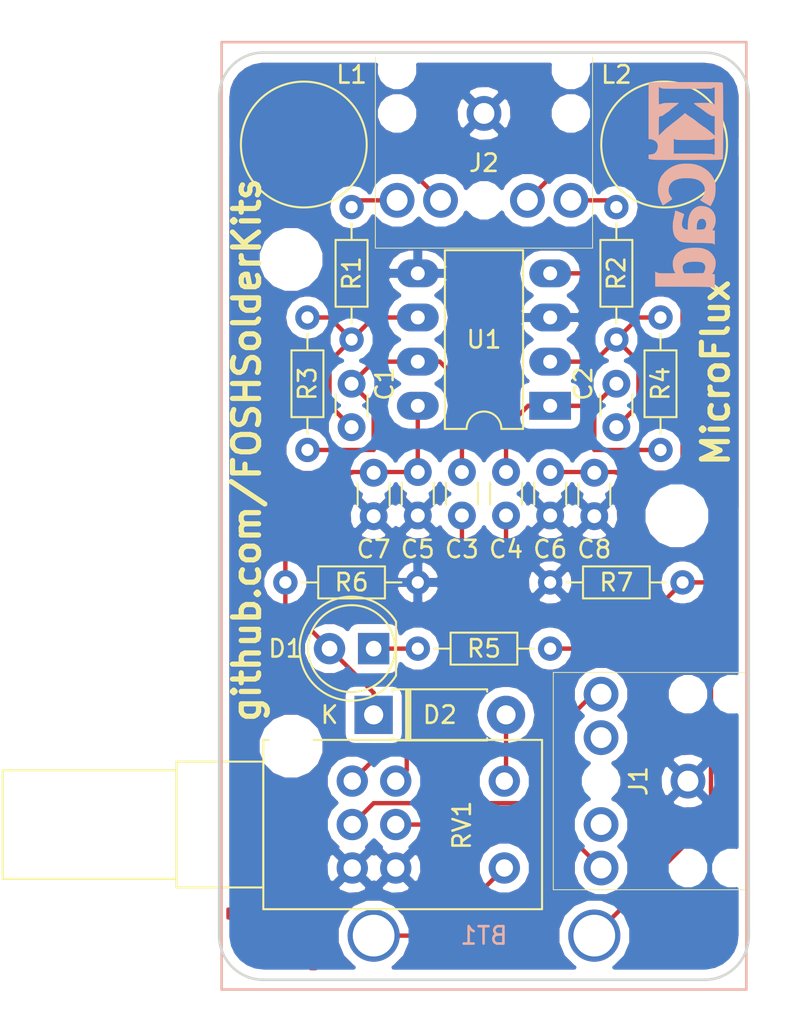
<source format=kicad_pcb>
(kicad_pcb (version 20171130) (host pcbnew 5.0.1)

  (general
    (thickness 1.6)
    (drawings 12)
    (tracks 94)
    (zones 0)
    (modules 26)
    (nets 21)
  )

  (page A4)
  (layers
    (0 F.Cu signal)
    (31 B.Cu signal)
    (32 B.Adhes user)
    (33 F.Adhes user)
    (34 B.Paste user)
    (35 F.Paste user)
    (36 B.SilkS user)
    (37 F.SilkS user)
    (38 B.Mask user)
    (39 F.Mask user)
    (40 Dwgs.User user)
    (41 Cmts.User user)
    (42 Eco1.User user)
    (43 Eco2.User user)
    (44 Edge.Cuts user)
    (45 Margin user)
    (46 B.CrtYd user)
    (47 F.CrtYd user)
    (48 B.Fab user hide)
    (49 F.Fab user hide)
  )

  (setup
    (last_trace_width 0.25)
    (trace_clearance 0.2)
    (zone_clearance 0.508)
    (zone_45_only no)
    (trace_min 0.2)
    (segment_width 0.2)
    (edge_width 0.15)
    (via_size 0.8)
    (via_drill 0.4)
    (via_min_size 0.4)
    (via_min_drill 0.3)
    (uvia_size 0.3)
    (uvia_drill 0.1)
    (uvias_allowed no)
    (uvia_min_size 0.2)
    (uvia_min_drill 0.1)
    (pcb_text_width 0.3)
    (pcb_text_size 1.5 1.5)
    (mod_edge_width 0.15)
    (mod_text_size 1 1)
    (mod_text_width 0.15)
    (pad_size 2.6 5.2)
    (pad_drill 0)
    (pad_to_mask_clearance 0.2)
    (solder_mask_min_width 0.25)
    (aux_axis_origin 0 0)
    (visible_elements FFFFFFFF)
    (pcbplotparams
      (layerselection 0x310fc_ffffffff)
      (usegerberextensions false)
      (usegerberattributes false)
      (usegerberadvancedattributes false)
      (creategerberjobfile false)
      (excludeedgelayer true)
      (linewidth 0.100000)
      (plotframeref false)
      (viasonmask false)
      (mode 1)
      (useauxorigin false)
      (hpglpennumber 1)
      (hpglpenspeed 20)
      (hpglpendiameter 15.000000)
      (psnegative false)
      (psa4output false)
      (plotreference true)
      (plotvalue true)
      (plotinvisibletext false)
      (padsonsilk false)
      (subtractmaskfromsilk false)
      (outputformat 1)
      (mirror false)
      (drillshape 0)
      (scaleselection 1)
      (outputdirectory "../grb"))
  )

  (net 0 "")
  (net 1 +BATT)
  (net 2 GNDREF)
  (net 3 -BATT)
  (net 4 "Net-(D1-Pad1)")
  (net 5 "Net-(C2-Pad2)")
  (net 6 "Net-(C1-Pad2)")
  (net 7 "Net-(C4-Pad1)")
  (net 8 "Net-(J1-PadR)")
  (net 9 "Net-(C3-Pad1)")
  (net 10 "Net-(J1-PadT)")
  (net 11 "Net-(BT1-Pad1)")
  (net 12 AMPLIFIED_RIGHT)
  (net 13 AMPLIFIED_LEFT)
  (net 14 IN_RIGHT)
  (net 15 IN_LEFT)
  (net 16 "Net-(J2-PadRN)")
  (net 17 "Net-(J2-PadTN)")
  (net 18 "Net-(J1-PadTN)")
  (net 19 "Net-(J1-PadRN)")
  (net 20 "Net-(D2-Pad2)")

  (net_class Default "This is the default net class."
    (clearance 0.2)
    (trace_width 0.25)
    (via_dia 0.8)
    (via_drill 0.4)
    (uvia_dia 0.3)
    (uvia_drill 0.1)
    (add_net +BATT)
    (add_net -BATT)
    (add_net AMPLIFIED_LEFT)
    (add_net AMPLIFIED_RIGHT)
    (add_net GNDREF)
    (add_net IN_LEFT)
    (add_net IN_RIGHT)
    (add_net "Net-(BT1-Pad1)")
    (add_net "Net-(C1-Pad2)")
    (add_net "Net-(C2-Pad2)")
    (add_net "Net-(C3-Pad1)")
    (add_net "Net-(C4-Pad1)")
    (add_net "Net-(D1-Pad1)")
    (add_net "Net-(D2-Pad2)")
    (add_net "Net-(J1-PadR)")
    (add_net "Net-(J1-PadRN)")
    (add_net "Net-(J1-PadT)")
    (add_net "Net-(J1-PadTN)")
    (add_net "Net-(J2-PadRN)")
    (add_net "Net-(J2-PadTN)")
  )

  (module Symbol:Symbol_KiCAD-Logo_CopperAndSilkScreenTop locked (layer B.Cu) (tedit 0) (tstamp 5BCD0825)
    (at 195.58 71.12 270)
    (descr "Symbol, KiCAD-Logo, Silk & Copper Top,")
    (tags "Symbol, KiCAD-Logo, Silk & Copper Top,")
    (attr virtual)
    (fp_text reference REF** (at 0 0 270) (layer B.SilkS) hide
      (effects (font (size 1.524 1.524) (thickness 0.3)) (justify mirror))
    )
    (fp_text value "KiCAD Logo" (at 0.75 0 270) (layer B.SilkS) hide
      (effects (font (size 1.524 1.524) (thickness 0.3)) (justify mirror))
    )
    (fp_poly (pts (xy 5.847464 -0.05715) (xy 5.849006 -0.387052) (xy 5.850566 -0.669981) (xy 5.852261 -0.909761)
      (xy 5.854208 -1.110219) (xy 5.856523 -1.275181) (xy 5.859322 -1.408472) (xy 5.862724 -1.513918)
      (xy 5.866844 -1.595345) (xy 5.871799 -1.65658) (xy 5.877707 -1.701447) (xy 5.884683 -1.733774)
      (xy 5.892845 -1.757385) (xy 5.899802 -1.77165) (xy 5.944904 -1.8542) (xy 5.1308 -1.8542)
      (xy 5.1308 -1.778) (xy 5.127441 -1.724452) (xy 5.119351 -1.701804) (xy 5.119227 -1.7018)
      (xy 5.093109 -1.714784) (xy 5.040726 -1.747537) (xy 5.013903 -1.765421) (xy 4.881603 -1.832647)
      (xy 4.721937 -1.879589) (xy 4.553022 -1.903338) (xy 4.392977 -1.900984) (xy 4.2926 -1.881247)
      (xy 4.108538 -1.799939) (xy 3.94341 -1.6782) (xy 3.808517 -1.52551) (xy 3.747155 -1.423694)
      (xy 3.679731 -1.266029) (xy 3.635855 -1.099951) (xy 3.612714 -0.911403) (xy 3.607241 -0.724913)
      (xy 3.608002 -0.7112) (xy 4.408136 -0.7112) (xy 4.412634 -0.886895) (xy 4.426249 -1.020414)
      (xy 4.451477 -1.119949) (xy 4.490812 -1.193691) (xy 4.546751 -1.249831) (xy 4.579016 -1.27217)
      (xy 4.685421 -1.310164) (xy 4.811144 -1.307176) (xy 4.946203 -1.263728) (xy 4.970499 -1.251773)
      (xy 5.0673 -1.201557) (xy 5.074142 -0.652487) (xy 5.080985 -0.103416) (xy 5.013891 -0.059454)
      (xy 4.95036 -0.032707) (xy 4.860668 -0.012044) (xy 4.802633 -0.005065) (xy 4.714255 -0.00197)
      (xy 4.655291 -0.012095) (xy 4.604985 -0.040683) (xy 4.578927 -0.061568) (xy 4.511583 -0.135167)
      (xy 4.462664 -0.230737) (xy 4.430341 -0.355234) (xy 4.412787 -0.515611) (xy 4.408136 -0.7112)
      (xy 3.608002 -0.7112) (xy 3.623675 -0.428965) (xy 3.671542 -0.169134) (xy 3.750171 0.053491)
      (xy 3.858889 0.23782) (xy 3.997025 0.382763) (xy 4.163906 0.487232) (xy 4.35886 0.550136)
      (xy 4.39817 0.557165) (xy 4.513703 0.565425) (xy 4.641063 0.558571) (xy 4.767661 0.539148)
      (xy 4.880912 0.509701) (xy 4.968228 0.472775) (xy 5.016262 0.432185) (xy 5.037127 0.407718)
      (xy 5.05317 0.412808) (xy 5.064925 0.451343) (xy 5.072924 0.527212) (xy 5.077702 0.644299)
      (xy 5.079793 0.806494) (xy 5.08 0.89633) (xy 5.079477 1.070427) (xy 5.077469 1.201783)
      (xy 5.073311 1.29845) (xy 5.066343 1.368481) (xy 5.055901 1.419927) (xy 5.041322 1.460842)
      (xy 5.031938 1.48053) (xy 4.983876 1.5748) (xy 5.840228 1.5748) (xy 5.847464 -0.05715)) (layer B.SilkS) (width 0.01))
    (fp_poly (pts (xy 2.62762 0.547641) (xy 2.803576 0.507736) (xy 2.922513 0.463105) (xy 3.015098 0.407222)
      (xy 3.097779 0.33364) (xy 3.150917 0.278812) (xy 3.194396 0.227171) (xy 3.229291 0.173008)
      (xy 3.256676 0.110613) (xy 3.277624 0.034277) (xy 3.293209 -0.06171) (xy 3.304504 -0.183058)
      (xy 3.312585 -0.335475) (xy 3.318523 -0.52467) (xy 3.323394 -0.756355) (xy 3.325549 -0.877477)
      (xy 3.329807 -1.109434) (xy 3.33393 -1.296051) (xy 3.338276 -1.442785) (xy 3.343203 -1.555095)
      (xy 3.349068 -1.638437) (xy 3.356231 -1.698269) (xy 3.365049 -1.740049) (xy 3.37588 -1.769234)
      (xy 3.385135 -1.785527) (xy 3.430171 -1.8542) (xy 2.619418 -1.8542) (xy 2.6035 -1.700698)
      (xy 2.504102 -1.768483) (xy 2.347946 -1.847254) (xy 2.167092 -1.893178) (xy 1.977295 -1.904137)
      (xy 1.794309 -1.878011) (xy 1.760834 -1.868436) (xy 1.574429 -1.786112) (xy 1.42352 -1.668585)
      (xy 1.310652 -1.519321) (xy 1.238375 -1.341786) (xy 1.209235 -1.139443) (xy 1.208788 -1.1176)
      (xy 1.209452 -1.088545) (xy 1.937707 -1.088545) (xy 1.941963 -1.177884) (xy 1.95209 -1.208502)
      (xy 2.014779 -1.289089) (xy 2.109723 -1.343481) (xy 2.223327 -1.367352) (xy 2.341996 -1.356378)
      (xy 2.379596 -1.344508) (xy 2.466783 -1.302968) (xy 2.522424 -1.250366) (xy 2.552894 -1.17528)
      (xy 2.564566 -1.066289) (xy 2.5654 -1.011572) (xy 2.5654 -0.8128) (xy 2.399484 -0.8128)
      (xy 2.235747 -0.827824) (xy 2.097128 -0.870733) (xy 2.001676 -0.931555) (xy 1.959069 -0.998298)
      (xy 1.937707 -1.088545) (xy 1.209452 -1.088545) (xy 1.211403 -1.003273) (xy 1.225051 -0.915974)
      (xy 1.25455 -0.832311) (xy 1.277882 -0.782215) (xy 1.382223 -0.625636) (xy 1.526604 -0.499758)
      (xy 1.710369 -0.404878) (xy 1.932862 -0.341291) (xy 2.193426 -0.309295) (xy 2.333794 -0.305241)
      (xy 2.572088 -0.3048) (xy 2.558196 -0.201228) (xy 2.522262 -0.08796) (xy 2.450344 -0.009507)
      (xy 2.343724 0.033837) (xy 2.203687 0.041777) (xy 2.031516 0.01402) (xy 1.854509 -0.040144)
      (xy 1.770051 -0.067413) (xy 1.705058 -0.082373) (xy 1.673195 -0.081908) (xy 1.672862 -0.081589)
      (xy 1.655276 -0.049872) (xy 1.62518 0.016088) (xy 1.587902 0.103255) (xy 1.548773 0.198596)
      (xy 1.513122 0.289075) (xy 1.48628 0.36166) (xy 1.473575 0.403315) (xy 1.4732 0.406698)
      (xy 1.49499 0.425383) (xy 1.538447 0.4318) (xy 1.590031 0.437963) (xy 1.67685 0.454576)
      (xy 1.785103 0.478825) (xy 1.862297 0.497827) (xy 2.128096 0.54864) (xy 2.386776 0.565282)
      (xy 2.62762 0.547641)) (layer B.SilkS) (width 0.01))
    (fp_poly (pts (xy 0.544676 1.393659) (xy 0.585911 1.383857) (xy 0.656879 1.361171) (xy 0.752173 1.325037)
      (xy 0.859521 1.280813) (xy 0.966653 1.233853) (xy 1.061298 1.189513) (xy 1.131185 1.153149)
      (xy 1.162064 1.132402) (xy 1.152374 1.109418) (xy 1.120036 1.054492) (xy 1.071464 0.977349)
      (xy 1.013074 0.887712) (xy 0.951281 0.795305) (xy 0.892502 0.709849) (xy 0.843152 0.64107)
      (xy 0.810677 0.599841) (xy 0.782236 0.602376) (xy 0.730081 0.632665) (xy 0.686407 0.666688)
      (xy 0.541298 0.758774) (xy 0.376487 0.804441) (xy 0.218098 0.805716) (xy 0.047398 0.765098)
      (xy -0.096741 0.681873) (xy -0.213755 0.557075) (xy -0.303081 0.39174) (xy -0.364157 0.186903)
      (xy -0.396419 -0.056401) (xy -0.399574 -0.3302) (xy -0.378133 -0.577826) (xy -0.333016 -0.783741)
      (xy -0.26237 -0.952105) (xy -0.164343 -1.08708) (xy -0.037083 -1.192826) (xy -0.007421 -1.211151)
      (xy 0.069773 -1.251415) (xy 0.141238 -1.272876) (xy 0.229027 -1.280676) (xy 0.2921 -1.281009)
      (xy 0.451817 -1.265354) (xy 0.590547 -1.217392) (xy 0.724625 -1.130613) (xy 0.774846 -1.088663)
      (xy 0.829092 -1.044162) (xy 0.865414 -1.020225) (xy 0.873055 -1.018969) (xy 0.895216 -1.052288)
      (xy 0.934498 -1.116333) (xy 0.98523 -1.201348) (xy 1.041743 -1.297575) (xy 1.098366 -1.395257)
      (xy 1.149431 -1.484636) (xy 1.189265 -1.555956) (xy 1.212201 -1.59946) (xy 1.215453 -1.60818)
      (xy 1.190218 -1.621554) (xy 1.132344 -1.652253) (xy 1.054062 -1.693786) (xy 1.049457 -1.69623)
      (xy 0.887147 -1.776612) (xy 0.744212 -1.831928) (xy 0.602272 -1.866986) (xy 0.442947 -1.886593)
      (xy 0.2921 -1.89434) (xy 0.099285 -1.895569) (xy -0.05275 -1.886113) (xy -0.143564 -1.870565)
      (xy -0.375799 -1.785718) (xy -0.588841 -1.656718) (xy -0.778634 -1.487906) (xy -0.941122 -1.283623)
      (xy -1.072248 -1.048209) (xy -1.167956 -0.786005) (xy -1.172452 -0.769632) (xy -1.20875 -0.583026)
      (xy -1.227655 -0.36892) (xy -1.229177 -0.145257) (xy -1.213331 0.070018) (xy -1.180128 0.25896)
      (xy -1.171703 0.290956) (xy -1.069939 0.564565) (xy -0.927268 0.810532) (xy -0.746196 1.025347)
      (xy -0.52923 1.205505) (xy -0.508 1.219918) (xy -0.330356 1.312496) (xy -0.122302 1.378252)
      (xy 0.102198 1.415093) (xy 0.329178 1.420927) (xy 0.544676 1.393659)) (layer B.SilkS) (width 0.01))
    (fp_poly (pts (xy -2.044059 2.27404) (xy -1.926455 2.207605) (xy -1.832977 2.104955) (xy -1.789188 2.018876)
      (xy -1.758578 1.880386) (xy -1.767679 1.742409) (xy -1.815027 1.620916) (xy -1.827412 1.60215)
      (xy -1.917851 1.514592) (xy -2.036729 1.454447) (xy -2.169667 1.424582) (xy -2.302287 1.427866)
      (xy -2.42021 1.467168) (xy -2.440994 1.479756) (xy -2.523263 1.558606) (xy -2.591086 1.66723)
      (xy -2.633253 1.784705) (xy -2.6416 1.854201) (xy -2.622326 1.963425) (xy -2.57181 2.07789)
      (xy -2.501018 2.176842) (xy -2.445358 2.225705) (xy -2.313139 2.286124) (xy -2.176163 2.301224)
      (xy -2.044059 2.27404)) (layer B.Mask) (width 0.01))
    (fp_poly (pts (xy -1.8034 -0.592045) (xy -1.803179 -0.863528) (xy -1.802417 -1.088618) (xy -1.800974 -1.271721)
      (xy -1.798706 -1.41724) (xy -1.795469 -1.529583) (xy -1.791122 -1.613155) (xy -1.78552 -1.672359)
      (xy -1.778522 -1.711603) (xy -1.769984 -1.735292) (xy -1.766108 -1.741395) (xy -1.739822 -1.778943)
      (xy -1.729109 -1.807085) (xy -1.73929 -1.827174) (xy -1.775688 -1.840563) (xy -1.843624 -1.848605)
      (xy -1.948422 -1.852653) (xy -2.095402 -1.85406) (xy -2.2098 -1.8542) (xy -2.360082 -1.853515)
      (xy -2.491273 -1.851608) (xy -2.595573 -1.848702) (xy -2.665181 -1.845017) (xy -2.692295 -1.840776)
      (xy -2.6924 -1.840488) (xy -2.681845 -1.811454) (xy -2.655274 -1.754509) (xy -2.6416 -1.7272)
      (xy -2.628734 -1.69976) (xy -2.618241 -1.669394) (xy -2.60988 -1.63092) (xy -2.603409 -1.579155)
      (xy -2.598589 -1.508918) (xy -2.595178 -1.415027) (xy -2.592935 -1.292301) (xy -2.591619 -1.135559)
      (xy -2.59099 -0.939617) (xy -2.590805 -0.699296) (xy -2.5908 -0.63475) (xy -2.591053 -0.377269)
      (xy -2.591929 -0.165749) (xy -2.593604 0.004649) (xy -2.596252 0.138762) (xy -2.60005 0.241429)
      (xy -2.605173 0.317487) (xy -2.611797 0.371774) (xy -2.620097 0.409128) (xy -2.629553 0.433062)
      (xy -2.668305 0.508) (xy -1.8034 0.508) (xy -1.8034 -0.592045)) (layer B.Mask) (width 0.01))
    (fp_poly (pts (xy -3.386253 1.3716) (xy -2.840941 1.3716) (xy -3.039721 1.170213) (xy -3.369429 0.807309)
      (xy -3.583849 0.533185) (xy -3.662297 0.4296) (xy -3.756856 0.309471) (xy -3.85695 0.185798)
      (xy -3.952002 0.071581) (xy -4.031434 -0.020181) (xy -4.056532 -0.04776) (xy -4.137964 -0.135212)
      (xy -4.068006 -0.226356) (xy -3.932564 -0.415604) (xy -3.845022 -0.55505) (xy -3.790152 -0.637286)
      (xy -3.728876 -0.716612) (xy -3.723727 -0.722607) (xy -3.654778 -0.805581) (xy -3.574253 -0.908137)
      (xy -3.491058 -1.018288) (xy -3.414098 -1.124047) (xy -3.352281 -1.213425) (xy -3.316624 -1.270547)
      (xy -3.281543 -1.323596) (xy -3.223014 -1.402062) (xy -3.15118 -1.493252) (xy -3.076185 -1.584472)
      (xy -3.008172 -1.663032) (xy -2.9718 -1.70202) (xy -2.947911 -1.728081) (xy -2.905637 -1.775406)
      (xy -2.897523 -1.78457) (xy -2.835945 -1.8542) (xy -3.9624 -1.8542) (xy -3.9624 -1.775923)
      (xy -3.979163 -1.699395) (xy -4.026393 -1.594149) (xy -4.099507 -1.468239) (xy -4.193919 -1.329716)
      (xy -4.281458 -1.215533) (xy -4.352732 -1.123313) (xy -4.418053 -1.032269) (xy -4.465223 -0.959535)
      (xy -4.471329 -0.948833) (xy -4.511371 -0.882434) (xy -4.546658 -0.834284) (xy -4.555301 -0.8255)
      (xy -4.589862 -0.786816) (xy -4.630085 -0.73025) (xy -4.667774 -0.682093) (xy -4.698285 -0.660487)
      (xy -4.699586 -0.6604) (xy -4.708462 -0.685091) (xy -4.715582 -0.756381) (xy -4.720736 -0.870092)
      (xy -4.723717 -1.022044) (xy -4.7244 -1.156961) (xy -4.723716 -1.336263) (xy -4.721305 -1.47227)
      (xy -4.716625 -1.572475) (xy -4.709137 -1.644369) (xy -4.698302 -1.695443) (xy -4.683579 -1.733188)
      (xy -4.682756 -1.734811) (xy -4.647283 -1.794491) (xy -4.615777 -1.832618) (xy -4.612906 -1.834761)
      (xy -4.628403 -1.840323) (xy -4.687753 -1.845262) (xy -4.784014 -1.849312) (xy -4.910241 -1.852207)
      (xy -5.059489 -1.853682) (xy -5.111206 -1.853811) (xy -5.637711 -1.8542) (xy -5.608032 -1.78435)
      (xy -5.579859 -1.725758) (xy -5.557776 -1.69037) (xy -5.553943 -1.661142) (xy -5.550343 -1.585781)
      (xy -5.547041 -1.468951) (xy -5.544104 -1.315317) (xy -5.541601 -1.129546) (xy -5.539596 -0.916302)
      (xy -5.538158 -0.680251) (xy -5.537353 -0.426059) (xy -5.537201 -0.25429) (xy -5.537259 0.049689)
      (xy -5.53753 0.307088) (xy -5.538154 0.522126) (xy -5.539274 0.699022) (xy -5.541031 0.841996)
      (xy -5.543567 0.955267) (xy -5.547024 1.043055) (xy -5.551543 1.109579) (xy -5.557267 1.159059)
      (xy -5.564338 1.195714) (xy -5.572896 1.223763) (xy -5.583084 1.247426) (xy -5.588001 1.257301)
      (xy -5.618756 1.319131) (xy -5.63681 1.35834) (xy -5.638801 1.364271) (xy -5.614665 1.366493)
      (xy -5.547312 1.368444) (xy -5.444328 1.370016) (xy -5.313294 1.371099) (xy -5.161795 1.371585)
      (xy -5.128083 1.3716) (xy -4.95494 1.371336) (xy -4.826371 1.370169) (xy -4.736154 1.367536)
      (xy -4.678063 1.362877) (xy -4.645876 1.355628) (xy -4.633368 1.345228) (xy -4.634314 1.331115)
      (xy -4.635836 1.32715) (xy -4.669195 1.238327) (xy -4.693261 1.149819) (xy -4.70942 1.050859)
      (xy -4.719058 0.930679) (xy -4.72356 0.778512) (xy -4.7244 0.638912) (xy -4.724401 0.219096)
      (xy -4.648201 0.2921) (xy -4.600587 0.342443) (xy -4.574006 0.379722) (xy -4.572 0.386517)
      (xy -4.556863 0.41245) (xy -4.517372 0.465872) (xy -4.462412 0.535855) (xy -4.400868 0.611471)
      (xy -4.341623 0.681791) (xy -4.293561 0.735886) (xy -4.266761 0.762) (xy -4.244439 0.789266)
      (xy -4.206064 0.84537) (xy -4.178198 0.889) (xy -4.119995 0.976702) (xy -4.057049 1.063302)
      (xy -4.034701 1.091638) (xy -3.989987 1.158264) (xy -3.964592 1.219357) (xy -3.9624 1.23561)
      (xy -3.961878 1.279323) (xy -3.956209 1.312498) (xy -3.939238 1.336588) (xy -3.904811 1.353045)
      (xy -3.846774 1.363323) (xy -3.758972 1.368873) (xy -3.63525 1.371149) (xy -3.469455 1.371604)
      (xy -3.386253 1.3716)) (layer B.Mask) (width 0.01))
    (fp_poly (pts (xy -1.548637 1.957301) (xy -1.526845 1.950024) (xy -1.508414 1.93358) (xy -1.493065 1.904803)
      (xy -1.480519 1.860526) (xy -1.470495 1.797582) (xy -1.462717 1.712806) (xy -1.456904 1.603029)
      (xy -1.452777 1.465086) (xy -1.450057 1.295809) (xy -1.448465 1.092032) (xy -1.447723 0.850589)
      (xy -1.44755 0.568313) (xy -1.447668 0.242036) (xy -1.447797 -0.131407) (xy -1.4478 -0.1905)
      (xy -1.447878 -0.565884) (xy -1.448151 -0.893711) (xy -1.448682 -1.177221) (xy -1.449531 -1.419658)
      (xy -1.45076 -1.624261) (xy -1.452431 -1.794274) (xy -1.454605 -1.932939) (xy -1.457343 -2.043496)
      (xy -1.460708 -2.129188) (xy -1.464759 -2.193257) (xy -1.469559 -2.238944) (xy -1.475169 -2.269492)
      (xy -1.481651 -2.288141) (xy -1.487715 -2.296885) (xy -1.498791 -2.303992) (xy -1.518999 -2.310213)
      (xy -1.55151 -2.315606) (xy -1.599497 -2.320229) (xy -1.666133 -2.32414) (xy -1.75459 -2.327396)
      (xy -1.86804 -2.330056) (xy -2.009656 -2.332175) (xy -2.18261 -2.333813) (xy -2.390076 -2.335028)
      (xy -2.635224 -2.335876) (xy -2.921229 -2.336415) (xy -3.251261 -2.336703) (xy -3.628495 -2.336798)
      (xy -3.683001 -2.3368) (xy -4.066824 -2.336726) (xy -4.40302 -2.336467) (xy -4.694761 -2.335965)
      (xy -4.945219 -2.335162) (xy -5.157568 -2.334) (xy -5.334979 -2.332422) (xy -5.480625 -2.330371)
      (xy -5.597678 -2.327787) (xy -5.689312 -2.324615) (xy -5.758697 -2.320795) (xy -5.809008 -2.316271)
      (xy -5.843416 -2.310985) (xy -5.865093 -2.304879) (xy -5.877213 -2.297895) (xy -5.878286 -2.296885)
      (xy -5.885535 -2.285627) (xy -5.891862 -2.265152) (xy -5.897328 -2.232219) (xy -5.901994 -2.183586)
      (xy -5.905922 -2.116011) (xy -5.909174 -2.026252) (xy -5.91181 -1.911068) (xy -5.913893 -1.767217)
      (xy -5.915483 -1.591456) (xy -5.916642 -1.380544) (xy -5.917432 -1.131239) (xy -5.917914 -0.8403)
      (xy -5.918149 -0.504484) (xy -5.9182 -0.1905) (xy -5.918123 0.184885) (xy -5.91785 0.512712)
      (xy -5.917319 0.796222) (xy -5.91647 1.038659) (xy -5.915241 1.243262) (xy -5.914052 1.364271)
      (xy -5.638801 1.364271) (xy -5.628363 1.339362) (xy -5.602056 1.285156) (xy -5.588001 1.257301)
      (xy -5.577068 1.234226) (xy -5.567826 1.20858) (xy -5.560133 1.176141) (xy -5.553848 1.132692)
      (xy -5.548828 1.074012) (xy -5.544932 0.995883) (xy -5.542017 0.894083) (xy -5.539943 0.764395)
      (xy -5.538566 0.602599) (xy -5.537746 0.404475) (xy -5.537341 0.165803) (xy -5.537209 -0.117635)
      (xy -5.537201 -0.25429) (xy -5.537561 -0.517726) (xy -5.538598 -0.766037) (xy -5.540244 -0.994556)
      (xy -5.542432 -1.198618) (xy -5.545097 -1.373558) (xy -5.54817 -1.514711) (xy -5.551585 -1.61741)
      (xy -5.555276 -1.676991) (xy -5.557776 -1.69037) (xy -5.5822 -1.730136) (xy -5.608032 -1.78435)
      (xy -5.637711 -1.8542) (xy -5.111206 -1.853811) (xy -4.956033 -1.852849) (xy -4.82165 -1.850381)
      (xy -4.715001 -1.846674) (xy -4.64303 -1.841992) (xy -4.612681 -1.8366) (xy -4.612906 -1.834761)
      (xy -4.642855 -1.800826) (xy -4.678668 -1.742626) (xy -4.682756 -1.734811) (xy -4.697682 -1.697521)
      (xy -4.708693 -1.647267) (xy -4.716331 -1.576556) (xy -4.721134 -1.477898) (xy -4.723644 -1.3438)
      (xy -4.724399 -1.166772) (xy -4.7244 -1.156961) (xy -4.723167 -0.979347) (xy -4.719604 -0.836876)
      (xy -4.713922 -0.733727) (xy -4.706328 -0.674078) (xy -4.699586 -0.6604) (xy -4.670086 -0.67977)
      (xy -4.632359 -0.726744) (xy -4.630085 -0.73025) (xy -4.589507 -0.787268) (xy -4.555301 -0.8255)
      (xy -4.524853 -0.862632) (xy -4.484917 -0.924966) (xy -4.471329 -0.948833) (xy -4.42918 -1.01593)
      (xy -4.366473 -1.10472) (xy -4.295408 -1.198064) (xy -4.281458 -1.215533) (xy -4.173339 -1.358344)
      (xy -4.082862 -1.494967) (xy -4.014611 -1.617349) (xy -3.973169 -1.71744) (xy -3.9624 -1.775923)
      (xy -3.9624 -1.8542) (xy -2.835945 -1.8542) (xy -2.848071 -1.840488) (xy -2.6924 -1.840488)
      (xy -2.668301 -1.844757) (xy -2.601204 -1.848485) (xy -2.498911 -1.851448) (xy -2.369222 -1.853426)
      (xy -2.219939 -1.854196) (xy -2.2098 -1.8542) (xy -2.033033 -1.853408) (xy -1.901899 -1.850806)
      (xy -1.811253 -1.846056) (xy -1.75595 -1.838818) (xy -1.730844 -1.828752) (xy -1.728008 -1.82245)
      (xy -1.742962 -1.778554) (xy -1.766108 -1.741395) (xy -1.775302 -1.722692) (xy -1.782898 -1.690195)
      (xy -1.789041 -1.639498) (xy -1.793873 -1.566196) (xy -1.797536 -1.465883) (xy -1.800174 -1.334154)
      (xy -1.80193 -1.166604) (xy -1.802947 -0.958827) (xy -1.803367 -0.706418) (xy -1.8034 -0.592045)
      (xy -1.8034 0.508) (xy -2.668305 0.508) (xy -2.629553 0.433062) (xy -2.619522 0.407185)
      (xy -2.611333 0.368908) (xy -2.604808 0.313393) (xy -2.599774 0.235803) (xy -2.596053 0.1313)
      (xy -2.593471 -0.004954) (xy -2.591852 -0.177797) (xy -2.591021 -0.392067) (xy -2.5908 -0.63475)
      (xy -2.590914 -0.88644) (xy -2.591415 -1.092511) (xy -2.592545 -1.258147) (xy -2.594545 -1.388527)
      (xy -2.597655 -1.488835) (xy -2.602117 -1.564251) (xy -2.608171 -1.619957) (xy -2.616059 -1.661135)
      (xy -2.626021 -1.692967) (xy -2.638299 -1.720635) (xy -2.6416 -1.7272) (xy -2.67251 -1.790636)
      (xy -2.69052 -1.83311) (xy -2.6924 -1.840488) (xy -2.848071 -1.840488) (xy -2.897523 -1.78457)
      (xy -2.941445 -1.735266) (xy -2.969627 -1.70429) (xy -2.9718 -1.70202) (xy -3.029555 -1.638905)
      (xy -3.101037 -1.554689) (xy -3.176103 -1.462065) (xy -3.244609 -1.373725) (xy -3.296412 -1.302361)
      (xy -3.316624 -1.270547) (xy -3.356845 -1.206584) (xy -3.420338 -1.115299) (xy -3.498196 -1.00868)
      (xy -3.581513 -0.898715) (xy -3.661383 -0.79739) (xy -3.723727 -0.722607) (xy -3.784171 -0.645548)
      (xy -3.840841 -0.561943) (xy -3.845022 -0.55505) (xy -3.972363 -0.356936) (xy -4.068006 -0.226356)
      (xy -4.137964 -0.135212) (xy -4.056532 -0.04776) (xy -3.98634 0.031339) (xy -3.896285 0.138108)
      (xy -3.796943 0.259549) (xy -3.698893 0.382661) (xy -3.612711 0.494445) (xy -3.583849 0.533185)
      (xy -3.279059 0.913108) (xy -3.039721 1.170213) (xy -2.840941 1.3716) (xy -3.386253 1.3716)
      (xy -3.57145 1.371477) (xy -3.712002 1.370139) (xy -3.814063 1.366133) (xy -3.883788 1.358007)
      (xy -3.927331 1.344309) (xy -3.950847 1.323584) (xy -3.960489 1.294382) (xy -3.962414 1.255249)
      (xy -3.9624 1.23561) (xy -3.977988 1.182158) (xy -4.017059 1.114879) (xy -4.034701 1.091638)
      (xy -4.093348 1.014332) (xy -4.15611 0.923414) (xy -4.178198 0.889) (xy -4.221448 0.822236)
      (xy -4.255088 0.775069) (xy -4.266761 0.762) (xy -4.296555 0.732661) (xy -4.345755 0.676982)
      (xy -4.405478 0.605892) (xy -4.466838 0.530319) (xy -4.520953 0.461192) (xy -4.558937 0.409439)
      (xy -4.572 0.386517) (xy -4.588818 0.357026) (xy -4.630854 0.309283) (xy -4.648201 0.2921)
      (xy -4.724401 0.219096) (xy -4.7244 0.638912) (xy -4.722807 0.821698) (xy -4.717105 0.964524)
      (xy -4.705907 1.07816) (xy -4.687828 1.173371) (xy -4.661482 1.260925) (xy -4.635836 1.32715)
      (xy -4.632606 1.342229) (xy -4.641351 1.353462) (xy -4.668295 1.361409) (xy -4.719662 1.366633)
      (xy -4.801676 1.369697) (xy -4.920561 1.371162) (xy -5.08254 1.37159) (xy -5.128083 1.3716)
      (xy -5.282917 1.371254) (xy -5.418878 1.370288) (xy -5.528383 1.36881) (xy -5.603849 1.366929)
      (xy -5.637692 1.364755) (xy -5.638801 1.364271) (xy -5.914052 1.364271) (xy -5.91357 1.413275)
      (xy -5.911396 1.55194) (xy -5.908658 1.662497) (xy -5.905293 1.748189) (xy -5.901242 1.812258)
      (xy -5.896442 1.857945) (xy -5.890832 1.888493) (xy -5.88435 1.907142) (xy -5.878286 1.915886)
      (xy -5.865822 1.924066) (xy -5.843563 1.931062) (xy -5.807809 1.936966) (xy -5.754859 1.941867)
      (xy -5.681012 1.945856) (xy -5.582569 1.949022) (xy -5.455827 1.951456) (xy -5.297087 1.953248)
      (xy -5.102647 1.954489) (xy -4.868807 1.955267) (xy -4.591865 1.955674) (xy -4.268122 1.9558)
      (xy -2.6416 1.9558) (xy -2.6416 1.859582) (xy -2.621521 1.743665) (xy -2.568475 1.625)
      (xy -2.493246 1.524009) (xy -2.440994 1.479756) (xy -2.327454 1.43263) (xy -2.1965 1.422364)
      (xy -2.062372 1.446082) (xy -1.93931 1.500911) (xy -1.841552 1.583977) (xy -1.8262 1.603853)
      (xy -1.779194 1.704572) (xy -1.757561 1.820123) (xy -1.74631 1.955801) (xy -1.63697 1.9558)
      (xy -1.60342 1.957023) (xy -1.574069 1.958579) (xy -1.548637 1.957301)) (layer B.SilkS) (width 0.01))
  )

  (module Capacitor_THT:C_Disc_D3.0mm_W1.6mm_P2.50mm (layer F.Cu) (tedit 5AE50EF0) (tstamp 5BCA2F44)
    (at 177.8 87.67 270)
    (descr "C, Disc series, Radial, pin pitch=2.50mm, , diameter*width=3.0*1.6mm^2, Capacitor, http://www.vishay.com/docs/45233/krseries.pdf")
    (tags "C Disc series Radial pin pitch 2.50mm  diameter 3.0mm width 1.6mm Capacitor")
    (path /5BCA4CAD)
    (fp_text reference C7 (at 4.405 0) (layer F.SilkS)
      (effects (font (size 1 1) (thickness 0.15)))
    )
    (fp_text value 10u (at 1.25 2.05 270) (layer F.Fab)
      (effects (font (size 1 1) (thickness 0.15)))
    )
    (fp_text user %R (at 1.25 0 270) (layer F.Fab)
      (effects (font (size 0.6 0.6) (thickness 0.09)))
    )
    (fp_line (start 3.55 -1.05) (end -1.05 -1.05) (layer F.CrtYd) (width 0.05))
    (fp_line (start 3.55 1.05) (end 3.55 -1.05) (layer F.CrtYd) (width 0.05))
    (fp_line (start -1.05 1.05) (end 3.55 1.05) (layer F.CrtYd) (width 0.05))
    (fp_line (start -1.05 -1.05) (end -1.05 1.05) (layer F.CrtYd) (width 0.05))
    (fp_line (start 0.621 0.92) (end 1.879 0.92) (layer F.SilkS) (width 0.12))
    (fp_line (start 0.621 -0.92) (end 1.879 -0.92) (layer F.SilkS) (width 0.12))
    (fp_line (start 2.75 -0.8) (end -0.25 -0.8) (layer F.Fab) (width 0.1))
    (fp_line (start 2.75 0.8) (end 2.75 -0.8) (layer F.Fab) (width 0.1))
    (fp_line (start -0.25 0.8) (end 2.75 0.8) (layer F.Fab) (width 0.1))
    (fp_line (start -0.25 -0.8) (end -0.25 0.8) (layer F.Fab) (width 0.1))
    (pad 2 thru_hole circle (at 2.5 0 270) (size 1.6 1.6) (drill 0.8) (layers *.Cu *.Mask)
      (net 2 GNDREF))
    (pad 1 thru_hole circle (at 0 0 270) (size 1.6 1.6) (drill 0.8) (layers *.Cu *.Mask)
      (net 1 +BATT))
    (model ${KISYS3DMOD}/Capacitor_THT.3dshapes/C_Disc_D3.0mm_W1.6mm_P2.50mm.wrl
      (at (xyz 0 0 0))
      (scale (xyz 1 1 1))
      (rotate (xyz 0 0 0))
    )
  )

  (module Capacitor_THT:C_Disc_D3.0mm_W1.6mm_P2.50mm (layer F.Cu) (tedit 5AE50EF0) (tstamp 5BCA3223)
    (at 190.5 90.17 90)
    (descr "C, Disc series, Radial, pin pitch=2.50mm, , diameter*width=3.0*1.6mm^2, Capacitor, http://www.vishay.com/docs/45233/krseries.pdf")
    (tags "C Disc series Radial pin pitch 2.50mm  diameter 3.0mm width 1.6mm Capacitor")
    (path /5BCA51A1)
    (fp_text reference C8 (at -1.905 0 180) (layer F.SilkS)
      (effects (font (size 1 1) (thickness 0.15)))
    )
    (fp_text value 10u (at 1.25 2.05 90) (layer F.Fab)
      (effects (font (size 1 1) (thickness 0.15)))
    )
    (fp_line (start -0.25 -0.8) (end -0.25 0.8) (layer F.Fab) (width 0.1))
    (fp_line (start -0.25 0.8) (end 2.75 0.8) (layer F.Fab) (width 0.1))
    (fp_line (start 2.75 0.8) (end 2.75 -0.8) (layer F.Fab) (width 0.1))
    (fp_line (start 2.75 -0.8) (end -0.25 -0.8) (layer F.Fab) (width 0.1))
    (fp_line (start 0.621 -0.92) (end 1.879 -0.92) (layer F.SilkS) (width 0.12))
    (fp_line (start 0.621 0.92) (end 1.879 0.92) (layer F.SilkS) (width 0.12))
    (fp_line (start -1.05 -1.05) (end -1.05 1.05) (layer F.CrtYd) (width 0.05))
    (fp_line (start -1.05 1.05) (end 3.55 1.05) (layer F.CrtYd) (width 0.05))
    (fp_line (start 3.55 1.05) (end 3.55 -1.05) (layer F.CrtYd) (width 0.05))
    (fp_line (start 3.55 -1.05) (end -1.05 -1.05) (layer F.CrtYd) (width 0.05))
    (fp_text user %R (at 1.25 0 90) (layer F.Fab)
      (effects (font (size 0.6 0.6) (thickness 0.09)))
    )
    (pad 1 thru_hole circle (at 0 0 90) (size 1.6 1.6) (drill 0.8) (layers *.Cu *.Mask)
      (net 2 GNDREF))
    (pad 2 thru_hole circle (at 2.5 0 90) (size 1.6 1.6) (drill 0.8) (layers *.Cu *.Mask)
      (net 3 -BATT))
    (model ${KISYS3DMOD}/Capacitor_THT.3dshapes/C_Disc_D3.0mm_W1.6mm_P2.50mm.wrl
      (at (xyz 0 0 0))
      (scale (xyz 1 1 1))
      (rotate (xyz 0 0 0))
    )
  )

  (module LED_THT:LED_D5.0mm (layer F.Cu) (tedit 5995936A) (tstamp 5BC8F6A6)
    (at 177.8 97.79 180)
    (descr "LED, diameter 5.0mm, 2 pins, http://cdn-reichelt.de/documents/datenblatt/A500/LL-504BC2E-009.pdf")
    (tags "LED diameter 5.0mm 2 pins")
    (path /5BC485F2)
    (fp_text reference D1 (at 5.08 0 180) (layer F.SilkS)
      (effects (font (size 1 1) (thickness 0.15)))
    )
    (fp_text value green (at 1.27 3.96 180) (layer F.Fab)
      (effects (font (size 1 1) (thickness 0.15)))
    )
    (fp_arc (start 1.27 0) (end -1.23 -1.469694) (angle 299.1) (layer F.Fab) (width 0.1))
    (fp_arc (start 1.27 0) (end -1.29 -1.54483) (angle 148.9) (layer F.SilkS) (width 0.12))
    (fp_arc (start 1.27 0) (end -1.29 1.54483) (angle -148.9) (layer F.SilkS) (width 0.12))
    (fp_circle (center 1.27 0) (end 3.77 0) (layer F.Fab) (width 0.1))
    (fp_circle (center 1.27 0) (end 3.77 0) (layer F.SilkS) (width 0.12))
    (fp_line (start -1.23 -1.469694) (end -1.23 1.469694) (layer F.Fab) (width 0.1))
    (fp_line (start -1.29 -1.545) (end -1.29 1.545) (layer F.SilkS) (width 0.12))
    (fp_line (start -1.95 -3.25) (end -1.95 3.25) (layer F.CrtYd) (width 0.05))
    (fp_line (start -1.95 3.25) (end 4.5 3.25) (layer F.CrtYd) (width 0.05))
    (fp_line (start 4.5 3.25) (end 4.5 -3.25) (layer F.CrtYd) (width 0.05))
    (fp_line (start 4.5 -3.25) (end -1.95 -3.25) (layer F.CrtYd) (width 0.05))
    (fp_text user %R (at 1.25 0 180) (layer F.Fab)
      (effects (font (size 0.8 0.8) (thickness 0.2)))
    )
    (pad 1 thru_hole rect (at 0 0 180) (size 1.8 1.8) (drill 0.9) (layers *.Cu *.Mask)
      (net 4 "Net-(D1-Pad1)"))
    (pad 2 thru_hole circle (at 2.54 0 180) (size 1.8 1.8) (drill 0.9) (layers *.Cu *.Mask)
      (net 1 +BATT))
    (model ${KISYS3DMOD}/LED_THT.3dshapes/LED_D5.0mm.wrl
      (at (xyz 0 0 0))
      (scale (xyz 1 1 1))
      (rotate (xyz 0 0 0))
    )
  )

  (module Diode_THT:D_DO-41_SOD81_P7.62mm_Horizontal (layer F.Cu) (tedit 5AE50CD5) (tstamp 5BC8E53E)
    (at 177.8 101.6)
    (descr "Diode, DO-41_SOD81 series, Axial, Horizontal, pin pitch=7.62mm, , length*diameter=5.2*2.7mm^2, , http://www.diodes.com/_files/packages/DO-41%20(Plastic).pdf")
    (tags "Diode DO-41_SOD81 series Axial Horizontal pin pitch 7.62mm  length 5.2mm diameter 2.7mm")
    (path /5BC9313C)
    (fp_text reference D2 (at 3.81 0) (layer F.SilkS)
      (effects (font (size 1 1) (thickness 0.15)))
    )
    (fp_text value 1N5818-T (at 3.81 2.47) (layer F.Fab)
      (effects (font (size 1 1) (thickness 0.15)))
    )
    (fp_line (start 1.21 -1.35) (end 1.21 1.35) (layer F.Fab) (width 0.1))
    (fp_line (start 1.21 1.35) (end 6.41 1.35) (layer F.Fab) (width 0.1))
    (fp_line (start 6.41 1.35) (end 6.41 -1.35) (layer F.Fab) (width 0.1))
    (fp_line (start 6.41 -1.35) (end 1.21 -1.35) (layer F.Fab) (width 0.1))
    (fp_line (start 0 0) (end 1.21 0) (layer F.Fab) (width 0.1))
    (fp_line (start 7.62 0) (end 6.41 0) (layer F.Fab) (width 0.1))
    (fp_line (start 1.99 -1.35) (end 1.99 1.35) (layer F.Fab) (width 0.1))
    (fp_line (start 2.09 -1.35) (end 2.09 1.35) (layer F.Fab) (width 0.1))
    (fp_line (start 1.89 -1.35) (end 1.89 1.35) (layer F.Fab) (width 0.1))
    (fp_line (start 1.09 -1.34) (end 1.09 -1.47) (layer F.SilkS) (width 0.12))
    (fp_line (start 1.09 -1.47) (end 6.53 -1.47) (layer F.SilkS) (width 0.12))
    (fp_line (start 6.53 -1.47) (end 6.53 -1.34) (layer F.SilkS) (width 0.12))
    (fp_line (start 1.09 1.34) (end 1.09 1.47) (layer F.SilkS) (width 0.12))
    (fp_line (start 1.09 1.47) (end 6.53 1.47) (layer F.SilkS) (width 0.12))
    (fp_line (start 6.53 1.47) (end 6.53 1.34) (layer F.SilkS) (width 0.12))
    (fp_line (start 1.99 -1.47) (end 1.99 1.47) (layer F.SilkS) (width 0.12))
    (fp_line (start 2.11 -1.47) (end 2.11 1.47) (layer F.SilkS) (width 0.12))
    (fp_line (start 1.87 -1.47) (end 1.87 1.47) (layer F.SilkS) (width 0.12))
    (fp_line (start -1.35 -1.6) (end -1.35 1.6) (layer F.CrtYd) (width 0.05))
    (fp_line (start -1.35 1.6) (end 8.97 1.6) (layer F.CrtYd) (width 0.05))
    (fp_line (start 8.97 1.6) (end 8.97 -1.6) (layer F.CrtYd) (width 0.05))
    (fp_line (start 8.97 -1.6) (end -1.35 -1.6) (layer F.CrtYd) (width 0.05))
    (fp_text user %R (at 4.2 0) (layer F.Fab)
      (effects (font (size 1 1) (thickness 0.15)))
    )
    (fp_text user K (at 0 -2.1) (layer F.Fab)
      (effects (font (size 1 1) (thickness 0.15)))
    )
    (fp_text user K (at -2.54 0) (layer F.SilkS)
      (effects (font (size 1 1) (thickness 0.15)))
    )
    (pad 1 thru_hole rect (at 0 0) (size 2.2 2.2) (drill 1.1) (layers *.Cu *.Mask)
      (net 1 +BATT))
    (pad 2 thru_hole oval (at 7.62 0) (size 2.2 2.2) (drill 1.1) (layers *.Cu *.Mask)
      (net 20 "Net-(D2-Pad2)"))
    (model ${KISYS3DMOD}/Diode_THT.3dshapes/D_DO-41_SOD81_P7.62mm_Horizontal.wrl
      (at (xyz 0 0 0))
      (scale (xyz 1 1 1))
      (rotate (xyz 0 0 0))
    )
  )

  (module Resistor_THT:R_Axial_DIN0204_L3.6mm_D1.6mm_P7.62mm_Horizontal (layer F.Cu) (tedit 5AE5139B) (tstamp 5BE2FD63)
    (at 187.96 93.98)
    (descr "Resistor, Axial_DIN0204 series, Axial, Horizontal, pin pitch=7.62mm, 0.167W, length*diameter=3.6*1.6mm^2, http://cdn-reichelt.de/documents/datenblatt/B400/1_4W%23YAG.pdf")
    (tags "Resistor Axial_DIN0204 series Axial Horizontal pin pitch 7.62mm 0.167W length 3.6mm diameter 1.6mm")
    (path /5BC3CB89)
    (fp_text reference R7 (at 3.81 0) (layer F.SilkS)
      (effects (font (size 1 1) (thickness 0.15)))
    )
    (fp_text value 1k (at 3.81 1.92) (layer F.Fab)
      (effects (font (size 1 1) (thickness 0.15)))
    )
    (fp_line (start 2.01 -0.8) (end 2.01 0.8) (layer F.Fab) (width 0.1))
    (fp_line (start 2.01 0.8) (end 5.61 0.8) (layer F.Fab) (width 0.1))
    (fp_line (start 5.61 0.8) (end 5.61 -0.8) (layer F.Fab) (width 0.1))
    (fp_line (start 5.61 -0.8) (end 2.01 -0.8) (layer F.Fab) (width 0.1))
    (fp_line (start 0 0) (end 2.01 0) (layer F.Fab) (width 0.1))
    (fp_line (start 7.62 0) (end 5.61 0) (layer F.Fab) (width 0.1))
    (fp_line (start 1.89 -0.92) (end 1.89 0.92) (layer F.SilkS) (width 0.12))
    (fp_line (start 1.89 0.92) (end 5.73 0.92) (layer F.SilkS) (width 0.12))
    (fp_line (start 5.73 0.92) (end 5.73 -0.92) (layer F.SilkS) (width 0.12))
    (fp_line (start 5.73 -0.92) (end 1.89 -0.92) (layer F.SilkS) (width 0.12))
    (fp_line (start 0.94 0) (end 1.89 0) (layer F.SilkS) (width 0.12))
    (fp_line (start 6.68 0) (end 5.73 0) (layer F.SilkS) (width 0.12))
    (fp_line (start -0.95 -1.05) (end -0.95 1.05) (layer F.CrtYd) (width 0.05))
    (fp_line (start -0.95 1.05) (end 8.57 1.05) (layer F.CrtYd) (width 0.05))
    (fp_line (start 8.57 1.05) (end 8.57 -1.05) (layer F.CrtYd) (width 0.05))
    (fp_line (start 8.57 -1.05) (end -0.95 -1.05) (layer F.CrtYd) (width 0.05))
    (fp_text user %R (at 3.81 0) (layer F.Fab)
      (effects (font (size 0.72 0.72) (thickness 0.108)))
    )
    (pad 1 thru_hole circle (at 0 0) (size 1.4 1.4) (drill 0.7) (layers *.Cu *.Mask)
      (net 2 GNDREF))
    (pad 2 thru_hole oval (at 7.62 0) (size 1.4 1.4) (drill 0.7) (layers *.Cu *.Mask)
      (net 3 -BATT))
    (model ${KISYS3DMOD}/Resistor_THT.3dshapes/R_Axial_DIN0204_L3.6mm_D1.6mm_P7.62mm_Horizontal.wrl
      (at (xyz 0 0 0))
      (scale (xyz 1 1 1))
      (rotate (xyz 0 0 0))
    )
  )

  (module Resistor_THT:R_Axial_DIN0204_L3.6mm_D1.6mm_P7.62mm_Horizontal (layer F.Cu) (tedit 5AE5139B) (tstamp 5BE2FD4D)
    (at 176.53 80.01 90)
    (descr "Resistor, Axial_DIN0204 series, Axial, Horizontal, pin pitch=7.62mm, 0.167W, length*diameter=3.6*1.6mm^2, http://cdn-reichelt.de/documents/datenblatt/B400/1_4W%23YAG.pdf")
    (tags "Resistor Axial_DIN0204 series Axial Horizontal pin pitch 7.62mm 0.167W length 3.6mm diameter 1.6mm")
    (path /5BC31A64)
    (fp_text reference R1 (at 3.81 0 90) (layer F.SilkS)
      (effects (font (size 1 1) (thickness 0.15)))
    )
    (fp_text value 75 (at 3.81 1.92 90) (layer F.Fab)
      (effects (font (size 1 1) (thickness 0.15)))
    )
    (fp_text user %R (at 3.81 0 90) (layer F.Fab)
      (effects (font (size 0.72 0.72) (thickness 0.108)))
    )
    (fp_line (start 8.57 -1.05) (end -0.95 -1.05) (layer F.CrtYd) (width 0.05))
    (fp_line (start 8.57 1.05) (end 8.57 -1.05) (layer F.CrtYd) (width 0.05))
    (fp_line (start -0.95 1.05) (end 8.57 1.05) (layer F.CrtYd) (width 0.05))
    (fp_line (start -0.95 -1.05) (end -0.95 1.05) (layer F.CrtYd) (width 0.05))
    (fp_line (start 6.68 0) (end 5.73 0) (layer F.SilkS) (width 0.12))
    (fp_line (start 0.94 0) (end 1.89 0) (layer F.SilkS) (width 0.12))
    (fp_line (start 5.73 -0.92) (end 1.89 -0.92) (layer F.SilkS) (width 0.12))
    (fp_line (start 5.73 0.92) (end 5.73 -0.92) (layer F.SilkS) (width 0.12))
    (fp_line (start 1.89 0.92) (end 5.73 0.92) (layer F.SilkS) (width 0.12))
    (fp_line (start 1.89 -0.92) (end 1.89 0.92) (layer F.SilkS) (width 0.12))
    (fp_line (start 7.62 0) (end 5.61 0) (layer F.Fab) (width 0.1))
    (fp_line (start 0 0) (end 2.01 0) (layer F.Fab) (width 0.1))
    (fp_line (start 5.61 -0.8) (end 2.01 -0.8) (layer F.Fab) (width 0.1))
    (fp_line (start 5.61 0.8) (end 5.61 -0.8) (layer F.Fab) (width 0.1))
    (fp_line (start 2.01 0.8) (end 5.61 0.8) (layer F.Fab) (width 0.1))
    (fp_line (start 2.01 -0.8) (end 2.01 0.8) (layer F.Fab) (width 0.1))
    (pad 2 thru_hole oval (at 7.62 0 90) (size 1.4 1.4) (drill 0.7) (layers *.Cu *.Mask)
      (net 15 IN_LEFT))
    (pad 1 thru_hole circle (at 0 0 90) (size 1.4 1.4) (drill 0.7) (layers *.Cu *.Mask)
      (net 6 "Net-(C1-Pad2)"))
    (model ${KISYS3DMOD}/Resistor_THT.3dshapes/R_Axial_DIN0204_L3.6mm_D1.6mm_P7.62mm_Horizontal.wrl
      (at (xyz 0 0 0))
      (scale (xyz 1 1 1))
      (rotate (xyz 0 0 0))
    )
  )

  (module Resistor_THT:R_Axial_DIN0204_L3.6mm_D1.6mm_P7.62mm_Horizontal (layer F.Cu) (tedit 5AE5139B) (tstamp 5BE2FD37)
    (at 191.77 80.01 90)
    (descr "Resistor, Axial_DIN0204 series, Axial, Horizontal, pin pitch=7.62mm, 0.167W, length*diameter=3.6*1.6mm^2, http://cdn-reichelt.de/documents/datenblatt/B400/1_4W%23YAG.pdf")
    (tags "Resistor Axial_DIN0204 series Axial Horizontal pin pitch 7.62mm 0.167W length 3.6mm diameter 1.6mm")
    (path /5BC323AC)
    (fp_text reference R2 (at 3.81 0 90) (layer F.SilkS)
      (effects (font (size 1 1) (thickness 0.15)))
    )
    (fp_text value 75 (at 3.81 1.92 90) (layer F.Fab)
      (effects (font (size 1 1) (thickness 0.15)))
    )
    (fp_line (start 2.01 -0.8) (end 2.01 0.8) (layer F.Fab) (width 0.1))
    (fp_line (start 2.01 0.8) (end 5.61 0.8) (layer F.Fab) (width 0.1))
    (fp_line (start 5.61 0.8) (end 5.61 -0.8) (layer F.Fab) (width 0.1))
    (fp_line (start 5.61 -0.8) (end 2.01 -0.8) (layer F.Fab) (width 0.1))
    (fp_line (start 0 0) (end 2.01 0) (layer F.Fab) (width 0.1))
    (fp_line (start 7.62 0) (end 5.61 0) (layer F.Fab) (width 0.1))
    (fp_line (start 1.89 -0.92) (end 1.89 0.92) (layer F.SilkS) (width 0.12))
    (fp_line (start 1.89 0.92) (end 5.73 0.92) (layer F.SilkS) (width 0.12))
    (fp_line (start 5.73 0.92) (end 5.73 -0.92) (layer F.SilkS) (width 0.12))
    (fp_line (start 5.73 -0.92) (end 1.89 -0.92) (layer F.SilkS) (width 0.12))
    (fp_line (start 0.94 0) (end 1.89 0) (layer F.SilkS) (width 0.12))
    (fp_line (start 6.68 0) (end 5.73 0) (layer F.SilkS) (width 0.12))
    (fp_line (start -0.95 -1.05) (end -0.95 1.05) (layer F.CrtYd) (width 0.05))
    (fp_line (start -0.95 1.05) (end 8.57 1.05) (layer F.CrtYd) (width 0.05))
    (fp_line (start 8.57 1.05) (end 8.57 -1.05) (layer F.CrtYd) (width 0.05))
    (fp_line (start 8.57 -1.05) (end -0.95 -1.05) (layer F.CrtYd) (width 0.05))
    (fp_text user %R (at 3.81 0 90) (layer F.Fab)
      (effects (font (size 0.72 0.72) (thickness 0.108)))
    )
    (pad 1 thru_hole circle (at 0 0 90) (size 1.4 1.4) (drill 0.7) (layers *.Cu *.Mask)
      (net 5 "Net-(C2-Pad2)"))
    (pad 2 thru_hole oval (at 7.62 0 90) (size 1.4 1.4) (drill 0.7) (layers *.Cu *.Mask)
      (net 14 IN_RIGHT))
    (model ${KISYS3DMOD}/Resistor_THT.3dshapes/R_Axial_DIN0204_L3.6mm_D1.6mm_P7.62mm_Horizontal.wrl
      (at (xyz 0 0 0))
      (scale (xyz 1 1 1))
      (rotate (xyz 0 0 0))
    )
  )

  (module Resistor_THT:R_Axial_DIN0204_L3.6mm_D1.6mm_P7.62mm_Horizontal (layer F.Cu) (tedit 5AE5139B) (tstamp 5BE2FD21)
    (at 173.99 86.36 90)
    (descr "Resistor, Axial_DIN0204 series, Axial, Horizontal, pin pitch=7.62mm, 0.167W, length*diameter=3.6*1.6mm^2, http://cdn-reichelt.de/documents/datenblatt/B400/1_4W%23YAG.pdf")
    (tags "Resistor Axial_DIN0204 series Axial Horizontal pin pitch 7.62mm 0.167W length 3.6mm diameter 1.6mm")
    (path /5BC31AEF)
    (fp_text reference R3 (at 3.81 0 90) (layer F.SilkS)
      (effects (font (size 1 1) (thickness 0.15)))
    )
    (fp_text value 100k (at 3.81 1.92 90) (layer F.Fab)
      (effects (font (size 1 1) (thickness 0.15)))
    )
    (fp_text user %R (at 3.81 0 90) (layer F.Fab)
      (effects (font (size 0.72 0.72) (thickness 0.108)))
    )
    (fp_line (start 8.57 -1.05) (end -0.95 -1.05) (layer F.CrtYd) (width 0.05))
    (fp_line (start 8.57 1.05) (end 8.57 -1.05) (layer F.CrtYd) (width 0.05))
    (fp_line (start -0.95 1.05) (end 8.57 1.05) (layer F.CrtYd) (width 0.05))
    (fp_line (start -0.95 -1.05) (end -0.95 1.05) (layer F.CrtYd) (width 0.05))
    (fp_line (start 6.68 0) (end 5.73 0) (layer F.SilkS) (width 0.12))
    (fp_line (start 0.94 0) (end 1.89 0) (layer F.SilkS) (width 0.12))
    (fp_line (start 5.73 -0.92) (end 1.89 -0.92) (layer F.SilkS) (width 0.12))
    (fp_line (start 5.73 0.92) (end 5.73 -0.92) (layer F.SilkS) (width 0.12))
    (fp_line (start 1.89 0.92) (end 5.73 0.92) (layer F.SilkS) (width 0.12))
    (fp_line (start 1.89 -0.92) (end 1.89 0.92) (layer F.SilkS) (width 0.12))
    (fp_line (start 7.62 0) (end 5.61 0) (layer F.Fab) (width 0.1))
    (fp_line (start 0 0) (end 2.01 0) (layer F.Fab) (width 0.1))
    (fp_line (start 5.61 -0.8) (end 2.01 -0.8) (layer F.Fab) (width 0.1))
    (fp_line (start 5.61 0.8) (end 5.61 -0.8) (layer F.Fab) (width 0.1))
    (fp_line (start 2.01 0.8) (end 5.61 0.8) (layer F.Fab) (width 0.1))
    (fp_line (start 2.01 -0.8) (end 2.01 0.8) (layer F.Fab) (width 0.1))
    (pad 2 thru_hole oval (at 7.62 0 90) (size 1.4 1.4) (drill 0.7) (layers *.Cu *.Mask)
      (net 6 "Net-(C1-Pad2)"))
    (pad 1 thru_hole circle (at 0 0 90) (size 1.4 1.4) (drill 0.7) (layers *.Cu *.Mask)
      (net 13 AMPLIFIED_LEFT))
    (model ${KISYS3DMOD}/Resistor_THT.3dshapes/R_Axial_DIN0204_L3.6mm_D1.6mm_P7.62mm_Horizontal.wrl
      (at (xyz 0 0 0))
      (scale (xyz 1 1 1))
      (rotate (xyz 0 0 0))
    )
  )

  (module Resistor_THT:R_Axial_DIN0204_L3.6mm_D1.6mm_P7.62mm_Horizontal (layer F.Cu) (tedit 5AE5139B) (tstamp 5BE2FD0B)
    (at 194.31 86.36 90)
    (descr "Resistor, Axial_DIN0204 series, Axial, Horizontal, pin pitch=7.62mm, 0.167W, length*diameter=3.6*1.6mm^2, http://cdn-reichelt.de/documents/datenblatt/B400/1_4W%23YAG.pdf")
    (tags "Resistor Axial_DIN0204 series Axial Horizontal pin pitch 7.62mm 0.167W length 3.6mm diameter 1.6mm")
    (path /5BC3214D)
    (fp_text reference R4 (at 3.81 0 90) (layer F.SilkS)
      (effects (font (size 1 1) (thickness 0.15)))
    )
    (fp_text value 100k (at 3.81 1.92 90) (layer F.Fab)
      (effects (font (size 1 1) (thickness 0.15)))
    )
    (fp_line (start 2.01 -0.8) (end 2.01 0.8) (layer F.Fab) (width 0.1))
    (fp_line (start 2.01 0.8) (end 5.61 0.8) (layer F.Fab) (width 0.1))
    (fp_line (start 5.61 0.8) (end 5.61 -0.8) (layer F.Fab) (width 0.1))
    (fp_line (start 5.61 -0.8) (end 2.01 -0.8) (layer F.Fab) (width 0.1))
    (fp_line (start 0 0) (end 2.01 0) (layer F.Fab) (width 0.1))
    (fp_line (start 7.62 0) (end 5.61 0) (layer F.Fab) (width 0.1))
    (fp_line (start 1.89 -0.92) (end 1.89 0.92) (layer F.SilkS) (width 0.12))
    (fp_line (start 1.89 0.92) (end 5.73 0.92) (layer F.SilkS) (width 0.12))
    (fp_line (start 5.73 0.92) (end 5.73 -0.92) (layer F.SilkS) (width 0.12))
    (fp_line (start 5.73 -0.92) (end 1.89 -0.92) (layer F.SilkS) (width 0.12))
    (fp_line (start 0.94 0) (end 1.89 0) (layer F.SilkS) (width 0.12))
    (fp_line (start 6.68 0) (end 5.73 0) (layer F.SilkS) (width 0.12))
    (fp_line (start -0.95 -1.05) (end -0.95 1.05) (layer F.CrtYd) (width 0.05))
    (fp_line (start -0.95 1.05) (end 8.57 1.05) (layer F.CrtYd) (width 0.05))
    (fp_line (start 8.57 1.05) (end 8.57 -1.05) (layer F.CrtYd) (width 0.05))
    (fp_line (start 8.57 -1.05) (end -0.95 -1.05) (layer F.CrtYd) (width 0.05))
    (fp_text user %R (at 3.81 0 90) (layer F.Fab)
      (effects (font (size 0.72 0.72) (thickness 0.108)))
    )
    (pad 1 thru_hole circle (at 0 0 90) (size 1.4 1.4) (drill 0.7) (layers *.Cu *.Mask)
      (net 12 AMPLIFIED_RIGHT))
    (pad 2 thru_hole oval (at 7.62 0 90) (size 1.4 1.4) (drill 0.7) (layers *.Cu *.Mask)
      (net 5 "Net-(C2-Pad2)"))
    (model ${KISYS3DMOD}/Resistor_THT.3dshapes/R_Axial_DIN0204_L3.6mm_D1.6mm_P7.62mm_Horizontal.wrl
      (at (xyz 0 0 0))
      (scale (xyz 1 1 1))
      (rotate (xyz 0 0 0))
    )
  )

  (module Resistor_THT:R_Axial_DIN0204_L3.6mm_D1.6mm_P7.62mm_Horizontal (layer F.Cu) (tedit 5AE5139B) (tstamp 5BE2FCF5)
    (at 180.34 97.79)
    (descr "Resistor, Axial_DIN0204 series, Axial, Horizontal, pin pitch=7.62mm, 0.167W, length*diameter=3.6*1.6mm^2, http://cdn-reichelt.de/documents/datenblatt/B400/1_4W%23YAG.pdf")
    (tags "Resistor Axial_DIN0204 series Axial Horizontal pin pitch 7.62mm 0.167W length 3.6mm diameter 1.6mm")
    (path /5BC486EC)
    (fp_text reference R5 (at 3.81 0) (layer F.SilkS)
      (effects (font (size 1 1) (thickness 0.15)))
    )
    (fp_text value 1k (at 3.81 1.92) (layer F.Fab)
      (effects (font (size 1 1) (thickness 0.15)))
    )
    (fp_text user %R (at 3.81 0) (layer F.Fab)
      (effects (font (size 0.72 0.72) (thickness 0.108)))
    )
    (fp_line (start 8.57 -1.05) (end -0.95 -1.05) (layer F.CrtYd) (width 0.05))
    (fp_line (start 8.57 1.05) (end 8.57 -1.05) (layer F.CrtYd) (width 0.05))
    (fp_line (start -0.95 1.05) (end 8.57 1.05) (layer F.CrtYd) (width 0.05))
    (fp_line (start -0.95 -1.05) (end -0.95 1.05) (layer F.CrtYd) (width 0.05))
    (fp_line (start 6.68 0) (end 5.73 0) (layer F.SilkS) (width 0.12))
    (fp_line (start 0.94 0) (end 1.89 0) (layer F.SilkS) (width 0.12))
    (fp_line (start 5.73 -0.92) (end 1.89 -0.92) (layer F.SilkS) (width 0.12))
    (fp_line (start 5.73 0.92) (end 5.73 -0.92) (layer F.SilkS) (width 0.12))
    (fp_line (start 1.89 0.92) (end 5.73 0.92) (layer F.SilkS) (width 0.12))
    (fp_line (start 1.89 -0.92) (end 1.89 0.92) (layer F.SilkS) (width 0.12))
    (fp_line (start 7.62 0) (end 5.61 0) (layer F.Fab) (width 0.1))
    (fp_line (start 0 0) (end 2.01 0) (layer F.Fab) (width 0.1))
    (fp_line (start 5.61 -0.8) (end 2.01 -0.8) (layer F.Fab) (width 0.1))
    (fp_line (start 5.61 0.8) (end 5.61 -0.8) (layer F.Fab) (width 0.1))
    (fp_line (start 2.01 0.8) (end 5.61 0.8) (layer F.Fab) (width 0.1))
    (fp_line (start 2.01 -0.8) (end 2.01 0.8) (layer F.Fab) (width 0.1))
    (pad 2 thru_hole oval (at 7.62 0) (size 1.4 1.4) (drill 0.7) (layers *.Cu *.Mask)
      (net 3 -BATT))
    (pad 1 thru_hole circle (at 0 0) (size 1.4 1.4) (drill 0.7) (layers *.Cu *.Mask)
      (net 4 "Net-(D1-Pad1)"))
    (model ${KISYS3DMOD}/Resistor_THT.3dshapes/R_Axial_DIN0204_L3.6mm_D1.6mm_P7.62mm_Horizontal.wrl
      (at (xyz 0 0 0))
      (scale (xyz 1 1 1))
      (rotate (xyz 0 0 0))
    )
  )

  (module Resistor_THT:R_Axial_DIN0204_L3.6mm_D1.6mm_P7.62mm_Horizontal (layer F.Cu) (tedit 5AE5139B) (tstamp 5BE2FCDF)
    (at 172.72 93.98)
    (descr "Resistor, Axial_DIN0204 series, Axial, Horizontal, pin pitch=7.62mm, 0.167W, length*diameter=3.6*1.6mm^2, http://cdn-reichelt.de/documents/datenblatt/B400/1_4W%23YAG.pdf")
    (tags "Resistor Axial_DIN0204 series Axial Horizontal pin pitch 7.62mm 0.167W length 3.6mm diameter 1.6mm")
    (path /5BC3B815)
    (fp_text reference R6 (at 3.81 0) (layer F.SilkS)
      (effects (font (size 1 1) (thickness 0.15)))
    )
    (fp_text value 1k (at 3.81 1.92) (layer F.Fab)
      (effects (font (size 1 1) (thickness 0.15)))
    )
    (fp_line (start 2.01 -0.8) (end 2.01 0.8) (layer F.Fab) (width 0.1))
    (fp_line (start 2.01 0.8) (end 5.61 0.8) (layer F.Fab) (width 0.1))
    (fp_line (start 5.61 0.8) (end 5.61 -0.8) (layer F.Fab) (width 0.1))
    (fp_line (start 5.61 -0.8) (end 2.01 -0.8) (layer F.Fab) (width 0.1))
    (fp_line (start 0 0) (end 2.01 0) (layer F.Fab) (width 0.1))
    (fp_line (start 7.62 0) (end 5.61 0) (layer F.Fab) (width 0.1))
    (fp_line (start 1.89 -0.92) (end 1.89 0.92) (layer F.SilkS) (width 0.12))
    (fp_line (start 1.89 0.92) (end 5.73 0.92) (layer F.SilkS) (width 0.12))
    (fp_line (start 5.73 0.92) (end 5.73 -0.92) (layer F.SilkS) (width 0.12))
    (fp_line (start 5.73 -0.92) (end 1.89 -0.92) (layer F.SilkS) (width 0.12))
    (fp_line (start 0.94 0) (end 1.89 0) (layer F.SilkS) (width 0.12))
    (fp_line (start 6.68 0) (end 5.73 0) (layer F.SilkS) (width 0.12))
    (fp_line (start -0.95 -1.05) (end -0.95 1.05) (layer F.CrtYd) (width 0.05))
    (fp_line (start -0.95 1.05) (end 8.57 1.05) (layer F.CrtYd) (width 0.05))
    (fp_line (start 8.57 1.05) (end 8.57 -1.05) (layer F.CrtYd) (width 0.05))
    (fp_line (start 8.57 -1.05) (end -0.95 -1.05) (layer F.CrtYd) (width 0.05))
    (fp_text user %R (at 3.81 0) (layer F.Fab)
      (effects (font (size 0.72 0.72) (thickness 0.108)))
    )
    (pad 1 thru_hole circle (at 0 0) (size 1.4 1.4) (drill 0.7) (layers *.Cu *.Mask)
      (net 1 +BATT))
    (pad 2 thru_hole oval (at 7.62 0) (size 1.4 1.4) (drill 0.7) (layers *.Cu *.Mask)
      (net 2 GNDREF))
    (model ${KISYS3DMOD}/Resistor_THT.3dshapes/R_Axial_DIN0204_L3.6mm_D1.6mm_P7.62mm_Horizontal.wrl
      (at (xyz 0 0 0))
      (scale (xyz 1 1 1))
      (rotate (xyz 0 0 0))
    )
  )

  (module Connector_Audio:3F07 (layer F.Cu) (tedit 5BC845A2) (tstamp 5BD63C66)
    (at 199.39 105.41 180)
    (path /5BC9F7A3)
    (fp_text reference J1 (at 6.35 0 90) (layer F.SilkS)
      (effects (font (size 1 1) (thickness 0.15)))
    )
    (fp_text value "Audio Out" (at 6 0 270) (layer F.Fab)
      (effects (font (size 1 1) (thickness 0.15)))
    )
    (fp_line (start 7 5) (end 7.25 4.75) (layer F.Fab) (width 0.05))
    (fp_line (start 6.75 4.75) (end 7 5) (layer F.Fab) (width 0.05))
    (fp_line (start 7 2.5) (end 7 5) (layer F.Fab) (width 0.05))
    (fp_line (start 8.5 2.5) (end 7 2.5) (layer F.Fab) (width 0.05))
    (fp_line (start 5.75 4.75) (end 5.5 5) (layer F.Fab) (width 0.05))
    (fp_line (start 6 5) (end 5.75 4.75) (layer F.Fab) (width 0.05))
    (fp_line (start 8.5 5) (end 6 5) (layer F.Fab) (width 0.05))
    (fp_line (start 6.25 -5) (end 6.5 -4.75) (layer F.Fab) (width 0.05))
    (fp_line (start 6.25 -5) (end 6 -4.75) (layer F.Fab) (width 0.05))
    (fp_line (start 6.25 -2.5) (end 6.25 -5) (layer F.Fab) (width 0.05))
    (fp_line (start 8.5 -2.5) (end 6.25 -2.5) (layer F.Fab) (width 0.05))
    (fp_line (start 5 -4.75) (end 4.75 -5) (layer F.Fab) (width 0.05))
    (fp_line (start 5.25 -5) (end 5 -4.75) (layer F.Fab) (width 0.05))
    (fp_line (start 8.5 -5) (end 5.25 -5) (layer F.Fab) (width 0.05))
    (fp_line (start 11.25 6.25) (end 0.25 6.25) (layer F.SilkS) (width 0.05))
    (fp_line (start 11.25 -6.25) (end 11.25 6.25) (layer F.SilkS) (width 0.05))
    (fp_line (start 0.25 -6.25) (end 11.25 -6.25) (layer F.SilkS) (width 0.05))
    (fp_line (start -3 3) (end 0 3) (layer F.Fab) (width 0.05))
    (fp_line (start -3 -3) (end -3 3) (layer F.Fab) (width 0.05))
    (fp_line (start 0 -3) (end -3 -3) (layer F.Fab) (width 0.05))
    (fp_line (start 11 -6) (end 0 -6) (layer F.Fab) (width 0.05))
    (fp_line (start 11 6) (end 11 -6) (layer F.Fab) (width 0.05))
    (fp_line (start 0 6) (end 11 6) (layer F.Fab) (width 0.05))
    (fp_line (start 0 -6) (end 0 6) (layer F.Fab) (width 0.05))
    (pad "" np_thru_hole circle (at 8.5 0 180) (size 1.2 1.2) (drill 1.2) (layers *.Cu *.Mask))
    (pad "" np_thru_hole circle (at 3.5 5 180) (size 1.2 1.2) (drill 1.2) (layers *.Cu *.Mask))
    (pad "" np_thru_hole circle (at 1 5 180) (size 1.2 1.2) (drill 1.2) (layers *.Cu *.Mask))
    (pad "" np_thru_hole circle (at 3.5 -5 180) (size 1.2 1.2) (drill 1.2) (layers *.Cu *.Mask))
    (pad "" np_thru_hole circle (at 1 -5 180) (size 1.2 1.2) (drill 1.2) (layers *.Cu *.Mask))
    (pad S thru_hole circle (at 3.5 0 180) (size 2 2) (drill 1.2) (layers *.Cu *.Mask)
      (net 2 GNDREF))
    (pad R thru_hole circle (at 8.5 -5 180) (size 2 2) (drill 1.2) (layers *.Cu *.Mask)
      (net 8 "Net-(J1-PadR)"))
    (pad RN thru_hole circle (at 8.5 -2.5 180) (size 2 2) (drill 1.2) (layers *.Cu *.Mask)
      (net 19 "Net-(J1-PadRN)"))
    (pad TN thru_hole circle (at 8.5 2.5 180) (size 2 2) (drill 1.2) (layers *.Cu *.Mask)
      (net 18 "Net-(J1-PadTN)"))
    (pad T thru_hole circle (at 8.5 5 180) (size 2 2) (drill 1.2) (layers *.Cu *.Mask)
      (net 10 "Net-(J1-PadT)"))
  )

  (module Connector_Audio:3F07 (layer F.Cu) (tedit 5BC845A2) (tstamp 5BC8D74F)
    (at 184.15 63.5 270)
    (path /5BD0B820)
    (fp_text reference J2 (at 6.35 0) (layer F.SilkS)
      (effects (font (size 1 1) (thickness 0.15)))
    )
    (fp_text value "Audio In" (at 6 0) (layer F.Fab)
      (effects (font (size 1 1) (thickness 0.15)))
    )
    (fp_line (start 7 5) (end 7.25 4.75) (layer F.Fab) (width 0.05))
    (fp_line (start 6.75 4.75) (end 7 5) (layer F.Fab) (width 0.05))
    (fp_line (start 7 2.5) (end 7 5) (layer F.Fab) (width 0.05))
    (fp_line (start 8.5 2.5) (end 7 2.5) (layer F.Fab) (width 0.05))
    (fp_line (start 5.75 4.75) (end 5.5 5) (layer F.Fab) (width 0.05))
    (fp_line (start 6 5) (end 5.75 4.75) (layer F.Fab) (width 0.05))
    (fp_line (start 8.5 5) (end 6 5) (layer F.Fab) (width 0.05))
    (fp_line (start 6.25 -5) (end 6.5 -4.75) (layer F.Fab) (width 0.05))
    (fp_line (start 6.25 -5) (end 6 -4.75) (layer F.Fab) (width 0.05))
    (fp_line (start 6.25 -2.5) (end 6.25 -5) (layer F.Fab) (width 0.05))
    (fp_line (start 8.5 -2.5) (end 6.25 -2.5) (layer F.Fab) (width 0.05))
    (fp_line (start 5 -4.75) (end 4.75 -5) (layer F.Fab) (width 0.05))
    (fp_line (start 5.25 -5) (end 5 -4.75) (layer F.Fab) (width 0.05))
    (fp_line (start 8.5 -5) (end 5.25 -5) (layer F.Fab) (width 0.05))
    (fp_line (start 11.25 6.25) (end 0.25 6.25) (layer F.SilkS) (width 0.05))
    (fp_line (start 11.25 -6.25) (end 11.25 6.25) (layer F.SilkS) (width 0.05))
    (fp_line (start 0.25 -6.25) (end 11.25 -6.25) (layer F.SilkS) (width 0.05))
    (fp_line (start -3 3) (end 0 3) (layer F.Fab) (width 0.05))
    (fp_line (start -3 -3) (end -3 3) (layer F.Fab) (width 0.05))
    (fp_line (start 0 -3) (end -3 -3) (layer F.Fab) (width 0.05))
    (fp_line (start 11 -6) (end 0 -6) (layer F.Fab) (width 0.05))
    (fp_line (start 11 6) (end 11 -6) (layer F.Fab) (width 0.05))
    (fp_line (start 0 6) (end 11 6) (layer F.Fab) (width 0.05))
    (fp_line (start 0 -6) (end 0 6) (layer F.Fab) (width 0.05))
    (pad "" np_thru_hole circle (at 8.5 0 270) (size 1.2 1.2) (drill 1.2) (layers *.Cu *.Mask))
    (pad "" np_thru_hole circle (at 3.5 5 270) (size 1.2 1.2) (drill 1.2) (layers *.Cu *.Mask))
    (pad "" np_thru_hole circle (at 1 5 270) (size 1.2 1.2) (drill 1.2) (layers *.Cu *.Mask))
    (pad "" np_thru_hole circle (at 3.5 -5 270) (size 1.2 1.2) (drill 1.2) (layers *.Cu *.Mask))
    (pad "" np_thru_hole circle (at 1 -5 270) (size 1.2 1.2) (drill 1.2) (layers *.Cu *.Mask))
    (pad S thru_hole circle (at 3.5 0 270) (size 2 2) (drill 1.2) (layers *.Cu *.Mask)
      (net 2 GNDREF))
    (pad R thru_hole circle (at 8.5 -5 270) (size 2 2) (drill 1.2) (layers *.Cu *.Mask)
      (net 14 IN_RIGHT))
    (pad RN thru_hole circle (at 8.5 -2.5 270) (size 2 2) (drill 1.2) (layers *.Cu *.Mask)
      (net 16 "Net-(J2-PadRN)"))
    (pad TN thru_hole circle (at 8.5 2.5 270) (size 2 2) (drill 1.2) (layers *.Cu *.Mask)
      (net 17 "Net-(J2-PadTN)"))
    (pad T thru_hole circle (at 8.5 5 270) (size 2 2) (drill 1.2) (layers *.Cu *.Mask)
      (net 15 IN_LEFT))
  )

  (module Inductor_THT:L_Radial_D7.0mm_P3.00mm (layer F.Cu) (tedit 5BC844C1) (tstamp 5BC89449)
    (at 172.72 69.85 45)
    (descr "Inductor, Radial series, Radial, pin pitch=3.00mm, , diameter=7mm, http://www.abracon.com/Magnetics/radial/AIUR-16.pdf")
    (tags "Inductor Radial series Radial pin pitch 3.00mm  diameter 7mm")
    (path /5BCF29AD)
    (fp_text reference L1 (at 6.286179 -0.898026 180) (layer F.SilkS)
      (effects (font (size 1 1) (thickness 0.15)))
    )
    (fp_text value 10mH (at 1.5 4.75 45) (layer F.Fab)
      (effects (font (size 1 1) (thickness 0.15)))
    )
    (fp_text user %R (at 1.5 0 45) (layer F.Fab)
      (effects (font (size 1 1) (thickness 0.15)))
    )
    (fp_circle (center 1.5 0) (end 5.250001 0) (layer F.CrtYd) (width 0.05))
    (fp_circle (center 1.5 0) (end 5.12 0) (layer F.SilkS) (width 0.12))
    (fp_circle (center 1.5 0) (end 5 0) (layer F.Fab) (width 0.1))
    (pad 2 connect roundrect (at 3 0 45) (size 2.6 5.2) (layers F.Cu F.Mask) (roundrect_rratio 0.25)
      (net 17 "Net-(J2-PadTN)"))
    (pad 1 connect roundrect (at 0 0 45) (size 2.6 5.2) (layers F.Cu F.Mask) (roundrect_rratio 0.25)
      (net 2 GNDREF))
    (model ${KISYS3DMOD}/Inductor_THT.3dshapes/L_Radial_D7.0mm_P3.00mm.wrl
      (offset (xyz 0 2.6 0))
      (scale (xyz 1 1 1))
      (rotate (xyz 90 0 0))
    )
  )

  (module Inductor_THT:L_Radial_D7.0mm_P3.00mm (layer F.Cu) (tedit 5BC844A7) (tstamp 5BC89440)
    (at 195.58 69.85 135)
    (descr "Inductor, Radial series, Radial, pin pitch=3.00mm, , diameter=7mm, http://www.abracon.com/Magnetics/radial/AIUR-16.pdf")
    (tags "Inductor Radial series Radial pin pitch 3.00mm  diameter 7mm")
    (path /5BD14546)
    (fp_text reference L2 (at 6.286179 0.898026 180) (layer F.SilkS)
      (effects (font (size 1 1) (thickness 0.15)))
    )
    (fp_text value 10mH (at 1.5 4.75 135) (layer F.Fab)
      (effects (font (size 1 1) (thickness 0.15)))
    )
    (fp_circle (center 1.5 0) (end 5 0) (layer F.Fab) (width 0.1))
    (fp_circle (center 1.5 0) (end 5.12 0) (layer F.SilkS) (width 0.12))
    (fp_circle (center 1.5 0) (end 5.250001 0) (layer F.CrtYd) (width 0.05))
    (fp_text user %R (at 1.5 0 135) (layer F.Fab)
      (effects (font (size 1 1) (thickness 0.15)))
    )
    (pad 1 connect roundrect (at 0 0 135) (size 2.6 5.2) (layers F.Cu F.Mask) (roundrect_rratio 0.25)
      (net 2 GNDREF))
    (pad 2 connect roundrect (at 3 0 135) (size 2.6 5.2) (layers F.Cu F.Mask) (roundrect_rratio 0.25)
      (net 16 "Net-(J2-PadRN)"))
    (model ${KISYS3DMOD}/Inductor_THT.3dshapes/L_Radial_D7.0mm_P3.00mm.wrl
      (offset (xyz 0 -2.6 0))
      (scale (xyz 1 1 1))
      (rotate (xyz -90 0 0))
    )
  )

  (module Battery:BatteryHolder_Eagle_12BH611-GR (layer B.Cu) (tedit 5BC83EA3) (tstamp 5BC87312)
    (at 177.8 114.3 270)
    (descr https://eu.mouser.com/datasheet/2/209/EPD-200766-1274481.pdf)
    (tags "9V Battery Holder")
    (path /5BC30C06)
    (fp_text reference BT1 (at 0 -6.35) (layer B.SilkS)
      (effects (font (size 1 1) (thickness 0.15)) (justify mirror))
    )
    (fp_text value Battery (at 0 -6.35 180) (layer B.Fab)
      (effects (font (size 1 1) (thickness 0.15)) (justify mirror))
    )
    (fp_text user %R (at -2.95 -6.35 180) (layer B.Fab)
      (effects (font (size 1 1) (thickness 0.15)) (justify mirror))
    )
    (fp_line (start 3.1 8.75) (end 3.1 -21.45) (layer B.Fab) (width 0.15))
    (fp_line (start 3.1 -21.45) (end -51.4 -21.45) (layer B.Fab) (width 0.15))
    (fp_line (start -51.4 8.75) (end 3.1 8.75) (layer B.Fab) (width 0.15))
    (fp_line (start -51.4 -21.45) (end -51.4 8.75) (layer B.Fab) (width 0.15))
    (fp_line (start -47 -15.35) (end -47 2.65) (layer B.Fab) (width 0.15))
    (fp_line (start -48 -15.35) (end -48 2.65) (layer B.Fab) (width 0.15))
    (fp_line (start -49 -15.35) (end -49 2.65) (layer B.Fab) (width 0.15))
    (fp_line (start -50 -15.35) (end -50 2.65) (layer B.Fab) (width 0.15))
    (fp_line (start -51.4 -15.35) (end -47 -15.35) (layer B.Fab) (width 0.15))
    (fp_line (start -51.4 2.65) (end -47 2.65) (layer B.Fab) (width 0.15))
    (fp_line (start -27 -19.35) (end -27 -21.45) (layer B.Fab) (width 0.15))
    (fp_line (start -2 -19.35) (end -27 -19.35) (layer B.Fab) (width 0.15))
    (fp_line (start -27 6.65) (end -27 8.75) (layer B.Fab) (width 0.15))
    (fp_line (start -2 6.65) (end -27 6.65) (layer B.Fab) (width 0.15))
    (fp_line (start -2 -14.75) (end -4 -14.75) (layer B.Fab) (width 0.15))
    (fp_line (start -4 -15.25) (end -2 -15.25) (layer B.Fab) (width 0.15))
    (fp_line (start -2 -10.15) (end -4 -10.15) (layer B.Fab) (width 0.15))
    (fp_line (start -4 -10.65) (end -2 -10.65) (layer B.Fab) (width 0.15))
    (fp_line (start -4 -12.95) (end -2 -12.95) (layer B.Fab) (width 0.15))
    (fp_line (start -4 -10.15) (end -4 -15.25) (layer B.Fab) (width 0.15))
    (fp_line (start -2 -12.45) (end -4 -12.45) (layer B.Fab) (width 0.15))
    (fp_line (start -4 -2.05) (end -2 -2.05) (layer B.Fab) (width 0.15))
    (fp_line (start -4 2.05) (end -4 -2.05) (layer B.Fab) (width 0.15))
    (fp_line (start -2 2.05) (end -4 2.05) (layer B.Fab) (width 0.15))
    (fp_line (start -2 8.75) (end -2 -21.45) (layer B.Fab) (width 0.15))
    (fp_line (start 1.85 -21.45) (end 1.85 8.75) (layer B.Fab) (width 0.15))
    (fp_line (start -51.9 -21.95) (end -51.9 9.25) (layer B.CrtYd) (width 0.05))
    (fp_line (start 3.6 -21.95) (end -51.9 -21.95) (layer B.CrtYd) (width 0.05))
    (fp_line (start 3.6 9.25) (end 3.6 -21.95) (layer B.CrtYd) (width 0.05))
    (fp_line (start -51.9 9.25) (end 3.6 9.25) (layer B.CrtYd) (width 0.05))
    (fp_text user - (at -7 0 270) (layer B.Fab)
      (effects (font (size 3 3) (thickness 0.45)) (justify mirror))
    )
    (fp_text user + (at -7 -12.7 270) (layer B.Fab)
      (effects (font (size 3 3) (thickness 0.45)) (justify mirror))
    )
    (fp_line (start -51.4 -21.45) (end -51.4 8.75) (layer B.SilkS) (width 0.15))
    (fp_line (start 3.1 -21.45) (end -51.4 -21.45) (layer B.SilkS) (width 0.15))
    (fp_line (start 3.1 8.75) (end 3.1 -21.45) (layer B.SilkS) (width 0.15))
    (fp_line (start -51.4 8.75) (end 3.1 8.75) (layer B.SilkS) (width 0.15))
    (pad "" np_thru_hole circle (at -24.15 -17.45 270) (size 2.6 2.6) (drill 2.6) (layers *.Cu *.Mask))
    (pad "" np_thru_hole circle (at -38.9 4.75 270) (size 2.6 2.6) (drill 2.6) (layers *.Cu *.Mask))
    (pad "" np_thru_hole circle (at -10.9 4.75 270) (size 2.6 2.6) (drill 2.6) (layers *.Cu *.Mask))
    (pad 2 thru_hole circle (at 0 -12.7 180) (size 3 3) (drill 2.4) (layers *.Cu *.Mask)
      (net 3 -BATT))
    (pad 1 thru_hole circle (at 0 0 270) (size 3 3) (drill 2.4) (layers *.Cu *.Mask)
      (net 11 "Net-(BT1-Pad1)"))
    (model ${KISYS3DMOD}/Battery.3dshapes/BatteryHolder_Bulgin_Eagle_12BH611-GR.wrl
      (at (xyz 0 0 0))
      (scale (xyz 1 1 1))
      (rotate (xyz 0 0 0))
    )
  )

  (module Capacitor_THT:C_Disc_D3.0mm_W1.6mm_P2.50mm (layer F.Cu) (tedit 5AE50EF0) (tstamp 5BD6E275)
    (at 176.53 82.55 270)
    (descr "C, Disc series, Radial, pin pitch=2.50mm, , diameter*width=3.0*1.6mm^2, Capacitor, http://www.vishay.com/docs/45233/krseries.pdf")
    (tags "C Disc series Radial pin pitch 2.50mm  diameter 3.0mm width 1.6mm Capacitor")
    (path /5BC31BAD)
    (fp_text reference C1 (at 0 -1.905 90) (layer F.SilkS)
      (effects (font (size 1 1) (thickness 0.15)))
    )
    (fp_text value 10p (at 1.25 2.05 270) (layer F.Fab)
      (effects (font (size 1 1) (thickness 0.15)))
    )
    (fp_text user %R (at 1.25 0 270) (layer F.Fab)
      (effects (font (size 0.6 0.6) (thickness 0.09)))
    )
    (fp_line (start 3.55 -1.05) (end -1.05 -1.05) (layer F.CrtYd) (width 0.05))
    (fp_line (start 3.55 1.05) (end 3.55 -1.05) (layer F.CrtYd) (width 0.05))
    (fp_line (start -1.05 1.05) (end 3.55 1.05) (layer F.CrtYd) (width 0.05))
    (fp_line (start -1.05 -1.05) (end -1.05 1.05) (layer F.CrtYd) (width 0.05))
    (fp_line (start 0.621 0.92) (end 1.879 0.92) (layer F.SilkS) (width 0.12))
    (fp_line (start 0.621 -0.92) (end 1.879 -0.92) (layer F.SilkS) (width 0.12))
    (fp_line (start 2.75 -0.8) (end -0.25 -0.8) (layer F.Fab) (width 0.1))
    (fp_line (start 2.75 0.8) (end 2.75 -0.8) (layer F.Fab) (width 0.1))
    (fp_line (start -0.25 0.8) (end 2.75 0.8) (layer F.Fab) (width 0.1))
    (fp_line (start -0.25 -0.8) (end -0.25 0.8) (layer F.Fab) (width 0.1))
    (pad 2 thru_hole circle (at 2.5 0 270) (size 1.6 1.6) (drill 0.8) (layers *.Cu *.Mask)
      (net 6 "Net-(C1-Pad2)"))
    (pad 1 thru_hole circle (at 0 0 270) (size 1.6 1.6) (drill 0.8) (layers *.Cu *.Mask)
      (net 13 AMPLIFIED_LEFT))
    (model ${KISYS3DMOD}/Capacitor_THT.3dshapes/C_Disc_D3.0mm_W1.6mm_P2.50mm.wrl
      (at (xyz 0 0 0))
      (scale (xyz 1 1 1))
      (rotate (xyz 0 0 0))
    )
  )

  (module Capacitor_THT:C_Disc_D3.0mm_W1.6mm_P2.50mm (layer F.Cu) (tedit 5AE50EF0) (tstamp 5BE32587)
    (at 191.77 82.55 270)
    (descr "C, Disc series, Radial, pin pitch=2.50mm, , diameter*width=3.0*1.6mm^2, Capacitor, http://www.vishay.com/docs/45233/krseries.pdf")
    (tags "C Disc series Radial pin pitch 2.50mm  diameter 3.0mm width 1.6mm Capacitor")
    (path /5BC32154)
    (fp_text reference C2 (at 0 1.905 90) (layer F.SilkS)
      (effects (font (size 1 1) (thickness 0.15)))
    )
    (fp_text value 10p (at 1.25 2.05 270) (layer F.Fab)
      (effects (font (size 1 1) (thickness 0.15)))
    )
    (fp_line (start -0.25 -0.8) (end -0.25 0.8) (layer F.Fab) (width 0.1))
    (fp_line (start -0.25 0.8) (end 2.75 0.8) (layer F.Fab) (width 0.1))
    (fp_line (start 2.75 0.8) (end 2.75 -0.8) (layer F.Fab) (width 0.1))
    (fp_line (start 2.75 -0.8) (end -0.25 -0.8) (layer F.Fab) (width 0.1))
    (fp_line (start 0.621 -0.92) (end 1.879 -0.92) (layer F.SilkS) (width 0.12))
    (fp_line (start 0.621 0.92) (end 1.879 0.92) (layer F.SilkS) (width 0.12))
    (fp_line (start -1.05 -1.05) (end -1.05 1.05) (layer F.CrtYd) (width 0.05))
    (fp_line (start -1.05 1.05) (end 3.55 1.05) (layer F.CrtYd) (width 0.05))
    (fp_line (start 3.55 1.05) (end 3.55 -1.05) (layer F.CrtYd) (width 0.05))
    (fp_line (start 3.55 -1.05) (end -1.05 -1.05) (layer F.CrtYd) (width 0.05))
    (fp_text user %R (at 1.25 0 270) (layer F.Fab)
      (effects (font (size 0.6 0.6) (thickness 0.09)))
    )
    (pad 1 thru_hole circle (at 0 0 270) (size 1.6 1.6) (drill 0.8) (layers *.Cu *.Mask)
      (net 12 AMPLIFIED_RIGHT))
    (pad 2 thru_hole circle (at 2.5 0 270) (size 1.6 1.6) (drill 0.8) (layers *.Cu *.Mask)
      (net 5 "Net-(C2-Pad2)"))
    (model ${KISYS3DMOD}/Capacitor_THT.3dshapes/C_Disc_D3.0mm_W1.6mm_P2.50mm.wrl
      (at (xyz 0 0 0))
      (scale (xyz 1 1 1))
      (rotate (xyz 0 0 0))
    )
  )

  (module Capacitor_THT:C_Disc_D3.0mm_W1.6mm_P2.50mm (layer F.Cu) (tedit 5AE50EF0) (tstamp 5BD71669)
    (at 182.88 90.13 90)
    (descr "C, Disc series, Radial, pin pitch=2.50mm, , diameter*width=3.0*1.6mm^2, Capacitor, http://www.vishay.com/docs/45233/krseries.pdf")
    (tags "C Disc series Radial pin pitch 2.50mm  diameter 3.0mm width 1.6mm Capacitor")
    (path /5BC5C8C6)
    (fp_text reference C3 (at -1.945 0 180) (layer F.SilkS)
      (effects (font (size 1 1) (thickness 0.15)))
    )
    (fp_text value 10u (at 1.25 2.05 90) (layer F.Fab)
      (effects (font (size 1 1) (thickness 0.15)))
    )
    (fp_text user %R (at 1.25 0 90) (layer F.Fab)
      (effects (font (size 0.6 0.6) (thickness 0.09)))
    )
    (fp_line (start 3.55 -1.05) (end -1.05 -1.05) (layer F.CrtYd) (width 0.05))
    (fp_line (start 3.55 1.05) (end 3.55 -1.05) (layer F.CrtYd) (width 0.05))
    (fp_line (start -1.05 1.05) (end 3.55 1.05) (layer F.CrtYd) (width 0.05))
    (fp_line (start -1.05 -1.05) (end -1.05 1.05) (layer F.CrtYd) (width 0.05))
    (fp_line (start 0.621 0.92) (end 1.879 0.92) (layer F.SilkS) (width 0.12))
    (fp_line (start 0.621 -0.92) (end 1.879 -0.92) (layer F.SilkS) (width 0.12))
    (fp_line (start 2.75 -0.8) (end -0.25 -0.8) (layer F.Fab) (width 0.1))
    (fp_line (start 2.75 0.8) (end 2.75 -0.8) (layer F.Fab) (width 0.1))
    (fp_line (start -0.25 0.8) (end 2.75 0.8) (layer F.Fab) (width 0.1))
    (fp_line (start -0.25 -0.8) (end -0.25 0.8) (layer F.Fab) (width 0.1))
    (pad 2 thru_hole circle (at 2.5 0 90) (size 1.6 1.6) (drill 0.8) (layers *.Cu *.Mask)
      (net 13 AMPLIFIED_LEFT))
    (pad 1 thru_hole circle (at 0 0 90) (size 1.6 1.6) (drill 0.8) (layers *.Cu *.Mask)
      (net 9 "Net-(C3-Pad1)"))
    (model ${KISYS3DMOD}/Capacitor_THT.3dshapes/C_Disc_D3.0mm_W1.6mm_P2.50mm.wrl
      (at (xyz 0 0 0))
      (scale (xyz 1 1 1))
      (rotate (xyz 0 0 0))
    )
  )

  (module Capacitor_THT:C_Disc_D3.0mm_W1.6mm_P2.50mm (layer F.Cu) (tedit 5AE50EF0) (tstamp 5BD08748)
    (at 185.42 90.13 90)
    (descr "C, Disc series, Radial, pin pitch=2.50mm, , diameter*width=3.0*1.6mm^2, Capacitor, http://www.vishay.com/docs/45233/krseries.pdf")
    (tags "C Disc series Radial pin pitch 2.50mm  diameter 3.0mm width 1.6mm Capacitor")
    (path /5BC5C9D5)
    (fp_text reference C4 (at -1.945 0 180) (layer F.SilkS)
      (effects (font (size 1 1) (thickness 0.15)))
    )
    (fp_text value 10u (at 1.25 2.05 90) (layer F.Fab)
      (effects (font (size 1 1) (thickness 0.15)))
    )
    (fp_line (start -0.25 -0.8) (end -0.25 0.8) (layer F.Fab) (width 0.1))
    (fp_line (start -0.25 0.8) (end 2.75 0.8) (layer F.Fab) (width 0.1))
    (fp_line (start 2.75 0.8) (end 2.75 -0.8) (layer F.Fab) (width 0.1))
    (fp_line (start 2.75 -0.8) (end -0.25 -0.8) (layer F.Fab) (width 0.1))
    (fp_line (start 0.621 -0.92) (end 1.879 -0.92) (layer F.SilkS) (width 0.12))
    (fp_line (start 0.621 0.92) (end 1.879 0.92) (layer F.SilkS) (width 0.12))
    (fp_line (start -1.05 -1.05) (end -1.05 1.05) (layer F.CrtYd) (width 0.05))
    (fp_line (start -1.05 1.05) (end 3.55 1.05) (layer F.CrtYd) (width 0.05))
    (fp_line (start 3.55 1.05) (end 3.55 -1.05) (layer F.CrtYd) (width 0.05))
    (fp_line (start 3.55 -1.05) (end -1.05 -1.05) (layer F.CrtYd) (width 0.05))
    (fp_text user %R (at 1.25 0 90) (layer F.Fab)
      (effects (font (size 0.6 0.6) (thickness 0.09)))
    )
    (pad 1 thru_hole circle (at 0 0 90) (size 1.6 1.6) (drill 0.8) (layers *.Cu *.Mask)
      (net 7 "Net-(C4-Pad1)"))
    (pad 2 thru_hole circle (at 2.5 0 90) (size 1.6 1.6) (drill 0.8) (layers *.Cu *.Mask)
      (net 12 AMPLIFIED_RIGHT))
    (model ${KISYS3DMOD}/Capacitor_THT.3dshapes/C_Disc_D3.0mm_W1.6mm_P2.50mm.wrl
      (at (xyz 0 0 0))
      (scale (xyz 1 1 1))
      (rotate (xyz 0 0 0))
    )
  )

  (module Capacitor_THT:C_Disc_D3.0mm_W1.6mm_P2.50mm (layer F.Cu) (tedit 5AE50EF0) (tstamp 5BD08737)
    (at 180.34 87.63 270)
    (descr "C, Disc series, Radial, pin pitch=2.50mm, , diameter*width=3.0*1.6mm^2, Capacitor, http://www.vishay.com/docs/45233/krseries.pdf")
    (tags "C Disc series Radial pin pitch 2.50mm  diameter 3.0mm width 1.6mm Capacitor")
    (path /5BC43454)
    (fp_text reference C5 (at 4.445 0) (layer F.SilkS)
      (effects (font (size 1 1) (thickness 0.15)))
    )
    (fp_text value 100n (at 1.25 2.05 270) (layer F.Fab)
      (effects (font (size 1 1) (thickness 0.15)))
    )
    (fp_text user %R (at 1.25 0 270) (layer F.Fab)
      (effects (font (size 0.6 0.6) (thickness 0.09)))
    )
    (fp_line (start 3.55 -1.05) (end -1.05 -1.05) (layer F.CrtYd) (width 0.05))
    (fp_line (start 3.55 1.05) (end 3.55 -1.05) (layer F.CrtYd) (width 0.05))
    (fp_line (start -1.05 1.05) (end 3.55 1.05) (layer F.CrtYd) (width 0.05))
    (fp_line (start -1.05 -1.05) (end -1.05 1.05) (layer F.CrtYd) (width 0.05))
    (fp_line (start 0.621 0.92) (end 1.879 0.92) (layer F.SilkS) (width 0.12))
    (fp_line (start 0.621 -0.92) (end 1.879 -0.92) (layer F.SilkS) (width 0.12))
    (fp_line (start 2.75 -0.8) (end -0.25 -0.8) (layer F.Fab) (width 0.1))
    (fp_line (start 2.75 0.8) (end 2.75 -0.8) (layer F.Fab) (width 0.1))
    (fp_line (start -0.25 0.8) (end 2.75 0.8) (layer F.Fab) (width 0.1))
    (fp_line (start -0.25 -0.8) (end -0.25 0.8) (layer F.Fab) (width 0.1))
    (pad 2 thru_hole circle (at 2.5 0 270) (size 1.6 1.6) (drill 0.8) (layers *.Cu *.Mask)
      (net 2 GNDREF))
    (pad 1 thru_hole circle (at 0 0 270) (size 1.6 1.6) (drill 0.8) (layers *.Cu *.Mask)
      (net 1 +BATT))
    (model ${KISYS3DMOD}/Capacitor_THT.3dshapes/C_Disc_D3.0mm_W1.6mm_P2.50mm.wrl
      (at (xyz 0 0 0))
      (scale (xyz 1 1 1))
      (rotate (xyz 0 0 0))
    )
  )

  (module Capacitor_THT:C_Disc_D3.0mm_W1.6mm_P2.50mm (layer F.Cu) (tedit 5AE50EF0) (tstamp 5BD08726)
    (at 187.96 90.13 90)
    (descr "C, Disc series, Radial, pin pitch=2.50mm, , diameter*width=3.0*1.6mm^2, Capacitor, http://www.vishay.com/docs/45233/krseries.pdf")
    (tags "C Disc series Radial pin pitch 2.50mm  diameter 3.0mm width 1.6mm Capacitor")
    (path /5BC43378)
    (fp_text reference C6 (at -1.945 0 180) (layer F.SilkS)
      (effects (font (size 1 1) (thickness 0.15)))
    )
    (fp_text value 100n (at 1.25 2.05 90) (layer F.Fab)
      (effects (font (size 1 1) (thickness 0.15)))
    )
    (fp_line (start -0.25 -0.8) (end -0.25 0.8) (layer F.Fab) (width 0.1))
    (fp_line (start -0.25 0.8) (end 2.75 0.8) (layer F.Fab) (width 0.1))
    (fp_line (start 2.75 0.8) (end 2.75 -0.8) (layer F.Fab) (width 0.1))
    (fp_line (start 2.75 -0.8) (end -0.25 -0.8) (layer F.Fab) (width 0.1))
    (fp_line (start 0.621 -0.92) (end 1.879 -0.92) (layer F.SilkS) (width 0.12))
    (fp_line (start 0.621 0.92) (end 1.879 0.92) (layer F.SilkS) (width 0.12))
    (fp_line (start -1.05 -1.05) (end -1.05 1.05) (layer F.CrtYd) (width 0.05))
    (fp_line (start -1.05 1.05) (end 3.55 1.05) (layer F.CrtYd) (width 0.05))
    (fp_line (start 3.55 1.05) (end 3.55 -1.05) (layer F.CrtYd) (width 0.05))
    (fp_line (start 3.55 -1.05) (end -1.05 -1.05) (layer F.CrtYd) (width 0.05))
    (fp_text user %R (at 1.25 0 90) (layer F.Fab)
      (effects (font (size 0.6 0.6) (thickness 0.09)))
    )
    (pad 1 thru_hole circle (at 0 0 90) (size 1.6 1.6) (drill 0.8) (layers *.Cu *.Mask)
      (net 2 GNDREF))
    (pad 2 thru_hole circle (at 2.5 0 90) (size 1.6 1.6) (drill 0.8) (layers *.Cu *.Mask)
      (net 3 -BATT))
    (model ${KISYS3DMOD}/Capacitor_THT.3dshapes/C_Disc_D3.0mm_W1.6mm_P2.50mm.wrl
      (at (xyz 0 0 0))
      (scale (xyz 1 1 1))
      (rotate (xyz 0 0 0))
    )
  )

  (module Package_DIP:DIP-8_W7.62mm_LongPads (layer F.Cu) (tedit 5A02E8C5) (tstamp 5BE31AC7)
    (at 187.96 83.82 180)
    (descr "8-lead though-hole mounted DIP package, row spacing 7.62 mm (300 mils), LongPads")
    (tags "THT DIP DIL PDIP 2.54mm 7.62mm 300mil LongPads")
    (path /5BC31557)
    (fp_text reference U1 (at 3.81 3.81 180) (layer F.SilkS)
      (effects (font (size 1 1) (thickness 0.15)))
    )
    (fp_text value AS358P-E1 (at 3.81 9.95 180) (layer F.Fab)
      (effects (font (size 1 1) (thickness 0.15)))
    )
    (fp_text user %R (at 3.81 3.81 180) (layer F.Fab)
      (effects (font (size 1 1) (thickness 0.15)))
    )
    (fp_line (start 9.1 -1.55) (end -1.45 -1.55) (layer F.CrtYd) (width 0.05))
    (fp_line (start 9.1 9.15) (end 9.1 -1.55) (layer F.CrtYd) (width 0.05))
    (fp_line (start -1.45 9.15) (end 9.1 9.15) (layer F.CrtYd) (width 0.05))
    (fp_line (start -1.45 -1.55) (end -1.45 9.15) (layer F.CrtYd) (width 0.05))
    (fp_line (start 6.06 -1.33) (end 4.81 -1.33) (layer F.SilkS) (width 0.12))
    (fp_line (start 6.06 8.95) (end 6.06 -1.33) (layer F.SilkS) (width 0.12))
    (fp_line (start 1.56 8.95) (end 6.06 8.95) (layer F.SilkS) (width 0.12))
    (fp_line (start 1.56 -1.33) (end 1.56 8.95) (layer F.SilkS) (width 0.12))
    (fp_line (start 2.81 -1.33) (end 1.56 -1.33) (layer F.SilkS) (width 0.12))
    (fp_line (start 0.635 -0.27) (end 1.635 -1.27) (layer F.Fab) (width 0.1))
    (fp_line (start 0.635 8.89) (end 0.635 -0.27) (layer F.Fab) (width 0.1))
    (fp_line (start 6.985 8.89) (end 0.635 8.89) (layer F.Fab) (width 0.1))
    (fp_line (start 6.985 -1.27) (end 6.985 8.89) (layer F.Fab) (width 0.1))
    (fp_line (start 1.635 -1.27) (end 6.985 -1.27) (layer F.Fab) (width 0.1))
    (fp_arc (start 3.81 -1.33) (end 2.81 -1.33) (angle -180) (layer F.SilkS) (width 0.12))
    (pad 8 thru_hole oval (at 7.62 0 180) (size 2.4 1.6) (drill 0.8) (layers *.Cu *.Mask)
      (net 1 +BATT))
    (pad 4 thru_hole oval (at 0 7.62 180) (size 2.4 1.6) (drill 0.8) (layers *.Cu *.Mask)
      (net 3 -BATT))
    (pad 7 thru_hole oval (at 7.62 2.54 180) (size 2.4 1.6) (drill 0.8) (layers *.Cu *.Mask)
      (net 13 AMPLIFIED_LEFT))
    (pad 3 thru_hole oval (at 0 5.08 180) (size 2.4 1.6) (drill 0.8) (layers *.Cu *.Mask)
      (net 2 GNDREF))
    (pad 6 thru_hole oval (at 7.62 5.08 180) (size 2.4 1.6) (drill 0.8) (layers *.Cu *.Mask)
      (net 6 "Net-(C1-Pad2)"))
    (pad 2 thru_hole oval (at 0 2.54 180) (size 2.4 1.6) (drill 0.8) (layers *.Cu *.Mask)
      (net 5 "Net-(C2-Pad2)"))
    (pad 5 thru_hole oval (at 7.62 7.62 180) (size 2.4 1.6) (drill 0.8) (layers *.Cu *.Mask)
      (net 2 GNDREF))
    (pad 1 thru_hole rect (at 0 0 180) (size 2.4 1.6) (drill 0.8) (layers *.Cu *.Mask)
      (net 12 AMPLIFIED_RIGHT))
    (model ${KISYS3DMOD}/Package_DIP.3dshapes/DIP-8_W7.62mm.wrl
      (at (xyz 0 0 0))
      (scale (xyz 1 1 1))
      (rotate (xyz 0 0 0))
    )
  )

  (module Potentiometer_THT:Potentiometer_Alps_RK097_Dual_Horizontal_Switch (layer F.Cu) (tedit 5B1588C6) (tstamp 5BCA8534)
    (at 176.57 105.41 180)
    (descr "Potentiometer, horizontal, Alps RK097 Dual, http://www.alps.com/prod/info/E/HTML/Potentiometer/RotaryPotentiometers/RK097/RK097_list.html")
    (tags "Potentiometer horizontal Alps RK097 Dual")
    (path /5BCC5CD2)
    (fp_text reference RV1 (at -6.31 -2.54 270) (layer F.SilkS)
      (effects (font (size 1 1) (thickness 0.15)))
    )
    (fp_text value 10k (at 0 3.5 180) (layer F.Fab)
      (effects (font (size 1 1) (thickness 0.15)))
    )
    (fp_text user %R (at 0.225 -2.5 180) (layer F.Fab)
      (effects (font (size 1 1) (thickness 0.15)))
    )
    (fp_line (start 20.25 -7.5) (end -11.1 -7.5) (layer F.CrtYd) (width 0.05))
    (fp_line (start 20.25 2.5) (end 20.25 -7.5) (layer F.CrtYd) (width 0.05))
    (fp_line (start -11.1 2.5) (end 20.25 2.5) (layer F.CrtYd) (width 0.05))
    (fp_line (start -11.1 -7.5) (end -11.1 2.5) (layer F.CrtYd) (width 0.05))
    (fp_line (start 20.12 -5.62) (end 20.12 0.62) (layer F.SilkS) (width 0.12))
    (fp_line (start 10.12 -5.62) (end 10.12 0.62) (layer F.SilkS) (width 0.12))
    (fp_line (start 10.12 0.62) (end 20.12 0.62) (layer F.SilkS) (width 0.12))
    (fp_line (start 10.12 -5.62) (end 20.12 -5.62) (layer F.SilkS) (width 0.12))
    (fp_line (start 10.12 -6.12) (end 10.12 1.12) (layer F.SilkS) (width 0.12))
    (fp_line (start 5.12 -6.12) (end 5.12 1.12) (layer F.SilkS) (width 0.12))
    (fp_line (start 5.12 1.12) (end 10.12 1.12) (layer F.SilkS) (width 0.12))
    (fp_line (start 5.12 -6.12) (end 10.12 -6.12) (layer F.SilkS) (width 0.12))
    (fp_line (start 5.12 -7.37) (end 5.12 2.37) (layer F.SilkS) (width 0.12))
    (fp_line (start -10.921 -7.37) (end -10.921 2.37) (layer F.SilkS) (width 0.12))
    (fp_line (start -10.921 2.37) (end 5.12 2.37) (layer F.SilkS) (width 0.12))
    (fp_line (start -10.921 -7.37) (end 5.12 -7.37) (layer F.SilkS) (width 0.12))
    (fp_line (start 20 -5.5) (end 10 -5.5) (layer F.Fab) (width 0.1))
    (fp_line (start 20 0.5) (end 20 -5.5) (layer F.Fab) (width 0.1))
    (fp_line (start 10 0.5) (end 20 0.5) (layer F.Fab) (width 0.1))
    (fp_line (start 10 -5.5) (end 10 0.5) (layer F.Fab) (width 0.1))
    (fp_line (start 10 -6) (end 5 -6) (layer F.Fab) (width 0.1))
    (fp_line (start 10 1) (end 10 -6) (layer F.Fab) (width 0.1))
    (fp_line (start 5 1) (end 10 1) (layer F.Fab) (width 0.1))
    (fp_line (start 5 -6) (end 5 1) (layer F.Fab) (width 0.1))
    (fp_line (start 5 -7.25) (end -10.8 -7.25) (layer F.Fab) (width 0.1))
    (fp_line (start 5 2.25) (end 5 -7.25) (layer F.Fab) (width 0.1))
    (fp_line (start -10.8 2.25) (end 5 2.25) (layer F.Fab) (width 0.1))
    (fp_line (start -10.8 -7.25) (end -10.8 2.25) (layer F.Fab) (width 0.1))
    (pad 4 thru_hole circle (at -2.5 0 180) (size 1.8 1.8) (drill 1) (layers *.Cu *.Mask)
      (net 7 "Net-(C4-Pad1)"))
    (pad 5 thru_hole circle (at -2.5 -2.5 180) (size 1.8 1.8) (drill 1) (layers *.Cu *.Mask)
      (net 8 "Net-(J1-PadR)"))
    (pad 6 thru_hole circle (at -2.5 -5 180) (size 1.8 1.8) (drill 1) (layers *.Cu *.Mask)
      (net 2 GNDREF))
    (pad 1 thru_hole circle (at 0 0 180) (size 1.8 1.8) (drill 1) (layers *.Cu *.Mask)
      (net 9 "Net-(C3-Pad1)"))
    (pad 2 thru_hole circle (at 0 -2.5 180) (size 1.8 1.8) (drill 1) (layers *.Cu *.Mask)
      (net 10 "Net-(J1-PadT)"))
    (pad 3 thru_hole circle (at 0 -5 180) (size 1.8 1.8) (drill 1) (layers *.Cu *.Mask)
      (net 2 GNDREF))
    (pad 8 thru_hole circle (at -8.75 -5 180) (size 1.8 1.8) (drill 1) (layers *.Cu *.Mask)
      (net 11 "Net-(BT1-Pad1)"))
    (pad 7 thru_hole circle (at -8.75 0 180) (size 1.8 1.8) (drill 1) (layers *.Cu *.Mask)
      (net 20 "Net-(D2-Pad2)"))
    (model ${KISYS3DMOD}/Potentiometer_THT.3dshapes/Potentiometer_Alps_RK097_Dual_Horizontal_Switch.wrl
      (at (xyz 0 0 0))
      (scale (xyz 1 1 1))
      (rotate (xyz 0 0 0))
    )
  )

  (module Symbol:OSHW-Logo2_7.3x6mm_Copper locked (layer F.Cu) (tedit 0) (tstamp 5BCD1618)
    (at 172.085 113.03 90)
    (descr "Open Source Hardware Symbol")
    (tags "Logo Symbol OSHW")
    (attr virtual)
    (fp_text reference REF** (at 0 0 90) (layer F.SilkS) hide
      (effects (font (size 1 1) (thickness 0.15)))
    )
    (fp_text value OSHW-Logo2_7.3x6mm_Copper (at 0.75 0 90) (layer F.Fab) hide
      (effects (font (size 1 1) (thickness 0.15)))
    )
    (fp_poly (pts (xy 0.10391 -2.757652) (xy 0.182454 -2.757222) (xy 0.239298 -2.756058) (xy 0.278105 -2.753793)
      (xy 0.302538 -2.75006) (xy 0.316262 -2.744494) (xy 0.32294 -2.736727) (xy 0.326236 -2.726395)
      (xy 0.326556 -2.725057) (xy 0.331562 -2.700921) (xy 0.340829 -2.653299) (xy 0.353392 -2.587259)
      (xy 0.368287 -2.507872) (xy 0.384551 -2.420204) (xy 0.385119 -2.417125) (xy 0.40141 -2.331211)
      (xy 0.416652 -2.255304) (xy 0.429861 -2.193955) (xy 0.440054 -2.151718) (xy 0.446248 -2.133145)
      (xy 0.446543 -2.132816) (xy 0.464788 -2.123747) (xy 0.502405 -2.108633) (xy 0.551271 -2.090738)
      (xy 0.551543 -2.090642) (xy 0.613093 -2.067507) (xy 0.685657 -2.038035) (xy 0.754057 -2.008403)
      (xy 0.757294 -2.006938) (xy 0.868702 -1.956374) (xy 1.115399 -2.12484) (xy 1.191077 -2.176197)
      (xy 1.259631 -2.222111) (xy 1.317088 -2.25997) (xy 1.359476 -2.287163) (xy 1.382825 -2.301079)
      (xy 1.385042 -2.302111) (xy 1.40201 -2.297516) (xy 1.433701 -2.275345) (xy 1.481352 -2.234553)
      (xy 1.546198 -2.174095) (xy 1.612397 -2.109773) (xy 1.676214 -2.046388) (xy 1.733329 -1.988549)
      (xy 1.780305 -1.939825) (xy 1.813703 -1.90379) (xy 1.830085 -1.884016) (xy 1.830694 -1.882998)
      (xy 1.832505 -1.869428) (xy 1.825683 -1.847267) (xy 1.80854 -1.813522) (xy 1.779393 -1.7652)
      (xy 1.736555 -1.699308) (xy 1.679448 -1.614483) (xy 1.628766 -1.539823) (xy 1.583461 -1.47286)
      (xy 1.54615 -1.417484) (xy 1.519452 -1.37758) (xy 1.505985 -1.357038) (xy 1.505137 -1.355644)
      (xy 1.506781 -1.335962) (xy 1.519245 -1.297707) (xy 1.540048 -1.248111) (xy 1.547462 -1.232272)
      (xy 1.579814 -1.16171) (xy 1.614328 -1.081647) (xy 1.642365 -1.012371) (xy 1.662568 -0.960955)
      (xy 1.678615 -0.921881) (xy 1.687888 -0.901459) (xy 1.689041 -0.899886) (xy 1.706096 -0.897279)
      (xy 1.746298 -0.890137) (xy 1.804302 -0.879477) (xy 1.874763 -0.866315) (xy 1.952335 -0.851667)
      (xy 2.031672 -0.836551) (xy 2.107431 -0.821982) (xy 2.174264 -0.808978) (xy 2.226828 -0.798555)
      (xy 2.259776 -0.79173) (xy 2.267857 -0.789801) (xy 2.276205 -0.785038) (xy 2.282506 -0.774282)
      (xy 2.287045 -0.753902) (xy 2.290104 -0.720266) (xy 2.291967 -0.669745) (xy 2.292918 -0.598708)
      (xy 2.29324 -0.503524) (xy 2.293257 -0.464508) (xy 2.293257 -0.147201) (xy 2.217057 -0.132161)
      (xy 2.174663 -0.124005) (xy 2.1114 -0.112101) (xy 2.034962 -0.097884) (xy 1.953043 -0.08279)
      (xy 1.9304 -0.078645) (xy 1.854806 -0.063947) (xy 1.788953 -0.049495) (xy 1.738366 -0.036625)
      (xy 1.708574 -0.026678) (xy 1.703612 -0.023713) (xy 1.691426 -0.002717) (xy 1.673953 0.037967)
      (xy 1.654577 0.090322) (xy 1.650734 0.1016) (xy 1.625339 0.171523) (xy 1.593817 0.250418)
      (xy 1.562969 0.321266) (xy 1.562817 0.321595) (xy 1.511447 0.432733) (xy 1.680399 0.681253)
      (xy 1.849352 0.929772) (xy 1.632429 1.147058) (xy 1.566819 1.211726) (xy 1.506979 1.268733)
      (xy 1.456267 1.315033) (xy 1.418046 1.347584) (xy 1.395675 1.363343) (xy 1.392466 1.364343)
      (xy 1.373626 1.356469) (xy 1.33518 1.334578) (xy 1.28133 1.301267) (xy 1.216276 1.259131)
      (xy 1.14594 1.211943) (xy 1.074555 1.16381) (xy 1.010908 1.121928) (xy 0.959041 1.088871)
      (xy 0.922995 1.067218) (xy 0.906867 1.059543) (xy 0.887189 1.066037) (xy 0.849875 1.08315)
      (xy 0.802621 1.107326) (xy 0.797612 1.110013) (xy 0.733977 1.141927) (xy 0.690341 1.157579)
      (xy 0.663202 1.157745) (xy 0.649057 1.143204) (xy 0.648975 1.143) (xy 0.641905 1.125779)
      (xy 0.625042 1.084899) (xy 0.599695 1.023525) (xy 0.567171 0.944819) (xy 0.528778 0.851947)
      (xy 0.485822 0.748072) (xy 0.444222 0.647502) (xy 0.398504 0.536516) (xy 0.356526 0.433703)
      (xy 0.319548 0.342215) (xy 0.288827 0.265201) (xy 0.265622 0.205815) (xy 0.25119 0.167209)
      (xy 0.246743 0.1528) (xy 0.257896 0.136272) (xy 0.287069 0.10993) (xy 0.325971 0.080887)
      (xy 0.436757 -0.010961) (xy 0.523351 -0.116241) (xy 0.584716 -0.232734) (xy 0.619815 -0.358224)
      (xy 0.627608 -0.490493) (xy 0.621943 -0.551543) (xy 0.591078 -0.678205) (xy 0.53792 -0.790059)
      (xy 0.465767 -0.885999) (xy 0.377917 -0.964924) (xy 0.277665 -1.02573) (xy 0.16831 -1.067313)
      (xy 0.053147 -1.088572) (xy -0.064525 -1.088401) (xy -0.18141 -1.065699) (xy -0.294211 -1.019362)
      (xy -0.399631 -0.948287) (xy -0.443632 -0.908089) (xy -0.528021 -0.804871) (xy -0.586778 -0.692075)
      (xy -0.620296 -0.57299) (xy -0.628965 -0.450905) (xy -0.613177 -0.329107) (xy -0.573322 -0.210884)
      (xy -0.509793 -0.099525) (xy -0.422979 0.001684) (xy -0.325971 0.080887) (xy -0.285563 0.111162)
      (xy -0.257018 0.137219) (xy -0.246743 0.152825) (xy -0.252123 0.169843) (xy -0.267425 0.2105)
      (xy -0.291388 0.271642) (xy -0.322756 0.350119) (xy -0.360268 0.44278) (xy -0.402667 0.546472)
      (xy -0.444337 0.647526) (xy -0.49031 0.758607) (xy -0.532893 0.861541) (xy -0.570779 0.953165)
      (xy -0.60266 1.030316) (xy -0.627229 1.089831) (xy -0.64318 1.128544) (xy -0.64909 1.143)
      (xy -0.663052 1.157685) (xy -0.69006 1.157642) (xy -0.733587 1.142099) (xy -0.79711 1.110284)
      (xy -0.797612 1.110013) (xy -0.84544 1.085323) (xy -0.884103 1.067338) (xy -0.905905 1.059614)
      (xy -0.906867 1.059543) (xy -0.923279 1.067378) (xy -0.959513 1.089165) (xy -1.011526 1.122328)
      (xy -1.075275 1.164291) (xy -1.14594 1.211943) (xy -1.217884 1.260191) (xy -1.282726 1.302151)
      (xy -1.336265 1.335227) (xy -1.374303 1.356821) (xy -1.392467 1.364343) (xy -1.409192 1.354457)
      (xy -1.44282 1.326826) (xy -1.48999 1.284495) (xy -1.547342 1.230505) (xy -1.611516 1.167899)
      (xy -1.632503 1.146983) (xy -1.849501 0.929623) (xy -1.684332 0.68722) (xy -1.634136 0.612781)
      (xy -1.590081 0.545972) (xy -1.554638 0.490665) (xy -1.530281 0.450729) (xy -1.519478 0.430036)
      (xy -1.519162 0.428563) (xy -1.524857 0.409058) (xy -1.540174 0.369822) (xy -1.562463 0.31743)
      (xy -1.578107 0.282355) (xy -1.607359 0.215201) (xy -1.634906 0.147358) (xy -1.656263 0.090034)
      (xy -1.662065 0.072572) (xy -1.678548 0.025938) (xy -1.69466 -0.010095) (xy -1.70351 -0.023713)
      (xy -1.72304 -0.032048) (xy -1.765666 -0.043863) (xy -1.825855 -0.057819) (xy -1.898078 -0.072578)
      (xy -1.9304 -0.078645) (xy -2.012478 -0.093727) (xy -2.091205 -0.108331) (xy -2.158891 -0.12102)
      (xy -2.20784 -0.130358) (xy -2.217057 -0.132161) (xy -2.293257 -0.147201) (xy -2.293257 -0.464508)
      (xy -2.293086 -0.568846) (xy -2.292384 -0.647787) (xy -2.290866 -0.704962) (xy -2.288251 -0.744001)
      (xy -2.284254 -0.768535) (xy -2.278591 -0.782195) (xy -2.27098 -0.788611) (xy -2.267857 -0.789801)
      (xy -2.249022 -0.79402) (xy -2.207412 -0.802438) (xy -2.14837 -0.814039) (xy -2.077243 -0.827805)
      (xy -1.999375 -0.84272) (xy -1.920113 -0.857768) (xy -1.844802 -0.871931) (xy -1.778787 -0.884194)
      (xy -1.727413 -0.893539) (xy -1.696025 -0.89895) (xy -1.689041 -0.899886) (xy -1.682715 -0.912404)
      (xy -1.66871 -0.945754) (xy -1.649645 -0.993623) (xy -1.642366 -1.012371) (xy -1.613004 -1.084805)
      (xy -1.578429 -1.16483) (xy -1.547463 -1.232272) (xy -1.524677 -1.283841) (xy -1.509518 -1.326215)
      (xy -1.504458 -1.352166) (xy -1.505264 -1.355644) (xy -1.515959 -1.372064) (xy -1.54038 -1.408583)
      (xy -1.575905 -1.461313) (xy -1.619913 -1.526365) (xy -1.669783 -1.599849) (xy -1.679644 -1.614355)
      (xy -1.737508 -1.700296) (xy -1.780044 -1.765739) (xy -1.808946 -1.813696) (xy -1.82591 -1.84718)
      (xy -1.832633 -1.869205) (xy -1.83081 -1.882783) (xy -1.830764 -1.882869) (xy -1.816414 -1.900703)
      (xy -1.784677 -1.935183) (xy -1.73899 -1.982732) (xy -1.682796 -2.039778) (xy -1.619532 -2.102745)
      (xy -1.612398 -2.109773) (xy -1.53267 -2.18698) (xy -1.471143 -2.24367) (xy -1.426579 -2.28089)
      (xy -1.397743 -2.299685) (xy -1.385042 -2.302111) (xy -1.366506 -2.291529) (xy -1.328039 -2.267084)
      (xy -1.273614 -2.231388) (xy -1.207202 -2.187053) (xy -1.132775 -2.136689) (xy -1.115399 -2.12484)
      (xy -0.868703 -1.956374) (xy -0.757294 -2.006938) (xy -0.689543 -2.036405) (xy -0.616817 -2.066041)
      (xy -0.554297 -2.08967) (xy -0.551543 -2.090642) (xy -0.50264 -2.108543) (xy -0.464943 -2.12368)
      (xy -0.446575 -2.13279) (xy -0.446544 -2.132816) (xy -0.440715 -2.149283) (xy -0.430808 -2.189781)
      (xy -0.417805 -2.249758) (xy -0.402691 -2.32466) (xy -0.386448 -2.409936) (xy -0.385119 -2.417125)
      (xy -0.368825 -2.504986) (xy -0.353867 -2.58474) (xy -0.341209 -2.651319) (xy -0.331814 -2.699653)
      (xy -0.326646 -2.724675) (xy -0.326556 -2.725057) (xy -0.323411 -2.735701) (xy -0.317296 -2.743738)
      (xy -0.304547 -2.749533) (xy -0.2815 -2.753453) (xy -0.244491 -2.755865) (xy -0.189856 -2.757135)
      (xy -0.113933 -2.757629) (xy -0.013056 -2.757714) (xy 0 -2.757714) (xy 0.10391 -2.757652)) (layer F.Cu) (width 0.01))
    (fp_poly (pts (xy 3.153595 1.966966) (xy 3.211021 2.004497) (xy 3.238719 2.038096) (xy 3.260662 2.099064)
      (xy 3.262405 2.147308) (xy 3.258457 2.211816) (xy 3.109686 2.276934) (xy 3.037349 2.310202)
      (xy 2.990084 2.336964) (xy 2.965507 2.360144) (xy 2.961237 2.382667) (xy 2.974889 2.407455)
      (xy 2.989943 2.423886) (xy 3.033746 2.450235) (xy 3.081389 2.452081) (xy 3.125145 2.431546)
      (xy 3.157289 2.390752) (xy 3.163038 2.376347) (xy 3.190576 2.331356) (xy 3.222258 2.312182)
      (xy 3.265714 2.295779) (xy 3.265714 2.357966) (xy 3.261872 2.400283) (xy 3.246823 2.435969)
      (xy 3.21528 2.476943) (xy 3.210592 2.482267) (xy 3.175506 2.51872) (xy 3.145347 2.538283)
      (xy 3.107615 2.547283) (xy 3.076335 2.55023) (xy 3.020385 2.550965) (xy 2.980555 2.54166)
      (xy 2.955708 2.527846) (xy 2.916656 2.497467) (xy 2.889625 2.464613) (xy 2.872517 2.423294)
      (xy 2.863238 2.367521) (xy 2.859693 2.291305) (xy 2.85941 2.252622) (xy 2.860372 2.206247)
      (xy 2.948007 2.206247) (xy 2.949023 2.231126) (xy 2.951556 2.2352) (xy 2.968274 2.229665)
      (xy 3.004249 2.215017) (xy 3.052331 2.19419) (xy 3.062386 2.189714) (xy 3.123152 2.158814)
      (xy 3.156632 2.131657) (xy 3.16399 2.10622) (xy 3.146391 2.080481) (xy 3.131856 2.069109)
      (xy 3.07941 2.046364) (xy 3.030322 2.050122) (xy 2.989227 2.077884) (xy 2.960758 2.127152)
      (xy 2.951631 2.166257) (xy 2.948007 2.206247) (xy 2.860372 2.206247) (xy 2.861285 2.162249)
      (xy 2.868196 2.095384) (xy 2.881884 2.046695) (xy 2.904096 2.010849) (xy 2.936574 1.982513)
      (xy 2.950733 1.973355) (xy 3.015053 1.949507) (xy 3.085473 1.948006) (xy 3.153595 1.966966)) (layer F.Cu) (width 0.01))
    (fp_poly (pts (xy 2.6526 1.958752) (xy 2.669948 1.966334) (xy 2.711356 1.999128) (xy 2.746765 2.046547)
      (xy 2.768664 2.097151) (xy 2.772229 2.122098) (xy 2.760279 2.156927) (xy 2.734067 2.175357)
      (xy 2.705964 2.186516) (xy 2.693095 2.188572) (xy 2.686829 2.173649) (xy 2.674456 2.141175)
      (xy 2.669028 2.126502) (xy 2.63859 2.075744) (xy 2.59452 2.050427) (xy 2.53801 2.051206)
      (xy 2.533825 2.052203) (xy 2.503655 2.066507) (xy 2.481476 2.094393) (xy 2.466327 2.139287)
      (xy 2.45725 2.204615) (xy 2.453286 2.293804) (xy 2.452914 2.341261) (xy 2.45273 2.416071)
      (xy 2.451522 2.467069) (xy 2.448309 2.499471) (xy 2.442109 2.518495) (xy 2.43194 2.529356)
      (xy 2.416819 2.537272) (xy 2.415946 2.53767) (xy 2.386828 2.549981) (xy 2.372403 2.554514)
      (xy 2.370186 2.540809) (xy 2.368289 2.502925) (xy 2.366847 2.445715) (xy 2.365998 2.374027)
      (xy 2.365829 2.321565) (xy 2.366692 2.220047) (xy 2.37007 2.143032) (xy 2.377142 2.086023)
      (xy 2.389088 2.044526) (xy 2.40709 2.014043) (xy 2.432327 1.99008) (xy 2.457247 1.973355)
      (xy 2.517171 1.951097) (xy 2.586911 1.946076) (xy 2.6526 1.958752)) (layer F.Cu) (width 0.01))
    (fp_poly (pts (xy 2.144876 1.956335) (xy 2.186667 1.975344) (xy 2.219469 1.998378) (xy 2.243503 2.024133)
      (xy 2.260097 2.057358) (xy 2.270577 2.1028) (xy 2.276271 2.165207) (xy 2.278507 2.249327)
      (xy 2.278743 2.304721) (xy 2.278743 2.520826) (xy 2.241774 2.53767) (xy 2.212656 2.549981)
      (xy 2.198231 2.554514) (xy 2.195472 2.541025) (xy 2.193282 2.504653) (xy 2.191942 2.451542)
      (xy 2.191657 2.409372) (xy 2.190434 2.348447) (xy 2.187136 2.300115) (xy 2.182321 2.270518)
      (xy 2.178496 2.264229) (xy 2.152783 2.270652) (xy 2.112418 2.287125) (xy 2.065679 2.309458)
      (xy 2.020845 2.333457) (xy 1.986193 2.35493) (xy 1.970002 2.369685) (xy 1.969938 2.369845)
      (xy 1.97133 2.397152) (xy 1.983818 2.423219) (xy 2.005743 2.444392) (xy 2.037743 2.451474)
      (xy 2.065092 2.450649) (xy 2.103826 2.450042) (xy 2.124158 2.459116) (xy 2.136369 2.483092)
      (xy 2.137909 2.487613) (xy 2.143203 2.521806) (xy 2.129047 2.542568) (xy 2.092148 2.552462)
      (xy 2.052289 2.554292) (xy 1.980562 2.540727) (xy 1.943432 2.521355) (xy 1.897576 2.475845)
      (xy 1.873256 2.419983) (xy 1.871073 2.360957) (xy 1.891629 2.305953) (xy 1.922549 2.271486)
      (xy 1.95342 2.252189) (xy 2.001942 2.227759) (xy 2.058485 2.202985) (xy 2.06791 2.199199)
      (xy 2.130019 2.171791) (xy 2.165822 2.147634) (xy 2.177337 2.123619) (xy 2.16658 2.096635)
      (xy 2.148114 2.075543) (xy 2.104469 2.049572) (xy 2.056446 2.047624) (xy 2.012406 2.067637)
      (xy 1.980709 2.107551) (xy 1.976549 2.117848) (xy 1.952327 2.155724) (xy 1.916965 2.183842)
      (xy 1.872343 2.206917) (xy 1.872343 2.141485) (xy 1.874969 2.101506) (xy 1.88623 2.069997)
      (xy 1.911199 2.036378) (xy 1.935169 2.010484) (xy 1.972441 1.973817) (xy 2.001401 1.954121)
      (xy 2.032505 1.94622) (xy 2.067713 1.944914) (xy 2.144876 1.956335)) (layer F.Cu) (width 0.01))
    (fp_poly (pts (xy 1.779833 1.958663) (xy 1.782048 1.99685) (xy 1.783784 2.054886) (xy 1.784899 2.12818)
      (xy 1.785257 2.205055) (xy 1.785257 2.465196) (xy 1.739326 2.511127) (xy 1.707675 2.539429)
      (xy 1.67989 2.550893) (xy 1.641915 2.550168) (xy 1.62684 2.548321) (xy 1.579726 2.542948)
      (xy 1.540756 2.539869) (xy 1.531257 2.539585) (xy 1.499233 2.541445) (xy 1.453432 2.546114)
      (xy 1.435674 2.548321) (xy 1.392057 2.551735) (xy 1.362745 2.54432) (xy 1.33368 2.521427)
      (xy 1.323188 2.511127) (xy 1.277257 2.465196) (xy 1.277257 1.978602) (xy 1.314226 1.961758)
      (xy 1.346059 1.949282) (xy 1.364683 1.944914) (xy 1.369458 1.958718) (xy 1.373921 1.997286)
      (xy 1.377775 2.056356) (xy 1.380722 2.131663) (xy 1.382143 2.195286) (xy 1.386114 2.445657)
      (xy 1.420759 2.450556) (xy 1.452268 2.447131) (xy 1.467708 2.436041) (xy 1.472023 2.415308)
      (xy 1.475708 2.371145) (xy 1.478469 2.309146) (xy 1.480012 2.234909) (xy 1.480235 2.196706)
      (xy 1.480457 1.976783) (xy 1.526166 1.960849) (xy 1.558518 1.950015) (xy 1.576115 1.944962)
      (xy 1.576623 1.944914) (xy 1.578388 1.958648) (xy 1.580329 1.99673) (xy 1.582282 2.054482)
      (xy 1.584084 2.127227) (xy 1.585343 2.195286) (xy 1.589314 2.445657) (xy 1.6764 2.445657)
      (xy 1.680396 2.21724) (xy 1.684392 1.988822) (xy 1.726847 1.966868) (xy 1.758192 1.951793)
      (xy 1.776744 1.944951) (xy 1.777279 1.944914) (xy 1.779833 1.958663)) (layer F.Cu) (width 0.01))
    (fp_poly (pts (xy 1.190117 2.065358) (xy 1.189933 2.173837) (xy 1.189219 2.257287) (xy 1.187675 2.319704)
      (xy 1.185001 2.365085) (xy 1.180894 2.397429) (xy 1.175055 2.420733) (xy 1.167182 2.438995)
      (xy 1.161221 2.449418) (xy 1.111855 2.505945) (xy 1.049264 2.541377) (xy 0.980013 2.55409)
      (xy 0.910668 2.542463) (xy 0.869375 2.521568) (xy 0.826025 2.485422) (xy 0.796481 2.441276)
      (xy 0.778655 2.383462) (xy 0.770463 2.306313) (xy 0.769302 2.249714) (xy 0.769458 2.245647)
      (xy 0.870857 2.245647) (xy 0.871476 2.31055) (xy 0.874314 2.353514) (xy 0.88084 2.381622)
      (xy 0.892523 2.401953) (xy 0.906483 2.417288) (xy 0.953365 2.44689) (xy 1.003701 2.449419)
      (xy 1.051276 2.424705) (xy 1.054979 2.421356) (xy 1.070783 2.403935) (xy 1.080693 2.383209)
      (xy 1.086058 2.352362) (xy 1.088228 2.304577) (xy 1.088571 2.251748) (xy 1.087827 2.185381)
      (xy 1.084748 2.141106) (xy 1.078061 2.112009) (xy 1.066496 2.091173) (xy 1.057013 2.080107)
      (xy 1.01296 2.052198) (xy 0.962224 2.048843) (xy 0.913796 2.070159) (xy 0.90445 2.078073)
      (xy 0.88854 2.095647) (xy 0.87861 2.116587) (xy 0.873278 2.147782) (xy 0.871163 2.196122)
      (xy 0.870857 2.245647) (xy 0.769458 2.245647) (xy 0.77281 2.158568) (xy 0.784726 2.090086)
      (xy 0.807135 2.0386) (xy 0.842124 1.998443) (xy 0.869375 1.977861) (xy 0.918907 1.955625)
      (xy 0.976316 1.945304) (xy 1.029682 1.948067) (xy 1.059543 1.959212) (xy 1.071261 1.962383)
      (xy 1.079037 1.950557) (xy 1.084465 1.918866) (xy 1.088571 1.870593) (xy 1.093067 1.816829)
      (xy 1.099313 1.784482) (xy 1.110676 1.765985) (xy 1.130528 1.75377) (xy 1.143 1.748362)
      (xy 1.190171 1.728601) (xy 1.190117 2.065358)) (layer F.Cu) (width 0.01))
    (fp_poly (pts (xy 0.529926 1.949755) (xy 0.595858 1.974084) (xy 0.649273 2.017117) (xy 0.670164 2.047409)
      (xy 0.692939 2.102994) (xy 0.692466 2.143186) (xy 0.668562 2.170217) (xy 0.659717 2.174813)
      (xy 0.62153 2.189144) (xy 0.602028 2.185472) (xy 0.595422 2.161407) (xy 0.595086 2.148114)
      (xy 0.582992 2.09921) (xy 0.551471 2.064999) (xy 0.507659 2.048476) (xy 0.458695 2.052634)
      (xy 0.418894 2.074227) (xy 0.40545 2.086544) (xy 0.395921 2.101487) (xy 0.389485 2.124075)
      (xy 0.385317 2.159328) (xy 0.382597 2.212266) (xy 0.380502 2.287907) (xy 0.37996 2.311857)
      (xy 0.377981 2.39379) (xy 0.375731 2.451455) (xy 0.372357 2.489608) (xy 0.367006 2.513004)
      (xy 0.358824 2.526398) (xy 0.346959 2.534545) (xy 0.339362 2.538144) (xy 0.307102 2.550452)
      (xy 0.288111 2.554514) (xy 0.281836 2.540948) (xy 0.278006 2.499934) (xy 0.2766 2.430999)
      (xy 0.277598 2.333669) (xy 0.277908 2.318657) (xy 0.280101 2.229859) (xy 0.282693 2.165019)
      (xy 0.286382 2.119067) (xy 0.291864 2.086935) (xy 0.299835 2.063553) (xy 0.310993 2.043852)
      (xy 0.31683 2.03541) (xy 0.350296 1.998057) (xy 0.387727 1.969003) (xy 0.392309 1.966467)
      (xy 0.459426 1.946443) (xy 0.529926 1.949755)) (layer F.Cu) (width 0.01))
    (fp_poly (pts (xy 0.039744 1.950968) (xy 0.096616 1.972087) (xy 0.097267 1.972493) (xy 0.13244 1.99838)
      (xy 0.158407 2.028633) (xy 0.17667 2.068058) (xy 0.188732 2.121462) (xy 0.196096 2.193651)
      (xy 0.200264 2.289432) (xy 0.200629 2.303078) (xy 0.205876 2.508842) (xy 0.161716 2.531678)
      (xy 0.129763 2.54711) (xy 0.11047 2.554423) (xy 0.109578 2.554514) (xy 0.106239 2.541022)
      (xy 0.103587 2.504626) (xy 0.101956 2.451452) (xy 0.1016 2.408393) (xy 0.101592 2.338641)
      (xy 0.098403 2.294837) (xy 0.087288 2.273944) (xy 0.063501 2.272925) (xy 0.022296 2.288741)
      (xy -0.039914 2.317815) (xy -0.085659 2.341963) (xy -0.109187 2.362913) (xy -0.116104 2.385747)
      (xy -0.116114 2.386877) (xy -0.104701 2.426212) (xy -0.070908 2.447462) (xy -0.019191 2.450539)
      (xy 0.018061 2.450006) (xy 0.037703 2.460735) (xy 0.049952 2.486505) (xy 0.057002 2.519337)
      (xy 0.046842 2.537966) (xy 0.043017 2.540632) (xy 0.007001 2.55134) (xy -0.043434 2.552856)
      (xy -0.095374 2.545759) (xy -0.132178 2.532788) (xy -0.183062 2.489585) (xy -0.211986 2.429446)
      (xy -0.217714 2.382462) (xy -0.213343 2.340082) (xy -0.197525 2.305488) (xy -0.166203 2.274763)
      (xy -0.115322 2.24399) (xy -0.040824 2.209252) (xy -0.036286 2.207288) (xy 0.030821 2.176287)
      (xy 0.072232 2.150862) (xy 0.089981 2.128014) (xy 0.086107 2.104745) (xy 0.062643 2.078056)
      (xy 0.055627 2.071914) (xy 0.00863 2.0481) (xy -0.040067 2.049103) (xy -0.082478 2.072451)
      (xy -0.110616 2.115675) (xy -0.113231 2.12416) (xy -0.138692 2.165308) (xy -0.170999 2.185128)
      (xy -0.217714 2.20477) (xy -0.217714 2.15395) (xy -0.203504 2.080082) (xy -0.161325 2.012327)
      (xy -0.139376 1.989661) (xy -0.089483 1.960569) (xy -0.026033 1.9474) (xy 0.039744 1.950968)) (layer F.Cu) (width 0.01))
    (fp_poly (pts (xy -0.624114 1.851289) (xy -0.619861 1.910613) (xy -0.614975 1.945572) (xy -0.608205 1.96082)
      (xy -0.598298 1.961015) (xy -0.595086 1.959195) (xy -0.552356 1.946015) (xy -0.496773 1.946785)
      (xy -0.440263 1.960333) (xy -0.404918 1.977861) (xy -0.368679 2.005861) (xy -0.342187 2.037549)
      (xy -0.324001 2.077813) (xy -0.312678 2.131543) (xy -0.306778 2.203626) (xy -0.304857 2.298951)
      (xy -0.304823 2.317237) (xy -0.3048 2.522646) (xy -0.350509 2.53858) (xy -0.382973 2.54942)
      (xy -0.400785 2.554468) (xy -0.401309 2.554514) (xy -0.403063 2.540828) (xy -0.404556 2.503076)
      (xy -0.405674 2.446224) (xy -0.406303 2.375234) (xy -0.4064 2.332073) (xy -0.406602 2.246973)
      (xy -0.407642 2.185981) (xy -0.410169 2.144177) (xy -0.414836 2.116642) (xy -0.422293 2.098456)
      (xy -0.433189 2.084698) (xy -0.439993 2.078073) (xy -0.486728 2.051375) (xy -0.537728 2.049375)
      (xy -0.583999 2.071955) (xy -0.592556 2.080107) (xy -0.605107 2.095436) (xy -0.613812 2.113618)
      (xy -0.619369 2.139909) (xy -0.622474 2.179562) (xy -0.623824 2.237832) (xy -0.624114 2.318173)
      (xy -0.624114 2.522646) (xy -0.669823 2.53858) (xy -0.702287 2.54942) (xy -0.720099 2.554468)
      (xy -0.720623 2.554514) (xy -0.721963 2.540623) (xy -0.723172 2.501439) (xy -0.724199 2.4407)
      (xy -0.724998 2.362141) (xy -0.725519 2.269498) (xy -0.725714 2.166509) (xy -0.725714 1.769342)
      (xy -0.678543 1.749444) (xy -0.631371 1.729547) (xy -0.624114 1.851289)) (layer F.Cu) (width 0.01))
    (fp_poly (pts (xy -1.831697 1.931239) (xy -1.774473 1.969735) (xy -1.730251 2.025335) (xy -1.703833 2.096086)
      (xy -1.69849 2.148162) (xy -1.699097 2.169893) (xy -1.704178 2.186531) (xy -1.718145 2.201437)
      (xy -1.745411 2.217973) (xy -1.790388 2.239498) (xy -1.857489 2.269374) (xy -1.857829 2.269524)
      (xy -1.919593 2.297813) (xy -1.970241 2.322933) (xy -2.004596 2.342179) (xy -2.017482 2.352848)
      (xy -2.017486 2.352934) (xy -2.006128 2.376166) (xy -1.979569 2.401774) (xy -1.949077 2.420221)
      (xy -1.93363 2.423886) (xy -1.891485 2.411212) (xy -1.855192 2.379471) (xy -1.837483 2.344572)
      (xy -1.820448 2.318845) (xy -1.787078 2.289546) (xy -1.747851 2.264235) (xy -1.713244 2.250471)
      (xy -1.706007 2.249714) (xy -1.697861 2.26216) (xy -1.69737 2.293972) (xy -1.703357 2.336866)
      (xy -1.714643 2.382558) (xy -1.73005 2.422761) (xy -1.730829 2.424322) (xy -1.777196 2.489062)
      (xy -1.837289 2.533097) (xy -1.905535 2.554711) (xy -1.976362 2.552185) (xy -2.044196 2.523804)
      (xy -2.047212 2.521808) (xy -2.100573 2.473448) (xy -2.13566 2.410352) (xy -2.155078 2.327387)
      (xy -2.157684 2.304078) (xy -2.162299 2.194055) (xy -2.156767 2.142748) (xy -2.017486 2.142748)
      (xy -2.015676 2.174753) (xy -2.005778 2.184093) (xy -1.981102 2.177105) (xy -1.942205 2.160587)
      (xy -1.898725 2.139881) (xy -1.897644 2.139333) (xy -1.860791 2.119949) (xy -1.846 2.107013)
      (xy -1.849647 2.093451) (xy -1.865005 2.075632) (xy -1.904077 2.049845) (xy -1.946154 2.04795)
      (xy -1.983897 2.066717) (xy -2.009966 2.102915) (xy -2.017486 2.142748) (xy -2.156767 2.142748)
      (xy -2.152806 2.106027) (xy -2.12845 2.036212) (xy -2.094544 1.987302) (xy -2.033347 1.937878)
      (xy -1.965937 1.913359) (xy -1.89712 1.911797) (xy -1.831697 1.931239)) (layer F.Cu) (width 0.01))
    (fp_poly (pts (xy -2.958885 1.921962) (xy -2.890855 1.957733) (xy -2.840649 2.015301) (xy -2.822815 2.052312)
      (xy -2.808937 2.107882) (xy -2.801833 2.178096) (xy -2.80116 2.254727) (xy -2.806573 2.329552)
      (xy -2.81773 2.394342) (xy -2.834286 2.440873) (xy -2.839374 2.448887) (xy -2.899645 2.508707)
      (xy -2.971231 2.544535) (xy -3.048908 2.55502) (xy -3.127452 2.53881) (xy -3.149311 2.529092)
      (xy -3.191878 2.499143) (xy -3.229237 2.459433) (xy -3.232768 2.454397) (xy -3.247119 2.430124)
      (xy -3.256606 2.404178) (xy -3.26221 2.370022) (xy -3.264914 2.321119) (xy -3.265701 2.250935)
      (xy -3.265714 2.2352) (xy -3.265678 2.230192) (xy -3.120571 2.230192) (xy -3.119727 2.29643)
      (xy -3.116404 2.340386) (xy -3.109417 2.368779) (xy -3.097584 2.388325) (xy -3.091543 2.394857)
      (xy -3.056814 2.41968) (xy -3.023097 2.418548) (xy -2.989005 2.397016) (xy -2.968671 2.374029)
      (xy -2.956629 2.340478) (xy -2.949866 2.287569) (xy -2.949402 2.281399) (xy -2.948248 2.185513)
      (xy -2.960312 2.114299) (xy -2.98543 2.068194) (xy -3.02344 2.047635) (xy -3.037008 2.046514)
      (xy -3.072636 2.052152) (xy -3.097006 2.071686) (xy -3.111907 2.109042) (xy -3.119125 2.16815)
      (xy -3.120571 2.230192) (xy -3.265678 2.230192) (xy -3.265174 2.160413) (xy -3.262904 2.108159)
      (xy -3.257932 2.071949) (xy -3.249287 2.045299) (xy -3.235995 2.021722) (xy -3.233057 2.017338)
      (xy -3.183687 1.958249) (xy -3.129891 1.923947) (xy -3.064398 1.910331) (xy -3.042158 1.909665)
      (xy -2.958885 1.921962)) (layer F.Cu) (width 0.01))
    (fp_poly (pts (xy -1.283907 1.92778) (xy -1.237328 1.954723) (xy -1.204943 1.981466) (xy -1.181258 2.009484)
      (xy -1.164941 2.043748) (xy -1.154661 2.089227) (xy -1.149086 2.150892) (xy -1.146884 2.233711)
      (xy -1.146629 2.293246) (xy -1.146629 2.512391) (xy -1.208314 2.540044) (xy -1.27 2.567697)
      (xy -1.277257 2.32767) (xy -1.280256 2.238028) (xy -1.283402 2.172962) (xy -1.287299 2.128026)
      (xy -1.292553 2.09877) (xy -1.299769 2.080748) (xy -1.30955 2.069511) (xy -1.312688 2.067079)
      (xy -1.360239 2.048083) (xy -1.408303 2.0556) (xy -1.436914 2.075543) (xy -1.448553 2.089675)
      (xy -1.456609 2.10822) (xy -1.461729 2.136334) (xy -1.464559 2.179173) (xy -1.465744 2.241895)
      (xy -1.465943 2.307261) (xy -1.465982 2.389268) (xy -1.467386 2.447316) (xy -1.472086 2.486465)
      (xy -1.482013 2.51178) (xy -1.499097 2.528323) (xy -1.525268 2.541156) (xy -1.560225 2.554491)
      (xy -1.598404 2.569007) (xy -1.593859 2.311389) (xy -1.592029 2.218519) (xy -1.589888 2.149889)
      (xy -1.586819 2.100711) (xy -1.582206 2.066198) (xy -1.575432 2.041562) (xy -1.565881 2.022016)
      (xy -1.554366 2.00477) (xy -1.49881 1.94968) (xy -1.43102 1.917822) (xy -1.357287 1.910191)
      (xy -1.283907 1.92778)) (layer F.Cu) (width 0.01))
    (fp_poly (pts (xy -2.400256 1.919918) (xy -2.344799 1.947568) (xy -2.295852 1.99848) (xy -2.282371 2.017338)
      (xy -2.267686 2.042015) (xy -2.258158 2.068816) (xy -2.252707 2.104587) (xy -2.250253 2.156169)
      (xy -2.249714 2.224267) (xy -2.252148 2.317588) (xy -2.260606 2.387657) (xy -2.276826 2.439931)
      (xy -2.302546 2.479869) (xy -2.339503 2.512929) (xy -2.342218 2.514886) (xy -2.37864 2.534908)
      (xy -2.422498 2.544815) (xy -2.478276 2.547257) (xy -2.568952 2.547257) (xy -2.56899 2.635283)
      (xy -2.569834 2.684308) (xy -2.574976 2.713065) (xy -2.588413 2.730311) (xy -2.614142 2.744808)
      (xy -2.620321 2.747769) (xy -2.649236 2.761648) (xy -2.671624 2.770414) (xy -2.688271 2.771171)
      (xy -2.699964 2.761023) (xy -2.70749 2.737073) (xy -2.711634 2.696426) (xy -2.713185 2.636186)
      (xy -2.712929 2.553455) (xy -2.711651 2.445339) (xy -2.711252 2.413) (xy -2.709815 2.301524)
      (xy -2.708528 2.228603) (xy -2.569029 2.228603) (xy -2.568245 2.290499) (xy -2.56476 2.330997)
      (xy -2.556876 2.357708) (xy -2.542895 2.378244) (xy -2.533403 2.38826) (xy -2.494596 2.417567)
      (xy -2.460237 2.419952) (xy -2.424784 2.39575) (xy -2.423886 2.394857) (xy -2.409461 2.376153)
      (xy -2.400687 2.350732) (xy -2.396261 2.311584) (xy -2.394882 2.251697) (xy -2.394857 2.23843)
      (xy -2.398188 2.155901) (xy -2.409031 2.098691) (xy -2.42866 2.063766) (xy -2.45835 2.048094)
      (xy -2.475509 2.046514) (xy -2.516234 2.053926) (xy -2.544168 2.07833) (xy -2.560983 2.12298)
      (xy -2.56835 2.19113) (xy -2.569029 2.228603) (xy -2.708528 2.228603) (xy -2.708292 2.215245)
      (xy -2.706323 2.150333) (xy -2.70355 2.102958) (xy -2.699612 2.06929) (xy -2.694151 2.045498)
      (xy -2.686808 2.027753) (xy -2.677223 2.012224) (xy -2.673113 2.006381) (xy -2.618595 1.951185)
      (xy -2.549664 1.91989) (xy -2.469928 1.911165) (xy -2.400256 1.919918)) (layer F.Cu) (width 0.01))
  )

  (gr_text v0.1 (at 197.485 73.66 90) (layer F.Mask)
    (effects (font (size 1.5 1.5) (thickness 0.3)))
  )
  (gr_text v0.1 (at 194.31 68.58 270) (layer F.Mask)
    (effects (font (size 1.5 1.5) (thickness 0.3)))
  )
  (gr_text MicroFlux (at 197.485 81.915 90) (layer F.SilkS)
    (effects (font (size 1.5 1.5) (thickness 0.3)))
  )
  (gr_text github.com/FOSHSolderKits (at 170.5 86.36 90) (layer F.SilkS) (tstamp 5BCCCD4A)
    (effects (font (size 1.5 1.5) (thickness 0.3)))
  )
  (gr_line (start 171.45 116.84) (end 196.85 116.84) (layer Edge.Cuts) (width 0.15))
  (gr_arc (start 171.45 114.3) (end 168.91 114.3) (angle -90) (layer Edge.Cuts) (width 0.15))
  (gr_line (start 168.91 66.04) (end 168.91 114.3) (layer Edge.Cuts) (width 0.15))
  (gr_arc (start 171.45 66.04) (end 171.45 63.5) (angle -90) (layer Edge.Cuts) (width 0.15))
  (gr_line (start 196.85 63.5) (end 171.45 63.5) (layer Edge.Cuts) (width 0.15))
  (gr_arc (start 196.85 66.04) (end 199.39 66.04) (angle -90) (layer Edge.Cuts) (width 0.15))
  (gr_line (start 199.39 114.3) (end 199.39 66.04) (layer Edge.Cuts) (width 0.15))
  (gr_arc (start 196.85 114.3) (end 196.85 116.84) (angle -90) (layer Edge.Cuts) (width 0.15))

  (segment (start 180.34 87.63) (end 180.34 83.82) (width 0.25) (layer F.Cu) (net 1))
  (segment (start 176.57 87.63) (end 176.53 87.67) (width 0.25) (layer F.Cu) (net 1))
  (segment (start 180.34 87.63) (end 176.57 87.63) (width 0.25) (layer F.Cu) (net 1))
  (segment (start 172.72 92.84863) (end 172.72 93.98) (width 0.25) (layer F.Cu) (net 1))
  (segment (start 172.72 90.43) (end 172.72 92.84863) (width 0.25) (layer F.Cu) (net 1))
  (segment (start 175.48 87.67) (end 172.72 90.43) (width 0.25) (layer F.Cu) (net 1))
  (segment (start 176.53 87.67) (end 175.48 87.67) (width 0.25) (layer F.Cu) (net 1))
  (segment (start 172.72 95.25) (end 175.26 97.79) (width 0.25) (layer F.Cu) (net 1))
  (segment (start 172.72 93.98) (end 172.72 95.25) (width 0.25) (layer F.Cu) (net 1))
  (segment (start 177.8 100.33) (end 177.8 101.6) (width 0.25) (layer F.Cu) (net 1))
  (segment (start 175.26 97.79) (end 177.8 100.33) (width 0.25) (layer F.Cu) (net 1))
  (segment (start 189.41 76.2) (end 187.96 76.2) (width 0.25) (layer F.Cu) (net 3))
  (segment (start 194.31 76.2) (end 189.41 76.2) (width 0.25) (layer F.Cu) (net 3))
  (segment (start 195.58 77.47) (end 194.31 76.2) (width 0.25) (layer F.Cu) (net 3) (tstamp 5BCD083A))
  (segment (start 195.58 87.63) (end 195.58 77.47) (width 0.25) (layer F.Cu) (net 3))
  (segment (start 191.73 87.63) (end 191.77 87.67) (width 0.25) (layer F.Cu) (net 3))
  (segment (start 187.96 87.63) (end 191.73 87.63) (width 0.25) (layer F.Cu) (net 3))
  (segment (start 195.54 87.67) (end 195.58 87.63) (width 0.25) (layer F.Cu) (net 3))
  (segment (start 191.77 87.67) (end 195.54 87.67) (width 0.25) (layer F.Cu) (net 3))
  (segment (start 198.12 90.17) (end 195.58 87.63) (width 0.25) (layer F.Cu) (net 3))
  (segment (start 198.12 92.71) (end 198.12 90.17) (width 0.25) (layer F.Cu) (net 3))
  (segment (start 198.12 97.79) (end 198.12 92.71) (width 0.25) (layer F.Cu) (net 3))
  (segment (start 197.215001 98.694999) (end 198.12 97.79) (width 0.25) (layer F.Cu) (net 3))
  (segment (start 190.5 114.3) (end 197.215001 107.584999) (width 0.25) (layer F.Cu) (net 3))
  (segment (start 197.215001 107.584999) (end 197.215001 98.694999) (width 0.25) (layer F.Cu) (net 3))
  (segment (start 195.58 93.98) (end 198.12 93.98) (width 0.25) (layer F.Cu) (net 3))
  (segment (start 191.77 97.79) (end 195.58 93.98) (width 0.25) (layer F.Cu) (net 3))
  (segment (start 187.96 97.79) (end 191.77 97.79) (width 0.25) (layer F.Cu) (net 3))
  (segment (start 180.34 97.79) (end 177.8 97.79) (width 0.25) (layer F.Cu) (net 4))
  (segment (start 193.04 78.74) (end 191.77 80.01) (width 0.25) (layer F.Cu) (net 5))
  (segment (start 194.31 78.74) (end 193.04 78.74) (width 0.25) (layer F.Cu) (net 5))
  (segment (start 192.569999 84.250001) (end 191.77 85.05) (width 0.25) (layer F.Cu) (net 5))
  (segment (start 193.04 83.78) (end 192.569999 84.250001) (width 0.25) (layer F.Cu) (net 5))
  (segment (start 191.77 80.01) (end 193.04 81.28) (width 0.25) (layer F.Cu) (net 5))
  (segment (start 193.04 81.28) (end 193.04 83.78) (width 0.25) (layer F.Cu) (net 5))
  (segment (start 190.5 81.28) (end 191.77 80.01) (width 0.25) (layer F.Cu) (net 5))
  (segment (start 187.96 81.28) (end 190.5 81.28) (width 0.25) (layer F.Cu) (net 5))
  (segment (start 175.26 78.74) (end 173.99 78.74) (width 0.25) (layer F.Cu) (net 6))
  (segment (start 176.53 80.01) (end 175.26 78.74) (width 0.25) (layer F.Cu) (net 6))
  (segment (start 175.26 83.78) (end 175.730001 84.250001) (width 0.25) (layer F.Cu) (net 6))
  (segment (start 176.53 80.01) (end 175.26 81.28) (width 0.25) (layer F.Cu) (net 6))
  (segment (start 175.730001 84.250001) (end 176.53 85.05) (width 0.25) (layer F.Cu) (net 6))
  (segment (start 175.26 81.28) (end 175.26 83.78) (width 0.25) (layer F.Cu) (net 6))
  (segment (start 177.8 78.74) (end 176.53 80.01) (width 0.25) (layer F.Cu) (net 6))
  (segment (start 180.34 78.74) (end 177.8 78.74) (width 0.25) (layer F.Cu) (net 6))
  (segment (start 179.705 104.775) (end 179.07 105.41) (width 0.25) (layer F.Cu) (net 7))
  (segment (start 179.705 104.14) (end 179.705 104.775) (width 0.25) (layer F.Cu) (net 7))
  (segment (start 185.42 90.13) (end 185.42 98.425) (width 0.25) (layer F.Cu) (net 7))
  (segment (start 185.42 98.425) (end 179.705 104.14) (width 0.25) (layer F.Cu) (net 7))
  (segment (start 188.39 107.91) (end 190.89 110.41) (width 0.25) (layer F.Cu) (net 8))
  (segment (start 179.07 107.91) (end 188.39 107.91) (width 0.25) (layer F.Cu) (net 8))
  (segment (start 182.88 99.695) (end 179.07 103.505) (width 0.25) (layer F.Cu) (net 9))
  (segment (start 182.88 90.13) (end 182.88 99.695) (width 0.25) (layer F.Cu) (net 9))
  (segment (start 179.07 103.505) (end 178.475 103.505) (width 0.25) (layer F.Cu) (net 9))
  (segment (start 178.475 103.505) (end 176.57 105.41) (width 0.25) (layer F.Cu) (net 9))
  (segment (start 190.42 100.41) (end 190.89 100.41) (width 0.25) (layer F.Cu) (net 10))
  (segment (start 189.23 101.6) (end 190.42 100.41) (width 0.25) (layer F.Cu) (net 10))
  (segment (start 189.23 104.14) (end 189.23 101.6) (width 0.25) (layer F.Cu) (net 10))
  (segment (start 186.69 106.68) (end 189.23 104.14) (width 0.25) (layer F.Cu) (net 10))
  (segment (start 176.57 107.91) (end 177.8 106.68) (width 0.25) (layer F.Cu) (net 10))
  (segment (start 177.8 106.68) (end 186.69 106.68) (width 0.25) (layer F.Cu) (net 10))
  (segment (start 181.43 114.3) (end 185.32 110.41) (width 0.25) (layer F.Cu) (net 11))
  (segment (start 177.8 114.3) (end 181.43 114.3) (width 0.25) (layer F.Cu) (net 11))
  (segment (start 186.69 83.82) (end 187.96 83.82) (width 0.25) (layer F.Cu) (net 12))
  (segment (start 185.42 87.63) (end 185.42 85.09) (width 0.25) (layer F.Cu) (net 12))
  (segment (start 185.42 85.09) (end 186.69 83.82) (width 0.25) (layer F.Cu) (net 12))
  (segment (start 187.96 83.82) (end 189.23 83.82) (width 0.25) (layer F.Cu) (net 12))
  (segment (start 190.5 85.09) (end 190.5 86.36) (width 0.25) (layer F.Cu) (net 12))
  (segment (start 190.5 86.36) (end 194.31 86.36) (width 0.25) (layer F.Cu) (net 12))
  (segment (start 190.5 83.82) (end 191.77 82.55) (width 0.25) (layer F.Cu) (net 12))
  (segment (start 189.23 83.82) (end 190.5 83.82) (width 0.25) (layer F.Cu) (net 12))
  (segment (start 190.5 85.09) (end 190.5 83.82) (width 0.25) (layer F.Cu) (net 12))
  (segment (start 182.88 82.55) (end 182.88 86.49863) (width 0.25) (layer F.Cu) (net 13))
  (segment (start 182.88 86.49863) (end 182.88 87.63) (width 0.25) (layer F.Cu) (net 13))
  (segment (start 180.34 81.28) (end 181.61 81.28) (width 0.25) (layer F.Cu) (net 13))
  (segment (start 181.61 81.28) (end 182.88 82.55) (width 0.25) (layer F.Cu) (net 13))
  (segment (start 177.8 81.28) (end 180.34 81.28) (width 0.25) (layer F.Cu) (net 13))
  (segment (start 176.53 82.55) (end 177.8 81.28) (width 0.25) (layer F.Cu) (net 13))
  (segment (start 177.8 83.82) (end 176.53 82.55) (width 0.25) (layer F.Cu) (net 13))
  (segment (start 173.99 86.36) (end 177.8 86.36) (width 0.25) (layer F.Cu) (net 13))
  (segment (start 177.8 86.36) (end 177.8 83.82) (width 0.25) (layer F.Cu) (net 13))
  (segment (start 191.38 72) (end 191.77 72.39) (width 0.25) (layer F.Cu) (net 14))
  (segment (start 189.15 72) (end 191.38 72) (width 0.25) (layer F.Cu) (net 14))
  (segment (start 176.92 72) (end 176.53 72.39) (width 0.25) (layer F.Cu) (net 15))
  (segment (start 179.15 72) (end 176.92 72) (width 0.25) (layer F.Cu) (net 15))
  (segment (start 188.8 69.85) (end 187.649999 71.000001) (width 0.25) (layer F.Cu) (net 16))
  (segment (start 187.649999 71.000001) (end 186.65 72) (width 0.25) (layer F.Cu) (net 16))
  (segment (start 193.45868 67.72868) (end 191.33736 69.85) (width 0.25) (layer F.Cu) (net 16))
  (segment (start 191.33736 69.85) (end 188.8 69.85) (width 0.25) (layer F.Cu) (net 16))
  (segment (start 176.96264 69.85) (end 174.84132 67.72868) (width 0.25) (layer F.Cu) (net 17))
  (segment (start 181.65 72) (end 179.5 69.85) (width 0.25) (layer F.Cu) (net 17))
  (segment (start 179.5 69.85) (end 176.96264 69.85) (width 0.25) (layer F.Cu) (net 17))
  (segment (start 185.42 105.31) (end 185.32 105.41) (width 0.25) (layer F.Cu) (net 20))
  (segment (start 185.42 101.6) (end 185.42 105.31) (width 0.25) (layer F.Cu) (net 20))

  (zone (net 2) (net_name GNDREF) (layer F.Cu) (tstamp 0) (hatch edge 0.508)
    (connect_pads (clearance 0.508))
    (min_thickness 0.254)
    (fill yes (arc_segments 16) (thermal_gap 0.508) (thermal_bridge_width 0.508))
    (polygon
      (pts
        (xy 167.64 60.96) (xy 200.66 60.96) (xy 200.66 119.38) (xy 167.64 119.38)
      )
    )
    (filled_polygon
      (pts
        (xy 177.915 64.254343) (xy 177.915 64.745657) (xy 178.103018 65.199571) (xy 178.450429 65.546982) (xy 178.904343 65.735)
        (xy 179.395657 65.735) (xy 179.849571 65.546982) (xy 180.196982 65.199571) (xy 180.385 64.745657) (xy 180.385 64.254343)
        (xy 180.366632 64.21) (xy 187.933368 64.21) (xy 187.915 64.254343) (xy 187.915 64.745657) (xy 188.103018 65.199571)
        (xy 188.450429 65.546982) (xy 188.904343 65.735) (xy 189.395657 65.735) (xy 189.849571 65.546982) (xy 190.196982 65.199571)
        (xy 190.385 64.745657) (xy 190.385 64.254343) (xy 190.366632 64.21) (xy 196.805334 64.21) (xy 197.303698 64.272958)
        (xy 197.728893 64.441305) (xy 198.098858 64.710101) (xy 198.390356 65.062462) (xy 198.585067 65.476244) (xy 198.677093 65.958662)
        (xy 198.680001 66.051195) (xy 198.680001 68.37502) (xy 198.069546 67.764565) (xy 197.84504 67.764565) (xy 195.759605 69.85)
        (xy 196.925801 71.016196) (xy 197.150307 71.016196) (xy 198.680001 69.486502) (xy 198.680001 89.640137) (xy 198.667929 89.622071)
        (xy 198.604476 89.579673) (xy 196.34 87.315199) (xy 196.34 77.544846) (xy 196.354888 77.469999) (xy 196.34 77.395152)
        (xy 196.34 77.395148) (xy 196.295904 77.173463) (xy 196.127929 76.922071) (xy 196.064473 76.879671) (xy 194.900331 75.71553)
        (xy 194.857929 75.652071) (xy 194.606537 75.484096) (xy 194.384852 75.44) (xy 194.384847 75.44) (xy 194.31 75.425112)
        (xy 194.235153 75.44) (xy 189.578043 75.44) (xy 189.394577 75.165423) (xy 188.919909 74.84826) (xy 188.501333 74.765)
        (xy 187.418667 74.765) (xy 187.000091 74.84826) (xy 186.525423 75.165423) (xy 186.20826 75.640091) (xy 186.096887 76.2)
        (xy 186.20826 76.759909) (xy 186.525423 77.234577) (xy 186.881499 77.472499) (xy 186.4555 77.815104) (xy 186.185633 78.308181)
        (xy 186.168096 78.390961) (xy 186.290085 78.613) (xy 187.833 78.613) (xy 187.833 78.593) (xy 188.087 78.593)
        (xy 188.087 78.613) (xy 189.629915 78.613) (xy 189.751904 78.390961) (xy 189.734367 78.308181) (xy 189.4645 77.815104)
        (xy 189.038501 77.472499) (xy 189.394577 77.234577) (xy 189.578043 76.96) (xy 193.995199 76.96) (xy 194.440198 77.405)
        (xy 194.178515 77.405) (xy 193.789109 77.482458) (xy 193.347519 77.777519) (xy 193.212226 77.98) (xy 193.114846 77.98)
        (xy 193.039999 77.965112) (xy 192.965152 77.98) (xy 192.965148 77.98) (xy 192.743463 78.024096) (xy 192.492071 78.192071)
        (xy 192.449671 78.255527) (xy 192.030198 78.675) (xy 191.504452 78.675) (xy 191.013783 78.878242) (xy 190.638242 79.253783)
        (xy 190.435 79.744452) (xy 190.435 80.270199) (xy 190.185199 80.52) (xy 189.578043 80.52) (xy 189.394577 80.245423)
        (xy 189.038501 80.007501) (xy 189.4645 79.664896) (xy 189.734367 79.171819) (xy 189.751904 79.089039) (xy 189.629915 78.867)
        (xy 188.087 78.867) (xy 188.087 78.887) (xy 187.833 78.887) (xy 187.833 78.867) (xy 186.290085 78.867)
        (xy 186.168096 79.089039) (xy 186.185633 79.171819) (xy 186.4555 79.664896) (xy 186.881499 80.007501) (xy 186.525423 80.245423)
        (xy 186.20826 80.720091) (xy 186.096887 81.28) (xy 186.20826 81.839909) (xy 186.525423 82.314577) (xy 186.646106 82.395215)
        (xy 186.512235 82.421843) (xy 186.302191 82.562191) (xy 186.161843 82.772235) (xy 186.11256 83.02) (xy 186.11256 83.316237)
        (xy 186.099671 83.335527) (xy 184.935528 84.499671) (xy 184.872072 84.542071) (xy 184.829672 84.605527) (xy 184.829671 84.605528)
        (xy 184.704097 84.793463) (xy 184.645112 85.09) (xy 184.660001 85.164851) (xy 184.66 86.39157) (xy 184.607138 86.413466)
        (xy 184.203466 86.817138) (xy 184.15 86.946216) (xy 184.096534 86.817138) (xy 183.692862 86.413466) (xy 183.64 86.39157)
        (xy 183.64 82.624846) (xy 183.654888 82.549999) (xy 183.64 82.475152) (xy 183.64 82.475148) (xy 183.595904 82.253463)
        (xy 183.427929 82.002071) (xy 183.364473 81.959671) (xy 182.200331 80.79553) (xy 182.157929 80.732071) (xy 182.052815 80.661836)
        (xy 181.774577 80.245423) (xy 181.422242 80.01) (xy 181.774577 79.774577) (xy 182.09174 79.299909) (xy 182.203113 78.74)
        (xy 182.09174 78.180091) (xy 181.774577 77.705423) (xy 181.418501 77.467501) (xy 181.8445 77.124896) (xy 182.114367 76.631819)
        (xy 182.131904 76.549039) (xy 182.009915 76.327) (xy 180.467 76.327) (xy 180.467 76.347) (xy 180.213 76.347)
        (xy 180.213 76.327) (xy 178.670085 76.327) (xy 178.548096 76.549039) (xy 178.565633 76.631819) (xy 178.8355 77.124896)
        (xy 179.261499 77.467501) (xy 178.905423 77.705423) (xy 178.721957 77.98) (xy 177.874846 77.98) (xy 177.799999 77.965112)
        (xy 177.725152 77.98) (xy 177.725148 77.98) (xy 177.503463 78.024096) (xy 177.252071 78.192071) (xy 177.209671 78.255527)
        (xy 176.790198 78.675) (xy 176.269801 78.675) (xy 175.850331 78.25553) (xy 175.807929 78.192071) (xy 175.556537 78.024096)
        (xy 175.334852 77.98) (xy 175.334847 77.98) (xy 175.26 77.965112) (xy 175.185153 77.98) (xy 175.087774 77.98)
        (xy 174.952481 77.777519) (xy 174.510891 77.482458) (xy 174.121485 77.405) (xy 173.858515 77.405) (xy 173.469109 77.482458)
        (xy 173.027519 77.777519) (xy 172.732458 78.219109) (xy 172.628846 78.74) (xy 172.732458 79.260891) (xy 173.027519 79.702481)
        (xy 173.469109 79.997542) (xy 173.858515 80.075) (xy 174.121485 80.075) (xy 174.510891 79.997542) (xy 174.952481 79.702481)
        (xy 175.030667 79.585468) (xy 175.195 79.749801) (xy 175.195 80.270199) (xy 174.77553 80.689669) (xy 174.712071 80.732071)
        (xy 174.544096 80.983464) (xy 174.5 81.205149) (xy 174.5 81.205153) (xy 174.485112 81.28) (xy 174.5 81.354847)
        (xy 174.500001 83.705148) (xy 174.485112 83.78) (xy 174.544097 84.076537) (xy 174.660003 84.250002) (xy 174.712072 84.327929)
        (xy 174.775528 84.370329) (xy 175.116897 84.711698) (xy 175.095 84.764561) (xy 175.095 85.335439) (xy 175.204585 85.6)
        (xy 175.117975 85.6) (xy 174.746217 85.228242) (xy 174.255548 85.025) (xy 173.724452 85.025) (xy 173.233783 85.228242)
        (xy 172.858242 85.603783) (xy 172.655 86.094452) (xy 172.655 86.625548) (xy 172.858242 87.116217) (xy 173.233783 87.491758)
        (xy 173.724452 87.695) (xy 174.255548 87.695) (xy 174.468338 87.606859) (xy 172.23553 89.839669) (xy 172.172071 89.882071)
        (xy 172.004096 90.133464) (xy 171.96 90.355149) (xy 171.96 90.355153) (xy 171.945112 90.43) (xy 171.96 90.504847)
        (xy 171.960001 92.773774) (xy 171.96 92.773779) (xy 171.96 92.852025) (xy 171.588242 93.223783) (xy 171.385 93.714452)
        (xy 171.385 94.245548) (xy 171.588242 94.736217) (xy 171.960001 95.107976) (xy 171.960001 95.175149) (xy 171.945112 95.25)
        (xy 171.960001 95.324852) (xy 172.004097 95.546537) (xy 172.172072 95.797929) (xy 172.235528 95.840329) (xy 173.77036 97.375162)
        (xy 173.725 97.48467) (xy 173.725 98.09533) (xy 173.95869 98.659507) (xy 174.390493 99.09131) (xy 174.95467 99.325)
        (xy 175.56533 99.325) (xy 175.674838 99.27964) (xy 176.359203 99.964005) (xy 176.242191 100.042191) (xy 176.101843 100.252235)
        (xy 176.05256 100.5) (xy 176.05256 102.7) (xy 176.101843 102.947765) (xy 176.242191 103.157809) (xy 176.452235 103.298157)
        (xy 176.7 103.34744) (xy 177.557758 103.34744) (xy 176.984839 103.92036) (xy 176.87533 103.875) (xy 176.26467 103.875)
        (xy 175.700493 104.10869) (xy 175.26869 104.540493) (xy 175.035 105.10467) (xy 175.035 105.71533) (xy 175.26869 106.279507)
        (xy 175.649183 106.66) (xy 175.26869 107.040493) (xy 175.035 107.60467) (xy 175.035 108.21533) (xy 175.26869 108.779507)
        (xy 175.700493 109.21131) (xy 175.70829 109.214539) (xy 175.669446 109.329841) (xy 176.57 110.230395) (xy 177.470554 109.329841)
        (xy 177.43171 109.214539) (xy 177.439507 109.21131) (xy 177.82 108.830817) (xy 178.200493 109.21131) (xy 178.20829 109.214539)
        (xy 178.169446 109.329841) (xy 179.07 110.230395) (xy 179.970554 109.329841) (xy 179.93171 109.214539) (xy 179.939507 109.21131)
        (xy 180.37131 108.779507) (xy 180.416669 108.67) (xy 188.075199 108.67) (xy 189.323823 109.918625) (xy 189.255 110.084778)
        (xy 189.255 110.735222) (xy 189.503914 111.336153) (xy 189.963847 111.796086) (xy 190.564778 112.045) (xy 191.215222 112.045)
        (xy 191.816153 111.796086) (xy 192.276086 111.336153) (xy 192.525 110.735222) (xy 192.525 110.084778) (xy 192.276086 109.483847)
        (xy 191.952239 109.16) (xy 192.276086 108.836153) (xy 192.525 108.235222) (xy 192.525 107.584778) (xy 192.276086 106.983847)
        (xy 191.816153 106.523914) (xy 191.608607 106.437946) (xy 191.936982 106.109571) (xy 192.125 105.655657) (xy 192.125 105.164343)
        (xy 192.117179 105.145461) (xy 194.244092 105.145461) (xy 194.268144 105.79546) (xy 194.470613 106.284264) (xy 194.737468 106.382927)
        (xy 195.710395 105.41) (xy 194.737468 104.437073) (xy 194.470613 104.535736) (xy 194.244092 105.145461) (xy 192.117179 105.145461)
        (xy 191.936982 104.710429) (xy 191.608607 104.382054) (xy 191.816153 104.296086) (xy 192.276086 103.836153) (xy 192.525 103.235222)
        (xy 192.525 102.584778) (xy 192.276086 101.983847) (xy 191.952239 101.66) (xy 192.276086 101.336153) (xy 192.525 100.735222)
        (xy 192.525 100.084778) (xy 192.276086 99.483847) (xy 191.816153 99.023914) (xy 191.215222 98.775) (xy 190.564778 98.775)
        (xy 189.963847 99.023914) (xy 189.503914 99.483847) (xy 189.255 100.084778) (xy 189.255 100.500199) (xy 188.745528 101.009671)
        (xy 188.682072 101.052071) (xy 188.639672 101.115527) (xy 188.639671 101.115528) (xy 188.514097 101.303463) (xy 188.455112 101.6)
        (xy 188.470001 101.674852) (xy 188.47 103.825197) (xy 186.855 105.440198) (xy 186.855 105.10467) (xy 186.62131 104.540493)
        (xy 186.189507 104.10869) (xy 186.18 104.104752) (xy 186.18 103.17885) (xy 186.670865 102.850865) (xy 187.054334 102.276963)
        (xy 187.18899 101.6) (xy 187.054334 100.923037) (xy 186.670865 100.349135) (xy 186.096963 99.965666) (xy 185.59088 99.865)
        (xy 185.24912 99.865) (xy 185.006552 99.91325) (xy 185.904473 99.015329) (xy 185.967929 98.972929) (xy 186.135904 98.721537)
        (xy 186.18 98.499852) (xy 186.18 98.499848) (xy 186.194888 98.425) (xy 186.18 98.350152) (xy 186.18 94.915275)
        (xy 187.204331 94.915275) (xy 187.266169 95.151042) (xy 187.767122 95.327419) (xy 188.29744 95.298664) (xy 188.653831 95.151042)
        (xy 188.715669 94.915275) (xy 187.96 94.159605) (xy 187.204331 94.915275) (xy 186.18 94.915275) (xy 186.18 93.787122)
        (xy 186.612581 93.787122) (xy 186.641336 94.31744) (xy 186.788958 94.673831) (xy 187.024725 94.735669) (xy 187.780395 93.98)
        (xy 188.139605 93.98) (xy 188.895275 94.735669) (xy 189.131042 94.673831) (xy 189.307419 94.172878) (xy 189.278664 93.64256)
        (xy 189.131042 93.286169) (xy 188.895275 93.224331) (xy 188.139605 93.98) (xy 187.780395 93.98) (xy 187.024725 93.224331)
        (xy 186.788958 93.286169) (xy 186.612581 93.787122) (xy 186.18 93.787122) (xy 186.18 93.044725) (xy 187.204331 93.044725)
        (xy 187.96 93.800395) (xy 188.715669 93.044725) (xy 188.653831 92.808958) (xy 188.152878 92.632581) (xy 187.62256 92.661336)
        (xy 187.266169 92.808958) (xy 187.204331 93.044725) (xy 186.18 93.044725) (xy 186.18 91.36843) (xy 186.232862 91.346534)
        (xy 186.441651 91.137745) (xy 187.131861 91.137745) (xy 187.205995 91.383864) (xy 187.743223 91.576965) (xy 188.313454 91.549778)
        (xy 188.714005 91.383864) (xy 188.77609 91.177745) (xy 189.671861 91.177745) (xy 189.745995 91.423864) (xy 190.283223 91.616965)
        (xy 190.853454 91.589778) (xy 191.254005 91.423864) (xy 191.328139 91.177745) (xy 190.5 90.349605) (xy 189.671861 91.177745)
        (xy 188.77609 91.177745) (xy 188.788139 91.137745) (xy 187.96 90.309605) (xy 187.131861 91.137745) (xy 186.441651 91.137745)
        (xy 186.636534 90.942862) (xy 186.683525 90.829417) (xy 186.706136 90.884005) (xy 186.952255 90.958139) (xy 187.780395 90.13)
        (xy 188.139605 90.13) (xy 188.967745 90.958139) (xy 189.213864 90.884005) (xy 189.22116 90.863707) (xy 189.246136 90.924005)
        (xy 189.492255 90.998139) (xy 190.320395 90.17) (xy 190.679605 90.17) (xy 191.507745 90.998139) (xy 191.753864 90.924005)
        (xy 191.946965 90.386777) (xy 191.919778 89.816546) (xy 191.753864 89.415995) (xy 191.507745 89.341861) (xy 190.679605 90.17)
        (xy 190.320395 90.17) (xy 189.492255 89.341861) (xy 189.246136 89.415995) (xy 189.23884 89.436293) (xy 189.213864 89.375995)
        (xy 188.967745 89.301861) (xy 188.139605 90.13) (xy 187.780395 90.13) (xy 186.952255 89.301861) (xy 186.706136 89.375995)
        (xy 186.685126 89.434448) (xy 186.636534 89.317138) (xy 186.232862 88.913466) (xy 186.152068 88.88) (xy 186.232862 88.846534)
        (xy 186.636534 88.442862) (xy 186.69 88.313784) (xy 186.743466 88.442862) (xy 187.147138 88.846534) (xy 187.212299 88.873525)
        (xy 187.205995 88.876136) (xy 187.131861 89.122255) (xy 187.96 89.950395) (xy 188.788139 89.122255) (xy 188.714005 88.876136)
        (xy 188.707254 88.87371) (xy 188.772862 88.846534) (xy 189.176534 88.442862) (xy 189.19843 88.39) (xy 189.245001 88.39)
        (xy 189.283466 88.482862) (xy 189.687138 88.886534) (xy 189.752299 88.913525) (xy 189.745995 88.916136) (xy 189.671861 89.162255)
        (xy 190.5 89.990395) (xy 191.328139 89.162255) (xy 191.254005 88.916136) (xy 191.247254 88.91371) (xy 191.312862 88.886534)
        (xy 191.716534 88.482862) (xy 191.735136 88.437953) (xy 191.77 88.444888) (xy 191.844848 88.43) (xy 194.346048 88.43)
        (xy 194.15391 88.509586) (xy 193.609586 89.05391) (xy 193.315 89.765105) (xy 193.315 90.534895) (xy 193.609586 91.24609)
        (xy 194.15391 91.790414) (xy 194.865105 92.085) (xy 195.634895 92.085) (xy 196.34609 91.790414) (xy 196.890414 91.24609)
        (xy 197.185 90.534895) (xy 197.185 90.309803) (xy 197.360001 90.484804) (xy 197.36 92.784851) (xy 197.360001 92.784856)
        (xy 197.360001 93.22) (xy 196.677774 93.22) (xy 196.542481 93.017519) (xy 196.100891 92.722458) (xy 195.711485 92.645)
        (xy 195.448515 92.645) (xy 195.059109 92.722458) (xy 194.617519 93.017519) (xy 194.322458 93.459109) (xy 194.218846 93.98)
        (xy 194.266355 94.218843) (xy 191.455199 97.03) (xy 189.057774 97.03) (xy 188.922481 96.827519) (xy 188.480891 96.532458)
        (xy 188.091485 96.455) (xy 187.828515 96.455) (xy 187.439109 96.532458) (xy 186.997519 96.827519) (xy 186.702458 97.269109)
        (xy 186.598846 97.79) (xy 186.702458 98.310891) (xy 186.997519 98.752481) (xy 187.439109 99.047542) (xy 187.828515 99.125)
        (xy 188.091485 99.125) (xy 188.480891 99.047542) (xy 188.922481 98.752481) (xy 189.057774 98.55) (xy 191.695153 98.55)
        (xy 191.77 98.564888) (xy 191.844847 98.55) (xy 191.844852 98.55) (xy 192.066537 98.505904) (xy 192.317929 98.337929)
        (xy 192.360331 98.27447) (xy 195.341157 95.293645) (xy 195.448515 95.315) (xy 195.711485 95.315) (xy 196.100891 95.237542)
        (xy 196.542481 94.942481) (xy 196.677774 94.74) (xy 197.360001 94.74) (xy 197.36 97.475198) (xy 196.730529 98.10467)
        (xy 196.667073 98.14707) (xy 196.624673 98.210526) (xy 196.624672 98.210527) (xy 196.499098 98.398462) (xy 196.440113 98.694999)
        (xy 196.455002 98.769851) (xy 196.455002 99.307277) (xy 196.135657 99.175) (xy 195.644343 99.175) (xy 195.190429 99.363018)
        (xy 194.843018 99.710429) (xy 194.655 100.164343) (xy 194.655 100.655657) (xy 194.843018 101.109571) (xy 195.190429 101.456982)
        (xy 195.644343 101.645) (xy 196.135657 101.645) (xy 196.455002 101.512723) (xy 196.455001 103.875718) (xy 196.154539 103.764092)
        (xy 195.50454 103.788144) (xy 195.015736 103.990613) (xy 194.917073 104.257468) (xy 195.89 105.230395) (xy 195.904143 105.216253)
        (xy 196.083748 105.395858) (xy 196.069605 105.41) (xy 196.083748 105.424143) (xy 195.904143 105.603748) (xy 195.89 105.589605)
        (xy 194.917073 106.562532) (xy 195.015736 106.829387) (xy 195.625461 107.055908) (xy 196.27546 107.031856) (xy 196.455001 106.957488)
        (xy 196.455001 107.270196) (xy 191.374059 112.35114) (xy 190.924678 112.165) (xy 190.075322 112.165) (xy 189.29062 112.490034)
        (xy 188.690034 113.09062) (xy 188.365 113.875322) (xy 188.365 114.724678) (xy 188.690034 115.50938) (xy 189.29062 116.109966)
        (xy 189.338986 116.13) (xy 178.961014 116.13) (xy 179.00938 116.109966) (xy 179.609966 115.50938) (xy 179.796105 115.06)
        (xy 181.355153 115.06) (xy 181.43 115.074888) (xy 181.504847 115.06) (xy 181.504852 115.06) (xy 181.726537 115.015904)
        (xy 181.977929 114.847929) (xy 182.020331 114.78447) (xy 184.905162 111.89964) (xy 185.01467 111.945) (xy 185.62533 111.945)
        (xy 186.189507 111.71131) (xy 186.62131 111.279507) (xy 186.855 110.71533) (xy 186.855 110.10467) (xy 186.62131 109.540493)
        (xy 186.189507 109.10869) (xy 185.62533 108.875) (xy 185.01467 108.875) (xy 184.450493 109.10869) (xy 184.01869 109.540493)
        (xy 183.785 110.10467) (xy 183.785 110.71533) (xy 183.83036 110.824838) (xy 181.115199 113.54) (xy 179.796105 113.54)
        (xy 179.609966 113.09062) (xy 179.00938 112.490034) (xy 178.224678 112.165) (xy 177.375322 112.165) (xy 176.59062 112.490034)
        (xy 175.990034 113.09062) (xy 175.665 113.875322) (xy 175.665 114.724678) (xy 175.990034 115.50938) (xy 176.59062 116.109966)
        (xy 176.638986 116.13) (xy 175.34395 116.13) (xy 175.378455 116.069516) (xy 175.413424 116.026031) (xy 175.422635 115.994541)
        (xy 175.457969 115.936075) (xy 175.459201 115.927975) (xy 175.463262 115.920856) (xy 175.477773 115.806054) (xy 175.483534 115.786358)
        (xy 175.482368 115.77562) (xy 175.483647 115.767212) (xy 175.495292 115.714102) (xy 175.493364 115.703312) (xy 175.49551 115.689198)
        (xy 175.494753 115.672551) (xy 175.469739 115.571123) (xy 175.45136 115.468282) (xy 175.442594 115.445894) (xy 175.436515 115.4364)
        (xy 175.434961 115.4301) (xy 175.428511 115.421336) (xy 175.423624 115.402291) (xy 175.409745 115.373376) (xy 175.406962 115.367568)
        (xy 175.39408 115.350382) (xy 175.38739 115.329973) (xy 175.372893 115.304244) (xy 175.372235 115.303477) (xy 175.371917 115.302518)
        (xy 175.329384 115.253289) (xy 175.323203 115.23915) (xy 175.287598 115.2049) (xy 175.267398 115.181374) (xy 175.257189 115.167754)
        (xy 175.254167 115.165963) (xy 175.246997 115.157613) (xy 175.250389 115.14087) (xy 175.276778 115.029173) (xy 175.279304 114.958346)
        (xy 175.261855 114.850701) (xy 175.257194 114.808634) (xy 175.26662 114.765259) (xy 175.293731 114.647197) (xy 175.293096 114.643427)
        (xy 175.293907 114.639693) (xy 175.272373 114.520479) (xy 175.262257 114.460464) (xy 175.271729 114.403974) (xy 175.292433 114.281616)
        (xy 175.292324 114.281141) (xy 175.292405 114.280659) (xy 175.26441 114.159223) (xy 175.236701 114.038199) (xy 175.219157 113.999062)
        (xy 175.24995 113.942894) (xy 175.250255 113.940103) (xy 175.251581 113.937634) (xy 175.257463 113.879112) (xy 175.275127 113.824513)
        (xy 175.271688 113.781515) (xy 175.272833 113.777325) (xy 175.270256 113.756969) (xy 175.277062 113.694655) (xy 175.277016 113.694131)
        (xy 175.276303 113.691687) (xy 175.276556 113.68917) (xy 175.25987 113.633762) (xy 175.257101 113.599142) (xy 175.257134 113.599075)
        (xy 175.260489 113.550446) (xy 175.275127 113.505199) (xy 175.271688 113.462201) (xy 175.272833 113.458011) (xy 175.270256 113.437655)
        (xy 175.277062 113.375341) (xy 175.277016 113.374817) (xy 175.27345 113.362595) (xy 175.274322 113.349952) (xy 175.259076 113.304528)
        (xy 175.255217 113.256278) (xy 175.252684 113.247339) (xy 175.264867 113.212018) (xy 175.271964 113.160077) (xy 175.268735 113.106823)
        (xy 175.270241 113.097851) (xy 175.272901 113.089254) (xy 175.272467 113.084587) (xy 175.277567 113.054205) (xy 175.276051 113.00377)
        (xy 175.270665 112.980387) (xy 175.270482 112.976443) (xy 175.279127 112.938971) (xy 175.272204 112.897641) (xy 175.276209 112.855468)
        (xy 175.276118 112.854576) (xy 175.268547 112.829927) (xy 175.267921 112.786401) (xy 175.274757 112.742882) (xy 175.275197 112.740956)
        (xy 175.275126 112.740536) (xy 175.278988 112.715947) (xy 175.266144 112.662748) (xy 175.265358 112.608027) (xy 175.261296 112.589036)
        (xy 175.245649 112.552743) (xy 175.245617 112.550249) (xy 175.241003 112.539496) (xy 175.23341 112.494762) (xy 175.221102 112.462502)
        (xy 175.207674 112.441124) (xy 175.201524 112.416636) (xy 175.198028 112.409257) (xy 175.198515 112.408294) (xy 175.211204 112.362817)
        (xy 175.217542 112.351179) (xy 175.219446 112.333279) (xy 175.224444 112.315367) (xy 175.258652 112.225163) (xy 175.270279 112.155818)
        (xy 175.266933 112.045143) (xy 175.268571 111.934428) (xy 175.255858 111.865177) (xy 175.245494 111.83907) (xy 175.246043 111.832053)
        (xy 175.249775 111.82421) (xy 175.25719 111.794899) (xy 175.262529 111.691158) (xy 175.274783 111.588001) (xy 175.271369 111.544385)
        (xy 175.26736 111.530148) (xy 175.268435 111.515393) (xy 175.267096 111.504621) (xy 175.266531 111.499074) (xy 175.267547 111.490159)
        (xy 175.669446 111.490159) (xy 175.755852 111.746643) (xy 176.329336 111.956458) (xy 176.93946 111.930839) (xy 177.384148 111.746643)
        (xy 177.470554 111.490159) (xy 178.169446 111.490159) (xy 178.255852 111.746643) (xy 178.829336 111.956458) (xy 179.43946 111.930839)
        (xy 179.884148 111.746643) (xy 179.970554 111.490159) (xy 179.07 110.589605) (xy 178.169446 111.490159) (xy 177.470554 111.490159)
        (xy 176.57 110.589605) (xy 175.669446 111.490159) (xy 175.267547 111.490159) (xy 175.268897 111.478328) (xy 175.270418 111.465916)
        (xy 175.267946 111.432768) (xy 175.275051 111.400301) (xy 175.275776 111.362326) (xy 175.274759 111.356649) (xy 175.275892 111.350993)
        (xy 175.253326 111.236721) (xy 175.252879 111.230725) (xy 175.489841 111.310554) (xy 176.390395 110.41) (xy 176.749605 110.41)
        (xy 177.650159 111.310554) (xy 177.82 111.253337) (xy 177.989841 111.310554) (xy 178.890395 110.41) (xy 179.249605 110.41)
        (xy 180.150159 111.310554) (xy 180.406643 111.224148) (xy 180.616458 110.650664) (xy 180.590839 110.04054) (xy 180.406643 109.595852)
        (xy 180.150159 109.509446) (xy 179.249605 110.41) (xy 178.890395 110.41) (xy 177.989841 109.509446) (xy 177.82 109.566663)
        (xy 177.650159 109.509446) (xy 176.749605 110.41) (xy 176.390395 110.41) (xy 175.489841 109.509446) (xy 175.233357 109.595852)
        (xy 175.210311 109.658842) (xy 175.205606 109.648596) (xy 175.197986 109.623087) (xy 175.19477 109.619134) (xy 175.190216 109.598325)
        (xy 175.177782 109.580465) (xy 175.160215 109.536365) (xy 175.140652 109.506207) (xy 175.089472 109.453614) (xy 175.04754 109.393382)
        (xy 175.011087 109.358296) (xy 174.99896 109.350524) (xy 174.990215 109.33908) (xy 174.984891 109.334392) (xy 174.966412 109.323673)
        (xy 174.952349 109.307587) (xy 174.911375 109.276044) (xy 174.837704 109.23957) (xy 174.78931 109.206785) (xy 174.78266 109.201412)
        (xy 174.78039 109.200742) (xy 174.769652 109.193468) (xy 174.733967 109.178419) (xy 174.700155 109.171469) (xy 174.687586 109.165246)
        (xy 174.661295 109.163481) (xy 174.637551 109.158601) (xy 174.543151 109.13075) (xy 174.500834 109.126908) (xy 174.471702 109.130002)
        (xy 174.442966 109.124286) (xy 174.380779 109.124286) (xy 174.336934 109.133007) (xy 174.335912 109.132738) (xy 174.271404 109.12879)
        (xy 174.240244 109.133029) (xy 174.2092 109.128012) (xy 174.160957 109.129755) (xy 174.06492 109.152491) (xy 173.967332 109.167153)
        (xy 173.906363 109.189096) (xy 173.812499 109.245594) (xy 173.730575 109.289615) (xy 173.728534 109.290485) (xy 173.728065 109.290964)
        (xy 173.715996 109.297449) (xy 173.682397 109.325147) (xy 173.621322 109.399902) (xy 173.553765 109.468849) (xy 173.516234 109.526275)
        (xy 173.479628 109.617258) (xy 173.435401 109.7048) (xy 173.416441 109.772922) (xy 173.409428 109.866128) (xy 173.393151 109.958165)
        (xy 173.394652 110.028585) (xy 173.417618 110.132427) (xy 173.431194 110.217246) (xy 173.415345 110.256136) (xy 173.402669 110.321825)
        (xy 173.403149 110.40576) (xy 173.392728 110.489047) (xy 173.397749 110.558788) (xy 173.42177 110.646188) (xy 173.43102 110.703762)
        (xy 173.412607 110.691482) (xy 173.366059 110.645674) (xy 173.309742 110.622874) (xy 173.259195 110.589161) (xy 173.19513 110.576473)
        (xy 173.134593 110.551965) (xy 173.073836 110.552452) (xy 173.014237 110.540649) (xy 172.950194 110.553443) (xy 172.884885 110.553967)
        (xy 172.82894 110.577667) (xy 172.76936 110.58957) (xy 172.715087 110.6259) (xy 172.654952 110.651375) (xy 172.582914 110.70035)
        (xy 172.581314 110.692033) (xy 172.580724 110.690582) (xy 172.580726 110.689014) (xy 172.565686 110.612814) (xy 172.541471 110.554108)
        (xy 172.529082 110.491826) (xy 172.494323 110.439805) (xy 172.470465 110.381966) (xy 172.425627 110.336996) (xy 172.390347 110.284195)
        (xy 172.338325 110.249435) (xy 172.29415 110.205129) (xy 172.235518 110.180741) (xy 172.182716 110.14546) (xy 172.121351 110.133254)
        (xy 172.063585 110.109226) (xy 172.000082 110.109132) (xy 171.937799 110.096743) (xy 171.620492 110.096743) (xy 171.620353 110.096771)
        (xy 171.620213 110.096743) (xy 171.581197 110.09676) (xy 171.580253 110.096948) (xy 171.579311 110.096764) (xy 171.484127 110.097086)
        (xy 171.480932 110.097733) (xy 171.477724 110.097139) (xy 171.406688 110.09809) (xy 171.399213 110.099681) (xy 171.39167 110.098468)
        (xy 171.34115 110.100331) (xy 171.324149 110.104369) (xy 171.306769 110.102526) (xy 171.273133 110.105585) (xy 171.242425 110.11465)
        (xy 171.22317 110.11351) (xy 171.210691 110.117834) (xy 171.191967 110.118261) (xy 171.171587 110.1228) (xy 171.142435 110.135661)
        (xy 171.131161 110.136458) (xy 171.077143 110.163441) (xy 171.033635 110.176284) (xy 171.027345 110.181368) (xy 170.98722 110.195272)
        (xy 170.976464 110.201573) (xy 170.960111 110.216098) (xy 170.943118 110.223595) (xy 170.930704 110.236588) (xy 170.907764 110.248047)
        (xy 170.852636 110.311561) (xy 170.789763 110.367406) (xy 170.783287 110.380751) (xy 170.776941 110.386632) (xy 170.767672 110.406808)
        (xy 170.763957 110.410464) (xy 170.761257 110.416838) (xy 170.744077 110.436632) (xy 170.739315 110.44498) (xy 170.711122 110.529449)
        (xy 170.680735 110.592063) (xy 170.680465 110.596619) (xy 170.672689 110.613545) (xy 170.67076 110.621626) (xy 170.670389 110.631401)
        (xy 170.666574 110.640408) (xy 170.659749 110.673355) (xy 170.659727 110.676129) (xy 170.658668 110.67869) (xy 170.653383 110.70534)
        (xy 170.650359 110.702583) (xy 170.602037 110.673436) (xy 170.579872 110.665435) (xy 170.561348 110.650868) (xy 170.527603 110.633725)
        (xy 170.474535 110.618827) (xy 170.426029 110.592643) (xy 170.403868 110.585822) (xy 170.391384 110.584541) (xy 170.380119 110.57901)
        (xy 170.318771 110.575098) (xy 170.287182 110.56623) (xy 170.276737 110.567479) (xy 170.260763 110.562714) (xy 170.219857 110.566934)
        (xy 170.155458 110.560324) (xy 170.143434 110.563918) (xy 170.13091 110.563119) (xy 170.117341 110.56493) (xy 170.113101 110.566378)
        (xy 170.108628 110.566154) (xy 170.060318 110.583394) (xy 170.012366 110.588341) (xy 169.961768 110.615688) (xy 169.958909 110.616145)
        (xy 169.949657 110.621832) (xy 169.916199 110.631831) (xy 169.91244 110.63489) (xy 169.88102 110.645618) (xy 169.877657 110.648578)
        (xy 169.873439 110.650083) (xy 169.872421 110.650692) (xy 169.835952 110.683689) (xy 169.792684 110.707075) (xy 169.772911 110.723457)
        (xy 169.761532 110.737454) (xy 169.746163 110.7469) (xy 169.710128 110.780298) (xy 169.706365 110.785491) (xy 169.700966 110.788958)
        (xy 169.652243 110.835934) (xy 169.650018 110.839136) (xy 169.646762 110.841282) (xy 169.62 110.867709) (xy 169.62 103.015105)
        (xy 171.115 103.015105) (xy 171.115 103.784895) (xy 171.409586 104.49609) (xy 171.95391 105.040414) (xy 172.665105 105.335)
        (xy 173.434895 105.335) (xy 174.14609 105.040414) (xy 174.690414 104.49609) (xy 174.985 103.784895) (xy 174.985 103.015105)
        (xy 174.690414 102.30391) (xy 174.14609 101.759586) (xy 173.434895 101.465) (xy 172.665105 101.465) (xy 171.95391 101.759586)
        (xy 171.409586 102.30391) (xy 171.115 103.015105) (xy 169.62 103.015105) (xy 169.62 75.015105) (xy 171.115 75.015105)
        (xy 171.115 75.784895) (xy 171.409586 76.49609) (xy 171.95391 77.040414) (xy 172.665105 77.335) (xy 173.434895 77.335)
        (xy 174.14609 77.040414) (xy 174.690414 76.49609) (xy 174.957634 75.850961) (xy 178.548096 75.850961) (xy 178.670085 76.073)
        (xy 180.213 76.073) (xy 180.213 74.765) (xy 180.467 74.765) (xy 180.467 76.073) (xy 182.009915 76.073)
        (xy 182.131904 75.850961) (xy 182.114367 75.768181) (xy 181.8445 75.275104) (xy 181.406483 74.922834) (xy 180.867 74.765)
        (xy 180.467 74.765) (xy 180.213 74.765) (xy 179.813 74.765) (xy 179.273517 74.922834) (xy 178.8355 75.275104)
        (xy 178.565633 75.768181) (xy 178.548096 75.850961) (xy 174.957634 75.850961) (xy 174.985 75.784895) (xy 174.985 75.015105)
        (xy 174.690414 74.30391) (xy 174.14609 73.759586) (xy 173.434895 73.465) (xy 172.665105 73.465) (xy 171.95391 73.759586)
        (xy 171.409586 74.30391) (xy 171.115 75.015105) (xy 169.62 75.015105) (xy 169.62 71.195801) (xy 171.553804 71.195801)
        (xy 171.553804 71.420307) (xy 173.279541 73.146044) (xy 173.51293 73.242717) (xy 173.765549 73.242716) (xy 173.998938 73.146043)
        (xy 174.805435 72.339546) (xy 174.805435 72.11504) (xy 172.72 70.029605) (xy 171.553804 71.195801) (xy 169.62 71.195801)
        (xy 169.62 69.486503) (xy 171.149693 71.016196) (xy 171.374199 71.016196) (xy 172.540395 69.85) (xy 170.45496 67.764565)
        (xy 170.230454 67.764565) (xy 169.62 68.375019) (xy 169.62 67.360454) (xy 170.634565 67.360454) (xy 170.634565 67.58496)
        (xy 172.72 69.670395) (xy 172.734143 69.656253) (xy 172.913748 69.835858) (xy 172.899605 69.85) (xy 174.98504 71.935435)
        (xy 175.209546 71.935435) (xy 175.27161 71.873371) (xy 175.168846 72.39) (xy 175.272458 72.910891) (xy 175.567519 73.352481)
        (xy 176.009109 73.647542) (xy 176.398515 73.725) (xy 176.661485 73.725) (xy 177.050891 73.647542) (xy 177.492481 73.352481)
        (xy 177.771965 72.934204) (xy 178.223847 73.386086) (xy 178.824778 73.635) (xy 179.475222 73.635) (xy 180.076153 73.386086)
        (xy 180.4 73.062239) (xy 180.723847 73.386086) (xy 181.324778 73.635) (xy 181.975222 73.635) (xy 182.576153 73.386086)
        (xy 183.036086 72.926153) (xy 183.122054 72.718607) (xy 183.450429 73.046982) (xy 183.904343 73.235) (xy 184.395657 73.235)
        (xy 184.849571 73.046982) (xy 185.177946 72.718607) (xy 185.263914 72.926153) (xy 185.723847 73.386086) (xy 186.324778 73.635)
        (xy 186.975222 73.635) (xy 187.576153 73.386086) (xy 187.9 73.062239) (xy 188.223847 73.386086) (xy 188.824778 73.635)
        (xy 189.475222 73.635) (xy 190.076153 73.386086) (xy 190.528035 72.934204) (xy 190.807519 73.352481) (xy 191.249109 73.647542)
        (xy 191.638515 73.725) (xy 191.901485 73.725) (xy 192.290891 73.647542) (xy 192.732481 73.352481) (xy 193.027542 72.910891)
        (xy 193.131154 72.39) (xy 193.076462 72.11504) (xy 193.494565 72.11504) (xy 193.494565 72.339546) (xy 194.301062 73.146043)
        (xy 194.534451 73.242716) (xy 194.78707 73.242717) (xy 195.020459 73.146044) (xy 196.746196 71.420307) (xy 196.746196 71.195801)
        (xy 195.58 70.029605) (xy 193.494565 72.11504) (xy 193.076462 72.11504) (xy 193.02839 71.873371) (xy 193.090454 71.935435)
        (xy 193.31496 71.935435) (xy 195.400395 69.85) (xy 195.386253 69.835858) (xy 195.565858 69.656253) (xy 195.58 69.670395)
        (xy 197.665435 67.58496) (xy 197.665435 67.360454) (xy 196.858938 66.553957) (xy 196.625549 66.457284) (xy 196.524549 66.457284)
        (xy 196.495836 66.312932) (xy 196.214587 65.892012) (xy 195.295348 64.972773) (xy 194.874428 64.691524) (xy 194.377919 64.592762)
        (xy 193.88141 64.691524) (xy 193.46049 64.972773) (xy 190.702773 67.73049) (xy 190.421524 68.15141) (xy 190.322762 68.647919)
        (xy 190.410698 69.09) (xy 188.874846 69.09) (xy 188.799999 69.075112) (xy 188.725152 69.09) (xy 188.725148 69.09)
        (xy 188.503463 69.134096) (xy 188.252071 69.302071) (xy 188.209671 69.365527) (xy 187.165529 70.40967) (xy 187.165526 70.409672)
        (xy 187.141375 70.433823) (xy 186.975222 70.365) (xy 186.324778 70.365) (xy 185.723847 70.613914) (xy 185.263914 71.073847)
        (xy 185.177946 71.281393) (xy 184.849571 70.953018) (xy 184.395657 70.765) (xy 183.904343 70.765) (xy 183.450429 70.953018)
        (xy 183.122054 71.281393) (xy 183.036086 71.073847) (xy 182.576153 70.613914) (xy 181.975222 70.365) (xy 181.324778 70.365)
        (xy 181.158625 70.433823) (xy 180.090331 69.36553) (xy 180.047929 69.302071) (xy 179.796537 69.134096) (xy 179.574852 69.09)
        (xy 179.574847 69.09) (xy 179.5 69.075112) (xy 179.425153 69.09) (xy 177.889302 69.09) (xy 177.977238 68.647919)
        (xy 177.878476 68.15141) (xy 177.597227 67.73049) (xy 176.62108 66.754343) (xy 177.915 66.754343) (xy 177.915 67.245657)
        (xy 178.103018 67.699571) (xy 178.450429 68.046982) (xy 178.904343 68.235) (xy 179.395657 68.235) (xy 179.594751 68.152532)
        (xy 183.177073 68.152532) (xy 183.275736 68.419387) (xy 183.885461 68.645908) (xy 184.53546 68.621856) (xy 185.024264 68.419387)
        (xy 185.122927 68.152532) (xy 184.15 67.179605) (xy 183.177073 68.152532) (xy 179.594751 68.152532) (xy 179.849571 68.046982)
        (xy 180.196982 67.699571) (xy 180.385 67.245657) (xy 180.385 66.754343) (xy 180.377179 66.735461) (xy 182.504092 66.735461)
        (xy 182.528144 67.38546) (xy 182.730613 67.874264) (xy 182.997468 67.972927) (xy 183.970395 67) (xy 184.329605 67)
        (xy 185.302532 67.972927) (xy 185.569387 67.874264) (xy 185.795908 67.264539) (xy 185.77703 66.754343) (xy 187.915 66.754343)
        (xy 187.915 67.245657) (xy 188.103018 67.699571) (xy 188.450429 68.046982) (xy 188.904343 68.235) (xy 189.395657 68.235)
        (xy 189.849571 68.046982) (xy 190.196982 67.699571) (xy 190.385 67.245657) (xy 190.385 66.754343) (xy 190.196982 66.300429)
        (xy 189.849571 65.953018) (xy 189.395657 65.765) (xy 188.904343 65.765) (xy 188.450429 65.953018) (xy 188.103018 66.300429)
        (xy 187.915 66.754343) (xy 185.77703 66.754343) (xy 185.771856 66.61454) (xy 185.569387 66.125736) (xy 185.302532 66.027073)
        (xy 184.329605 67) (xy 183.970395 67) (xy 182.997468 66.027073) (xy 182.730613 66.125736) (xy 182.504092 66.735461)
        (xy 180.377179 66.735461) (xy 180.196982 66.300429) (xy 179.849571 65.953018) (xy 179.594752 65.847468) (xy 183.177073 65.847468)
        (xy 184.15 66.820395) (xy 185.122927 65.847468) (xy 185.024264 65.580613) (xy 184.414539 65.354092) (xy 183.76454 65.378144)
        (xy 183.275736 65.580613) (xy 183.177073 65.847468) (xy 179.594752 65.847468) (xy 179.395657 65.765) (xy 178.904343 65.765)
        (xy 178.450429 65.953018) (xy 178.103018 66.300429) (xy 177.915 66.754343) (xy 176.62108 66.754343) (xy 174.83951 64.972773)
        (xy 174.41859 64.691524) (xy 173.922081 64.592762) (xy 173.425572 64.691524) (xy 173.004652 64.972773) (xy 172.085413 65.892012)
        (xy 171.804164 66.312932) (xy 171.775451 66.457284) (xy 171.674451 66.457284) (xy 171.441062 66.553957) (xy 170.634565 67.360454)
        (xy 169.62 67.360454) (xy 169.62 66.084666) (xy 169.682958 65.586302) (xy 169.851305 65.161107) (xy 170.120101 64.791142)
        (xy 170.472462 64.499644) (xy 170.886244 64.304933) (xy 171.368662 64.212907) (xy 171.461164 64.21) (xy 177.933368 64.21)
      )
    )
    (filled_polygon
      (pts
        (xy 181.663466 88.442862) (xy 182.067138 88.846534) (xy 182.147932 88.88) (xy 182.067138 88.913466) (xy 181.663466 89.317138)
        (xy 181.616475 89.430583) (xy 181.593864 89.375995) (xy 181.347745 89.301861) (xy 180.519605 90.13) (xy 181.347745 90.958139)
        (xy 181.593864 90.884005) (xy 181.614874 90.825552) (xy 181.663466 90.942862) (xy 182.067138 91.346534) (xy 182.12 91.36843)
        (xy 182.120001 99.380197) (xy 179.54744 101.952759) (xy 179.54744 100.5) (xy 179.498157 100.252235) (xy 179.357809 100.042191)
        (xy 179.147765 99.901843) (xy 178.9 99.85256) (xy 178.395029 99.85256) (xy 178.390329 99.845526) (xy 178.390327 99.845524)
        (xy 178.347929 99.782071) (xy 178.284476 99.739673) (xy 177.882243 99.33744) (xy 178.7 99.33744) (xy 178.947765 99.288157)
        (xy 179.157809 99.147809) (xy 179.298157 98.937765) (xy 179.34744 98.69) (xy 179.34744 98.685415) (xy 179.583783 98.921758)
        (xy 180.074452 99.125) (xy 180.605548 99.125) (xy 181.096217 98.921758) (xy 181.471758 98.546217) (xy 181.675 98.055548)
        (xy 181.675 97.524452) (xy 181.471758 97.033783) (xy 181.096217 96.658242) (xy 180.605548 96.455) (xy 180.074452 96.455)
        (xy 179.583783 96.658242) (xy 179.34744 96.894585) (xy 179.34744 96.89) (xy 179.298157 96.642235) (xy 179.157809 96.432191)
        (xy 178.947765 96.291843) (xy 178.7 96.24256) (xy 176.9 96.24256) (xy 176.652235 96.291843) (xy 176.442191 96.432191)
        (xy 176.301843 96.642235) (xy 176.298725 96.657908) (xy 176.129507 96.48869) (xy 175.56533 96.255) (xy 174.95467 96.255)
        (xy 174.845162 96.30036) (xy 173.566388 95.021587) (xy 173.851758 94.736217) (xy 174.026924 94.313329) (xy 179.047284 94.313329)
        (xy 179.190203 94.658396) (xy 179.537337 95.046764) (xy 180.006669 95.272727) (xy 180.213 95.150206) (xy 180.213 94.107)
        (xy 180.467 94.107) (xy 180.467 95.150206) (xy 180.673331 95.272727) (xy 181.142663 95.046764) (xy 181.489797 94.658396)
        (xy 181.632716 94.313329) (xy 181.509374 94.107) (xy 180.467 94.107) (xy 180.213 94.107) (xy 179.170626 94.107)
        (xy 179.047284 94.313329) (xy 174.026924 94.313329) (xy 174.055 94.245548) (xy 174.055 93.714452) (xy 174.026925 93.646671)
        (xy 179.047284 93.646671) (xy 179.170626 93.853) (xy 180.213 93.853) (xy 180.213 92.809794) (xy 180.467 92.809794)
        (xy 180.467 93.853) (xy 181.509374 93.853) (xy 181.632716 93.646671) (xy 181.489797 93.301604) (xy 181.142663 92.913236)
        (xy 180.673331 92.687273) (xy 180.467 92.809794) (xy 180.213 92.809794) (xy 180.006669 92.687273) (xy 179.537337 92.913236)
        (xy 179.190203 93.301604) (xy 179.047284 93.646671) (xy 174.026925 93.646671) (xy 173.851758 93.223783) (xy 173.48 92.852025)
        (xy 173.48 91.177745) (xy 176.971861 91.177745) (xy 177.045995 91.423864) (xy 177.583223 91.616965) (xy 178.153454 91.589778)
        (xy 178.554005 91.423864) (xy 178.628139 91.177745) (xy 178.58814 91.137745) (xy 179.511861 91.137745) (xy 179.585995 91.383864)
        (xy 180.123223 91.576965) (xy 180.693454 91.549778) (xy 181.094005 91.383864) (xy 181.168139 91.137745) (xy 180.34 90.309605)
        (xy 179.511861 91.137745) (xy 178.58814 91.137745) (xy 177.8 90.349605) (xy 176.971861 91.177745) (xy 173.48 91.177745)
        (xy 173.48 90.744801) (xy 174.271578 89.953223) (xy 176.353035 89.953223) (xy 176.380222 90.523454) (xy 176.546136 90.924005)
        (xy 176.792255 90.998139) (xy 177.620395 90.17) (xy 177.979605 90.17) (xy 178.807745 90.998139) (xy 179.053864 90.924005)
        (xy 179.076555 90.860875) (xy 179.086136 90.884005) (xy 179.332255 90.958139) (xy 180.160395 90.13) (xy 179.332255 89.301861)
        (xy 179.086136 89.375995) (xy 179.063445 89.439125) (xy 179.053864 89.415995) (xy 178.807745 89.341861) (xy 177.979605 90.17)
        (xy 177.620395 90.17) (xy 176.792255 89.341861) (xy 176.546136 89.415995) (xy 176.353035 89.953223) (xy 174.271578 89.953223)
        (xy 175.794803 88.43) (xy 176.455153 88.43) (xy 176.53 88.444888) (xy 176.564864 88.437953) (xy 176.583466 88.482862)
        (xy 176.987138 88.886534) (xy 177.052299 88.913525) (xy 177.045995 88.916136) (xy 176.971861 89.162255) (xy 177.8 89.990395)
        (xy 178.628139 89.162255) (xy 178.554005 88.916136) (xy 178.547254 88.91371) (xy 178.612862 88.886534) (xy 179.016534 88.482862)
        (xy 179.054999 88.39) (xy 179.10157 88.39) (xy 179.123466 88.442862) (xy 179.527138 88.846534) (xy 179.592299 88.873525)
        (xy 179.585995 88.876136) (xy 179.511861 89.122255) (xy 180.34 89.950395) (xy 181.168139 89.122255) (xy 181.094005 88.876136)
        (xy 181.087254 88.87371) (xy 181.152862 88.846534) (xy 181.556534 88.442862) (xy 181.61 88.313784)
      )
    )
  )
  (zone (net 2) (net_name GNDREF) (layer B.Cu) (tstamp 0) (hatch edge 0.508)
    (connect_pads (clearance 0.508))
    (min_thickness 0.254)
    (fill yes (arc_segments 16) (thermal_gap 0.508) (thermal_bridge_width 0.508))
    (polygon
      (pts
        (xy 166.37 62.23) (xy 201.93 62.23) (xy 201.93 118.11) (xy 166.37 118.11)
      )
    )
    (filled_polygon
      (pts
        (xy 177.915 64.254343) (xy 177.915 64.745657) (xy 178.103018 65.199571) (xy 178.450429 65.546982) (xy 178.904343 65.735)
        (xy 179.395657 65.735) (xy 179.849571 65.546982) (xy 180.196982 65.199571) (xy 180.385 64.745657) (xy 180.385 64.254343)
        (xy 180.366632 64.21) (xy 187.933368 64.21) (xy 187.915 64.254343) (xy 187.915 64.745657) (xy 188.103018 65.199571)
        (xy 188.450429 65.546982) (xy 188.904343 65.735) (xy 189.395657 65.735) (xy 189.849571 65.546982) (xy 190.196982 65.199571)
        (xy 190.385 64.745657) (xy 190.385 64.254343) (xy 190.366632 64.21) (xy 196.805334 64.21) (xy 197.303698 64.272958)
        (xy 197.728893 64.441305) (xy 198.098858 64.710101) (xy 198.390356 65.062462) (xy 198.585067 65.476244) (xy 198.677093 65.958662)
        (xy 198.680001 66.051195) (xy 198.68 99.193368) (xy 198.635657 99.175) (xy 198.144343 99.175) (xy 197.690429 99.363018)
        (xy 197.343018 99.710429) (xy 197.155 100.164343) (xy 197.155 100.655657) (xy 197.343018 101.109571) (xy 197.690429 101.456982)
        (xy 198.144343 101.645) (xy 198.635657 101.645) (xy 198.68 101.626632) (xy 198.68 109.193368) (xy 198.635657 109.175)
        (xy 198.144343 109.175) (xy 197.690429 109.363018) (xy 197.343018 109.710429) (xy 197.155 110.164343) (xy 197.155 110.655657)
        (xy 197.343018 111.109571) (xy 197.690429 111.456982) (xy 198.144343 111.645) (xy 198.635657 111.645) (xy 198.68 111.626632)
        (xy 198.68 114.255333) (xy 198.617042 114.753699) (xy 198.448697 115.178889) (xy 198.179899 115.548859) (xy 197.827541 115.840355)
        (xy 197.413756 116.035067) (xy 196.931339 116.127093) (xy 196.838836 116.13) (xy 191.661014 116.13) (xy 191.70938 116.109966)
        (xy 192.309966 115.50938) (xy 192.635 114.724678) (xy 192.635 113.875322) (xy 192.309966 113.09062) (xy 191.70938 112.490034)
        (xy 190.924678 112.165) (xy 190.075322 112.165) (xy 189.29062 112.490034) (xy 188.690034 113.09062) (xy 188.365 113.875322)
        (xy 188.365 114.724678) (xy 188.690034 115.50938) (xy 189.29062 116.109966) (xy 189.338986 116.13) (xy 178.961014 116.13)
        (xy 179.00938 116.109966) (xy 179.609966 115.50938) (xy 179.935 114.724678) (xy 179.935 113.875322) (xy 179.609966 113.09062)
        (xy 179.00938 112.490034) (xy 178.224678 112.165) (xy 177.375322 112.165) (xy 176.59062 112.490034) (xy 175.990034 113.09062)
        (xy 175.665 113.875322) (xy 175.665 114.724678) (xy 175.990034 115.50938) (xy 176.59062 116.109966) (xy 176.638986 116.13)
        (xy 171.494667 116.13) (xy 170.996301 116.067042) (xy 170.571111 115.898697) (xy 170.201141 115.629899) (xy 169.909645 115.277541)
        (xy 169.714933 114.863756) (xy 169.622907 114.381339) (xy 169.62 114.288836) (xy 169.62 111.490159) (xy 175.669446 111.490159)
        (xy 175.755852 111.746643) (xy 176.329336 111.956458) (xy 176.93946 111.930839) (xy 177.384148 111.746643) (xy 177.470554 111.490159)
        (xy 178.169446 111.490159) (xy 178.255852 111.746643) (xy 178.829336 111.956458) (xy 179.43946 111.930839) (xy 179.884148 111.746643)
        (xy 179.970554 111.490159) (xy 179.07 110.589605) (xy 178.169446 111.490159) (xy 177.470554 111.490159) (xy 176.57 110.589605)
        (xy 175.669446 111.490159) (xy 169.62 111.490159) (xy 169.62 110.169336) (xy 175.023542 110.169336) (xy 175.049161 110.77946)
        (xy 175.233357 111.224148) (xy 175.489841 111.310554) (xy 176.390395 110.41) (xy 176.749605 110.41) (xy 177.650159 111.310554)
        (xy 177.82 111.253337) (xy 177.989841 111.310554) (xy 178.890395 110.41) (xy 179.249605 110.41) (xy 180.150159 111.310554)
        (xy 180.406643 111.224148) (xy 180.616458 110.650664) (xy 180.593532 110.10467) (xy 183.785 110.10467) (xy 183.785 110.71533)
        (xy 184.01869 111.279507) (xy 184.450493 111.71131) (xy 185.01467 111.945) (xy 185.62533 111.945) (xy 186.189507 111.71131)
        (xy 186.62131 111.279507) (xy 186.855 110.71533) (xy 186.855 110.10467) (xy 186.62131 109.540493) (xy 186.189507 109.10869)
        (xy 185.62533 108.875) (xy 185.01467 108.875) (xy 184.450493 109.10869) (xy 184.01869 109.540493) (xy 183.785 110.10467)
        (xy 180.593532 110.10467) (xy 180.590839 110.04054) (xy 180.406643 109.595852) (xy 180.150159 109.509446) (xy 179.249605 110.41)
        (xy 178.890395 110.41) (xy 177.989841 109.509446) (xy 177.82 109.566663) (xy 177.650159 109.509446) (xy 176.749605 110.41)
        (xy 176.390395 110.41) (xy 175.489841 109.509446) (xy 175.233357 109.595852) (xy 175.023542 110.169336) (xy 169.62 110.169336)
        (xy 169.62 103.015105) (xy 171.115 103.015105) (xy 171.115 103.784895) (xy 171.409586 104.49609) (xy 171.95391 105.040414)
        (xy 172.665105 105.335) (xy 173.434895 105.335) (xy 173.990961 105.10467) (xy 175.035 105.10467) (xy 175.035 105.71533)
        (xy 175.26869 106.279507) (xy 175.649183 106.66) (xy 175.26869 107.040493) (xy 175.035 107.60467) (xy 175.035 108.21533)
        (xy 175.26869 108.779507) (xy 175.700493 109.21131) (xy 175.70829 109.214539) (xy 175.669446 109.329841) (xy 176.57 110.230395)
        (xy 177.470554 109.329841) (xy 177.43171 109.214539) (xy 177.439507 109.21131) (xy 177.82 108.830817) (xy 178.200493 109.21131)
        (xy 178.20829 109.214539) (xy 178.169446 109.329841) (xy 179.07 110.230395) (xy 179.970554 109.329841) (xy 179.93171 109.214539)
        (xy 179.939507 109.21131) (xy 180.37131 108.779507) (xy 180.605 108.21533) (xy 180.605 107.60467) (xy 180.37131 107.040493)
        (xy 179.990817 106.66) (xy 180.37131 106.279507) (xy 180.605 105.71533) (xy 180.605 105.10467) (xy 183.785 105.10467)
        (xy 183.785 105.71533) (xy 184.01869 106.279507) (xy 184.450493 106.71131) (xy 185.01467 106.945) (xy 185.62533 106.945)
        (xy 186.189507 106.71131) (xy 186.62131 106.279507) (xy 186.855 105.71533) (xy 186.855 105.10467) (xy 186.62131 104.540493)
        (xy 186.189507 104.10869) (xy 185.62533 103.875) (xy 185.01467 103.875) (xy 184.450493 104.10869) (xy 184.01869 104.540493)
        (xy 183.785 105.10467) (xy 180.605 105.10467) (xy 180.37131 104.540493) (xy 179.939507 104.10869) (xy 179.37533 103.875)
        (xy 178.76467 103.875) (xy 178.200493 104.10869) (xy 177.82 104.489183) (xy 177.439507 104.10869) (xy 176.87533 103.875)
        (xy 176.26467 103.875) (xy 175.700493 104.10869) (xy 175.26869 104.540493) (xy 175.035 105.10467) (xy 173.990961 105.10467)
        (xy 174.14609 105.040414) (xy 174.690414 104.49609) (xy 174.985 103.784895) (xy 174.985 103.015105) (xy 174.690414 102.30391)
        (xy 174.14609 101.759586) (xy 173.434895 101.465) (xy 172.665105 101.465) (xy 171.95391 101.759586) (xy 171.409586 102.30391)
        (xy 171.115 103.015105) (xy 169.62 103.015105) (xy 169.62 100.5) (xy 176.05256 100.5) (xy 176.05256 102.7)
        (xy 176.101843 102.947765) (xy 176.242191 103.157809) (xy 176.452235 103.298157) (xy 176.7 103.34744) (xy 178.9 103.34744)
        (xy 179.147765 103.298157) (xy 179.357809 103.157809) (xy 179.498157 102.947765) (xy 179.54744 102.7) (xy 179.54744 101.6)
        (xy 183.65101 101.6) (xy 183.785666 102.276963) (xy 184.169135 102.850865) (xy 184.743037 103.234334) (xy 185.24912 103.335)
        (xy 185.59088 103.335) (xy 186.096963 103.234334) (xy 186.670865 102.850865) (xy 187.054334 102.276963) (xy 187.18899 101.6)
        (xy 187.054334 100.923037) (xy 186.670865 100.349135) (xy 186.275227 100.084778) (xy 189.255 100.084778) (xy 189.255 100.735222)
        (xy 189.503914 101.336153) (xy 189.827761 101.66) (xy 189.503914 101.983847) (xy 189.255 102.584778) (xy 189.255 103.235222)
        (xy 189.503914 103.836153) (xy 189.963847 104.296086) (xy 190.171393 104.382054) (xy 189.843018 104.710429) (xy 189.655 105.164343)
        (xy 189.655 105.655657) (xy 189.843018 106.109571) (xy 190.171393 106.437946) (xy 189.963847 106.523914) (xy 189.503914 106.983847)
        (xy 189.255 107.584778) (xy 189.255 108.235222) (xy 189.503914 108.836153) (xy 189.827761 109.16) (xy 189.503914 109.483847)
        (xy 189.255 110.084778) (xy 189.255 110.735222) (xy 189.503914 111.336153) (xy 189.963847 111.796086) (xy 190.564778 112.045)
        (xy 191.215222 112.045) (xy 191.816153 111.796086) (xy 192.276086 111.336153) (xy 192.525 110.735222) (xy 192.525 110.164343)
        (xy 194.655 110.164343) (xy 194.655 110.655657) (xy 194.843018 111.109571) (xy 195.190429 111.456982) (xy 195.644343 111.645)
        (xy 196.135657 111.645) (xy 196.589571 111.456982) (xy 196.936982 111.109571) (xy 197.125 110.655657) (xy 197.125 110.164343)
        (xy 196.936982 109.710429) (xy 196.589571 109.363018) (xy 196.135657 109.175) (xy 195.644343 109.175) (xy 195.190429 109.363018)
        (xy 194.843018 109.710429) (xy 194.655 110.164343) (xy 192.525 110.164343) (xy 192.525 110.084778) (xy 192.276086 109.483847)
        (xy 191.952239 109.16) (xy 192.276086 108.836153) (xy 192.525 108.235222) (xy 192.525 107.584778) (xy 192.276086 106.983847)
        (xy 191.854771 106.562532) (xy 194.917073 106.562532) (xy 195.015736 106.829387) (xy 195.625461 107.055908) (xy 196.27546 107.031856)
        (xy 196.764264 106.829387) (xy 196.862927 106.562532) (xy 195.89 105.589605) (xy 194.917073 106.562532) (xy 191.854771 106.562532)
        (xy 191.816153 106.523914) (xy 191.608607 106.437946) (xy 191.936982 106.109571) (xy 192.125 105.655657) (xy 192.125 105.164343)
        (xy 192.117179 105.145461) (xy 194.244092 105.145461) (xy 194.268144 105.79546) (xy 194.470613 106.284264) (xy 194.737468 106.382927)
        (xy 195.710395 105.41) (xy 196.069605 105.41) (xy 197.042532 106.382927) (xy 197.309387 106.284264) (xy 197.535908 105.674539)
        (xy 197.511856 105.02454) (xy 197.309387 104.535736) (xy 197.042532 104.437073) (xy 196.069605 105.41) (xy 195.710395 105.41)
        (xy 194.737468 104.437073) (xy 194.470613 104.535736) (xy 194.244092 105.145461) (xy 192.117179 105.145461) (xy 191.936982 104.710429)
        (xy 191.608607 104.382054) (xy 191.816153 104.296086) (xy 191.854771 104.257468) (xy 194.917073 104.257468) (xy 195.89 105.230395)
        (xy 196.862927 104.257468) (xy 196.764264 103.990613) (xy 196.154539 103.764092) (xy 195.50454 103.788144) (xy 195.015736 103.990613)
        (xy 194.917073 104.257468) (xy 191.854771 104.257468) (xy 192.276086 103.836153) (xy 192.525 103.235222) (xy 192.525 102.584778)
        (xy 192.276086 101.983847) (xy 191.952239 101.66) (xy 192.276086 101.336153) (xy 192.525 100.735222) (xy 192.525 100.164343)
        (xy 194.655 100.164343) (xy 194.655 100.655657) (xy 194.843018 101.109571) (xy 195.190429 101.456982) (xy 195.644343 101.645)
        (xy 196.135657 101.645) (xy 196.589571 101.456982) (xy 196.936982 101.109571) (xy 197.125 100.655657) (xy 197.125 100.164343)
        (xy 196.936982 99.710429) (xy 196.589571 99.363018) (xy 196.135657 99.175) (xy 195.644343 99.175) (xy 195.190429 99.363018)
        (xy 194.843018 99.710429) (xy 194.655 100.164343) (xy 192.525 100.164343) (xy 192.525 100.084778) (xy 192.276086 99.483847)
        (xy 191.816153 99.023914) (xy 191.215222 98.775) (xy 190.564778 98.775) (xy 189.963847 99.023914) (xy 189.503914 99.483847)
        (xy 189.255 100.084778) (xy 186.275227 100.084778) (xy 186.096963 99.965666) (xy 185.59088 99.865) (xy 185.24912 99.865)
        (xy 184.743037 99.965666) (xy 184.169135 100.349135) (xy 183.785666 100.923037) (xy 183.65101 101.6) (xy 179.54744 101.6)
        (xy 179.54744 100.5) (xy 179.498157 100.252235) (xy 179.357809 100.042191) (xy 179.147765 99.901843) (xy 178.9 99.85256)
        (xy 176.7 99.85256) (xy 176.452235 99.901843) (xy 176.242191 100.042191) (xy 176.101843 100.252235) (xy 176.05256 100.5)
        (xy 169.62 100.5) (xy 169.62 97.48467) (xy 173.725 97.48467) (xy 173.725 98.09533) (xy 173.95869 98.659507)
        (xy 174.390493 99.09131) (xy 174.95467 99.325) (xy 175.56533 99.325) (xy 176.129507 99.09131) (xy 176.298725 98.922092)
        (xy 176.301843 98.937765) (xy 176.442191 99.147809) (xy 176.652235 99.288157) (xy 176.9 99.33744) (xy 178.7 99.33744)
        (xy 178.947765 99.288157) (xy 179.157809 99.147809) (xy 179.298157 98.937765) (xy 179.34744 98.69) (xy 179.34744 98.685415)
        (xy 179.583783 98.921758) (xy 180.074452 99.125) (xy 180.605548 99.125) (xy 181.096217 98.921758) (xy 181.471758 98.546217)
        (xy 181.675 98.055548) (xy 181.675 97.79) (xy 186.598846 97.79) (xy 186.702458 98.310891) (xy 186.997519 98.752481)
        (xy 187.439109 99.047542) (xy 187.828515 99.125) (xy 188.091485 99.125) (xy 188.480891 99.047542) (xy 188.922481 98.752481)
        (xy 189.217542 98.310891) (xy 189.321154 97.79) (xy 189.217542 97.269109) (xy 188.922481 96.827519) (xy 188.480891 96.532458)
        (xy 188.091485 96.455) (xy 187.828515 96.455) (xy 187.439109 96.532458) (xy 186.997519 96.827519) (xy 186.702458 97.269109)
        (xy 186.598846 97.79) (xy 181.675 97.79) (xy 181.675 97.524452) (xy 181.471758 97.033783) (xy 181.096217 96.658242)
        (xy 180.605548 96.455) (xy 180.074452 96.455) (xy 179.583783 96.658242) (xy 179.34744 96.894585) (xy 179.34744 96.89)
        (xy 179.298157 96.642235) (xy 179.157809 96.432191) (xy 178.947765 96.291843) (xy 178.7 96.24256) (xy 176.9 96.24256)
        (xy 176.652235 96.291843) (xy 176.442191 96.432191) (xy 176.301843 96.642235) (xy 176.298725 96.657908) (xy 176.129507 96.48869)
        (xy 175.56533 96.255) (xy 174.95467 96.255) (xy 174.390493 96.48869) (xy 173.95869 96.920493) (xy 173.725 97.48467)
        (xy 169.62 97.48467) (xy 169.62 93.714452) (xy 171.385 93.714452) (xy 171.385 94.245548) (xy 171.588242 94.736217)
        (xy 171.963783 95.111758) (xy 172.454452 95.315) (xy 172.985548 95.315) (xy 173.476217 95.111758) (xy 173.851758 94.736217)
        (xy 174.026924 94.313329) (xy 179.047284 94.313329) (xy 179.190203 94.658396) (xy 179.537337 95.046764) (xy 180.006669 95.272727)
        (xy 180.213 95.150206) (xy 180.213 94.107) (xy 180.467 94.107) (xy 180.467 95.150206) (xy 180.673331 95.272727)
        (xy 181.142663 95.046764) (xy 181.260191 94.915275) (xy 187.204331 94.915275) (xy 187.266169 95.151042) (xy 187.767122 95.327419)
        (xy 188.29744 95.298664) (xy 188.653831 95.151042) (xy 188.715669 94.915275) (xy 187.96 94.159605) (xy 187.204331 94.915275)
        (xy 181.260191 94.915275) (xy 181.489797 94.658396) (xy 181.632716 94.313329) (xy 181.509374 94.107) (xy 180.467 94.107)
        (xy 180.213 94.107) (xy 179.170626 94.107) (xy 179.047284 94.313329) (xy 174.026924 94.313329) (xy 174.055 94.245548)
        (xy 174.055 93.714452) (xy 174.026925 93.646671) (xy 179.047284 93.646671) (xy 179.170626 93.853) (xy 180.213 93.853)
        (xy 180.213 92.809794) (xy 180.467 92.809794) (xy 180.467 93.853) (xy 181.509374 93.853) (xy 181.548755 93.787122)
        (xy 186.612581 93.787122) (xy 186.641336 94.31744) (xy 186.788958 94.673831) (xy 187.024725 94.735669) (xy 187.780395 93.98)
        (xy 188.139605 93.98) (xy 188.895275 94.735669) (xy 189.131042 94.673831) (xy 189.307419 94.172878) (xy 189.296961 93.98)
        (xy 194.218846 93.98) (xy 194.322458 94.500891) (xy 194.617519 94.942481) (xy 195.059109 95.237542) (xy 195.448515 95.315)
        (xy 195.711485 95.315) (xy 196.100891 95.237542) (xy 196.542481 94.942481) (xy 196.837542 94.500891) (xy 196.941154 93.98)
        (xy 196.837542 93.459109) (xy 196.542481 93.017519) (xy 196.100891 92.722458) (xy 195.711485 92.645) (xy 195.448515 92.645)
        (xy 195.059109 92.722458) (xy 194.617519 93.017519) (xy 194.322458 93.459109) (xy 194.218846 93.98) (xy 189.296961 93.98)
        (xy 189.278664 93.64256) (xy 189.131042 93.286169) (xy 188.895275 93.224331) (xy 188.139605 93.98) (xy 187.780395 93.98)
        (xy 187.024725 93.224331) (xy 186.788958 93.286169) (xy 186.612581 93.787122) (xy 181.548755 93.787122) (xy 181.632716 93.646671)
        (xy 181.489797 93.301604) (xy 181.260192 93.044725) (xy 187.204331 93.044725) (xy 187.96 93.800395) (xy 188.715669 93.044725)
        (xy 188.653831 92.808958) (xy 188.152878 92.632581) (xy 187.62256 92.661336) (xy 187.266169 92.808958) (xy 187.204331 93.044725)
        (xy 181.260192 93.044725) (xy 181.142663 92.913236) (xy 180.673331 92.687273) (xy 180.467 92.809794) (xy 180.213 92.809794)
        (xy 180.006669 92.687273) (xy 179.537337 92.913236) (xy 179.190203 93.301604) (xy 179.047284 93.646671) (xy 174.026925 93.646671)
        (xy 173.851758 93.223783) (xy 173.476217 92.848242) (xy 172.985548 92.645) (xy 172.454452 92.645) (xy 171.963783 92.848242)
        (xy 171.588242 93.223783) (xy 171.385 93.714452) (xy 169.62 93.714452) (xy 169.62 91.177745) (xy 176.971861 91.177745)
        (xy 177.045995 91.423864) (xy 177.583223 91.616965) (xy 178.153454 91.589778) (xy 178.554005 91.423864) (xy 178.628139 91.177745)
        (xy 178.58814 91.137745) (xy 179.511861 91.137745) (xy 179.585995 91.383864) (xy 180.123223 91.576965) (xy 180.693454 91.549778)
        (xy 181.094005 91.383864) (xy 181.168139 91.137745) (xy 180.34 90.309605) (xy 179.511861 91.137745) (xy 178.58814 91.137745)
        (xy 177.8 90.349605) (xy 176.971861 91.177745) (xy 169.62 91.177745) (xy 169.62 89.953223) (xy 176.353035 89.953223)
        (xy 176.380222 90.523454) (xy 176.546136 90.924005) (xy 176.792255 90.998139) (xy 177.620395 90.17) (xy 177.979605 90.17)
        (xy 178.807745 90.998139) (xy 179.053864 90.924005) (xy 179.076555 90.860875) (xy 179.086136 90.884005) (xy 179.332255 90.958139)
        (xy 180.160395 90.13) (xy 179.332255 89.301861) (xy 179.086136 89.375995) (xy 179.063445 89.439125) (xy 179.053864 89.415995)
        (xy 178.807745 89.341861) (xy 177.979605 90.17) (xy 177.620395 90.17) (xy 176.792255 89.341861) (xy 176.546136 89.415995)
        (xy 176.353035 89.953223) (xy 169.62 89.953223) (xy 169.62 86.094452) (xy 172.655 86.094452) (xy 172.655 86.625548)
        (xy 172.858242 87.116217) (xy 173.233783 87.491758) (xy 173.724452 87.695) (xy 174.255548 87.695) (xy 174.746217 87.491758)
        (xy 174.853414 87.384561) (xy 176.365 87.384561) (xy 176.365 87.955439) (xy 176.583466 88.482862) (xy 176.987138 88.886534)
        (xy 177.052299 88.913525) (xy 177.045995 88.916136) (xy 176.971861 89.162255) (xy 177.8 89.990395) (xy 178.628139 89.162255)
        (xy 178.554005 88.916136) (xy 178.547254 88.91371) (xy 178.612862 88.886534) (xy 179.016534 88.482862) (xy 179.078284 88.333784)
        (xy 179.123466 88.442862) (xy 179.527138 88.846534) (xy 179.592299 88.873525) (xy 179.585995 88.876136) (xy 179.511861 89.122255)
        (xy 180.34 89.950395) (xy 181.168139 89.122255) (xy 181.094005 88.876136) (xy 181.087254 88.87371) (xy 181.152862 88.846534)
        (xy 181.556534 88.442862) (xy 181.61 88.313784) (xy 181.663466 88.442862) (xy 182.067138 88.846534) (xy 182.147932 88.88)
        (xy 182.067138 88.913466) (xy 181.663466 89.317138) (xy 181.616475 89.430583) (xy 181.593864 89.375995) (xy 181.347745 89.301861)
        (xy 180.519605 90.13) (xy 181.347745 90.958139) (xy 181.593864 90.884005) (xy 181.614874 90.825552) (xy 181.663466 90.942862)
        (xy 182.067138 91.346534) (xy 182.594561 91.565) (xy 183.165439 91.565) (xy 183.692862 91.346534) (xy 184.096534 90.942862)
        (xy 184.15 90.813784) (xy 184.203466 90.942862) (xy 184.607138 91.346534) (xy 185.134561 91.565) (xy 185.705439 91.565)
        (xy 186.232862 91.346534) (xy 186.441651 91.137745) (xy 187.131861 91.137745) (xy 187.205995 91.383864) (xy 187.743223 91.576965)
        (xy 188.313454 91.549778) (xy 188.714005 91.383864) (xy 188.77609 91.177745) (xy 189.671861 91.177745) (xy 189.745995 91.423864)
        (xy 190.283223 91.616965) (xy 190.853454 91.589778) (xy 191.254005 91.423864) (xy 191.328139 91.177745) (xy 190.5 90.349605)
        (xy 189.671861 91.177745) (xy 188.77609 91.177745) (xy 188.788139 91.137745) (xy 187.96 90.309605) (xy 187.131861 91.137745)
        (xy 186.441651 91.137745) (xy 186.636534 90.942862) (xy 186.683525 90.829417) (xy 186.706136 90.884005) (xy 186.952255 90.958139)
        (xy 187.780395 90.13) (xy 188.139605 90.13) (xy 188.967745 90.958139) (xy 189.213864 90.884005) (xy 189.22116 90.863707)
        (xy 189.246136 90.924005) (xy 189.492255 90.998139) (xy 190.320395 90.17) (xy 190.679605 90.17) (xy 191.507745 90.998139)
        (xy 191.753864 90.924005) (xy 191.946965 90.386777) (xy 191.919778 89.816546) (xy 191.898471 89.765105) (xy 193.315 89.765105)
        (xy 193.315 90.534895) (xy 193.609586 91.24609) (xy 194.15391 91.790414) (xy 194.865105 92.085) (xy 195.634895 92.085)
        (xy 196.34609 91.790414) (xy 196.890414 91.24609) (xy 197.185 90.534895) (xy 197.185 89.765105) (xy 196.890414 89.05391)
        (xy 196.34609 88.509586) (xy 195.634895 88.215) (xy 194.865105 88.215) (xy 194.15391 88.509586) (xy 193.609586 89.05391)
        (xy 193.315 89.765105) (xy 191.898471 89.765105) (xy 191.753864 89.415995) (xy 191.507745 89.341861) (xy 190.679605 90.17)
        (xy 190.320395 90.17) (xy 189.492255 89.341861) (xy 189.246136 89.415995) (xy 189.23884 89.436293) (xy 189.213864 89.375995)
        (xy 188.967745 89.301861) (xy 188.139605 90.13) (xy 187.780395 90.13) (xy 186.952255 89.301861) (xy 186.706136 89.375995)
        (xy 186.685126 89.434448) (xy 186.636534 89.317138) (xy 186.232862 88.913466) (xy 186.152068 88.88) (xy 186.232862 88.846534)
        (xy 186.636534 88.442862) (xy 186.69 88.313784) (xy 186.743466 88.442862) (xy 187.147138 88.846534) (xy 187.212299 88.873525)
        (xy 187.205995 88.876136) (xy 187.131861 89.122255) (xy 187.96 89.950395) (xy 188.788139 89.122255) (xy 188.714005 88.876136)
        (xy 188.707254 88.87371) (xy 188.772862 88.846534) (xy 189.176534 88.442862) (xy 189.221716 88.333784) (xy 189.283466 88.482862)
        (xy 189.687138 88.886534) (xy 189.752299 88.913525) (xy 189.745995 88.916136) (xy 189.671861 89.162255) (xy 190.5 89.990395)
        (xy 191.328139 89.162255) (xy 191.254005 88.916136) (xy 191.247254 88.91371) (xy 191.312862 88.886534) (xy 191.716534 88.482862)
        (xy 191.935 87.955439) (xy 191.935 87.384561) (xy 191.716534 86.857138) (xy 191.312862 86.453466) (xy 190.785439 86.235)
        (xy 190.214561 86.235) (xy 189.687138 86.453466) (xy 189.283466 86.857138) (xy 189.238284 86.966216) (xy 189.176534 86.817138)
        (xy 188.772862 86.413466) (xy 188.245439 86.195) (xy 187.674561 86.195) (xy 187.147138 86.413466) (xy 186.743466 86.817138)
        (xy 186.69 86.946216) (xy 186.636534 86.817138) (xy 186.232862 86.413466) (xy 185.705439 86.195) (xy 185.134561 86.195)
        (xy 184.607138 86.413466) (xy 184.203466 86.817138) (xy 184.15 86.946216) (xy 184.096534 86.817138) (xy 183.692862 86.413466)
        (xy 183.165439 86.195) (xy 182.594561 86.195) (xy 182.067138 86.413466) (xy 181.663466 86.817138) (xy 181.61 86.946216)
        (xy 181.556534 86.817138) (xy 181.152862 86.413466) (xy 180.625439 86.195) (xy 180.054561 86.195) (xy 179.527138 86.413466)
        (xy 179.123466 86.817138) (xy 179.061716 86.966216) (xy 179.016534 86.857138) (xy 178.612862 86.453466) (xy 178.085439 86.235)
        (xy 177.514561 86.235) (xy 176.987138 86.453466) (xy 176.583466 86.857138) (xy 176.365 87.384561) (xy 174.853414 87.384561)
        (xy 175.121758 87.116217) (xy 175.325 86.625548) (xy 175.325 86.094452) (xy 175.121758 85.603783) (xy 174.746217 85.228242)
        (xy 174.255548 85.025) (xy 173.724452 85.025) (xy 173.233783 85.228242) (xy 172.858242 85.603783) (xy 172.655 86.094452)
        (xy 169.62 86.094452) (xy 169.62 82.264561) (xy 175.095 82.264561) (xy 175.095 82.835439) (xy 175.313466 83.362862)
        (xy 175.717138 83.766534) (xy 175.797932 83.8) (xy 175.717138 83.833466) (xy 175.313466 84.237138) (xy 175.095 84.764561)
        (xy 175.095 85.335439) (xy 175.313466 85.862862) (xy 175.717138 86.266534) (xy 176.244561 86.485) (xy 176.815439 86.485)
        (xy 177.342862 86.266534) (xy 177.746534 85.862862) (xy 177.965 85.335439) (xy 177.965 84.764561) (xy 177.746534 84.237138)
        (xy 177.342862 83.833466) (xy 177.262068 83.8) (xy 177.342862 83.766534) (xy 177.746534 83.362862) (xy 177.965 82.835439)
        (xy 177.965 82.264561) (xy 177.746534 81.737138) (xy 177.342862 81.333466) (xy 177.083128 81.22588) (xy 177.286217 81.141758)
        (xy 177.661758 80.766217) (xy 177.865 80.275548) (xy 177.865 79.744452) (xy 177.661758 79.253783) (xy 177.286217 78.878242)
        (xy 176.952472 78.74) (xy 178.476887 78.74) (xy 178.58826 79.299909) (xy 178.905423 79.774577) (xy 179.257758 80.01)
        (xy 178.905423 80.245423) (xy 178.58826 80.720091) (xy 178.476887 81.28) (xy 178.58826 81.839909) (xy 178.905423 82.314577)
        (xy 179.257758 82.55) (xy 178.905423 82.785423) (xy 178.58826 83.260091) (xy 178.476887 83.82) (xy 178.58826 84.379909)
        (xy 178.905423 84.854577) (xy 179.380091 85.17174) (xy 179.798667 85.255) (xy 180.881333 85.255) (xy 181.299909 85.17174)
        (xy 181.774577 84.854577) (xy 182.09174 84.379909) (xy 182.203113 83.82) (xy 182.09174 83.260091) (xy 181.774577 82.785423)
        (xy 181.422242 82.55) (xy 181.774577 82.314577) (xy 182.09174 81.839909) (xy 182.203113 81.28) (xy 186.096887 81.28)
        (xy 186.20826 81.839909) (xy 186.525423 82.314577) (xy 186.646106 82.395215) (xy 186.512235 82.421843) (xy 186.302191 82.562191)
        (xy 186.161843 82.772235) (xy 186.11256 83.02) (xy 186.11256 84.62) (xy 186.161843 84.867765) (xy 186.302191 85.077809)
        (xy 186.512235 85.218157) (xy 186.76 85.26744) (xy 189.16 85.26744) (xy 189.407765 85.218157) (xy 189.617809 85.077809)
        (xy 189.758157 84.867765) (xy 189.80744 84.62) (xy 189.80744 83.02) (xy 189.758157 82.772235) (xy 189.617809 82.562191)
        (xy 189.407765 82.421843) (xy 189.273894 82.395215) (xy 189.394577 82.314577) (xy 189.427996 82.264561) (xy 190.335 82.264561)
        (xy 190.335 82.835439) (xy 190.553466 83.362862) (xy 190.957138 83.766534) (xy 191.037932 83.8) (xy 190.957138 83.833466)
        (xy 190.553466 84.237138) (xy 190.335 84.764561) (xy 190.335 85.335439) (xy 190.553466 85.862862) (xy 190.957138 86.266534)
        (xy 191.484561 86.485) (xy 192.055439 86.485) (xy 192.582862 86.266534) (xy 192.754944 86.094452) (xy 192.975 86.094452)
        (xy 192.975 86.625548) (xy 193.178242 87.116217) (xy 193.553783 87.491758) (xy 194.044452 87.695) (xy 194.575548 87.695)
        (xy 195.066217 87.491758) (xy 195.441758 87.116217) (xy 195.645 86.625548) (xy 195.645 86.094452) (xy 195.441758 85.603783)
        (xy 195.066217 85.228242) (xy 194.575548 85.025) (xy 194.044452 85.025) (xy 193.553783 85.228242) (xy 193.178242 85.603783)
        (xy 192.975 86.094452) (xy 192.754944 86.094452) (xy 192.986534 85.862862) (xy 193.205 85.335439) (xy 193.205 84.764561)
        (xy 192.986534 84.237138) (xy 192.582862 83.833466) (xy 192.502068 83.8) (xy 192.582862 83.766534) (xy 192.986534 83.362862)
        (xy 193.205 82.835439) (xy 193.205 82.264561) (xy 192.986534 81.737138) (xy 192.582862 81.333466) (xy 192.323128 81.22588)
        (xy 192.526217 81.141758) (xy 192.901758 80.766217) (xy 193.105 80.275548) (xy 193.105 79.744452) (xy 192.901758 79.253783)
        (xy 192.526217 78.878242) (xy 192.192472 78.74) (xy 192.948846 78.74) (xy 193.052458 79.260891) (xy 193.347519 79.702481)
        (xy 193.789109 79.997542) (xy 194.178515 80.075) (xy 194.441485 80.075) (xy 194.830891 79.997542) (xy 195.272481 79.702481)
        (xy 195.567542 79.260891) (xy 195.671154 78.74) (xy 195.567542 78.219109) (xy 195.272481 77.777519) (xy 194.830891 77.482458)
        (xy 194.441485 77.405) (xy 194.178515 77.405) (xy 193.789109 77.482458) (xy 193.347519 77.777519) (xy 193.052458 78.219109)
        (xy 192.948846 78.74) (xy 192.192472 78.74) (xy 192.035548 78.675) (xy 191.504452 78.675) (xy 191.013783 78.878242)
        (xy 190.638242 79.253783) (xy 190.435 79.744452) (xy 190.435 80.275548) (xy 190.638242 80.766217) (xy 191.013783 81.141758)
        (xy 191.216872 81.22588) (xy 190.957138 81.333466) (xy 190.553466 81.737138) (xy 190.335 82.264561) (xy 189.427996 82.264561)
        (xy 189.71174 81.839909) (xy 189.823113 81.28) (xy 189.71174 80.720091) (xy 189.394577 80.245423) (xy 189.038501 80.007501)
        (xy 189.4645 79.664896) (xy 189.734367 79.171819) (xy 189.751904 79.089039) (xy 189.629915 78.867) (xy 188.087 78.867)
        (xy 188.087 78.887) (xy 187.833 78.887) (xy 187.833 78.867) (xy 186.290085 78.867) (xy 186.168096 79.089039)
        (xy 186.185633 79.171819) (xy 186.4555 79.664896) (xy 186.881499 80.007501) (xy 186.525423 80.245423) (xy 186.20826 80.720091)
        (xy 186.096887 81.28) (xy 182.203113 81.28) (xy 182.09174 80.720091) (xy 181.774577 80.245423) (xy 181.422242 80.01)
        (xy 181.774577 79.774577) (xy 182.09174 79.299909) (xy 182.203113 78.74) (xy 182.09174 78.180091) (xy 181.774577 77.705423)
        (xy 181.418501 77.467501) (xy 181.8445 77.124896) (xy 182.114367 76.631819) (xy 182.131904 76.549039) (xy 182.009915 76.327)
        (xy 180.467 76.327) (xy 180.467 76.347) (xy 180.213 76.347) (xy 180.213 76.327) (xy 178.670085 76.327)
        (xy 178.548096 76.549039) (xy 178.565633 76.631819) (xy 178.8355 77.124896) (xy 179.261499 77.467501) (xy 178.905423 77.705423)
        (xy 178.58826 78.180091) (xy 178.476887 78.74) (xy 176.952472 78.74) (xy 176.795548 78.675) (xy 176.264452 78.675)
        (xy 175.773783 78.878242) (xy 175.398242 79.253783) (xy 175.195 79.744452) (xy 175.195 80.275548) (xy 175.398242 80.766217)
        (xy 175.773783 81.141758) (xy 175.976872 81.22588) (xy 175.717138 81.333466) (xy 175.313466 81.737138) (xy 175.095 82.264561)
        (xy 169.62 82.264561) (xy 169.62 78.74) (xy 172.628846 78.74) (xy 172.732458 79.260891) (xy 173.027519 79.702481)
        (xy 173.469109 79.997542) (xy 173.858515 80.075) (xy 174.121485 80.075) (xy 174.510891 79.997542) (xy 174.952481 79.702481)
        (xy 175.247542 79.260891) (xy 175.351154 78.74) (xy 175.247542 78.219109) (xy 174.952481 77.777519) (xy 174.510891 77.482458)
        (xy 174.121485 77.405) (xy 173.858515 77.405) (xy 173.469109 77.482458) (xy 173.027519 77.777519) (xy 172.732458 78.219109)
        (xy 172.628846 78.74) (xy 169.62 78.74) (xy 169.62 75.015105) (xy 171.115 75.015105) (xy 171.115 75.784895)
        (xy 171.409586 76.49609) (xy 171.95391 77.040414) (xy 172.665105 77.335) (xy 173.434895 77.335) (xy 174.14609 77.040414)
        (xy 174.690414 76.49609) (xy 174.813057 76.2) (xy 186.096887 76.2) (xy 186.20826 76.759909) (xy 186.525423 77.234577)
        (xy 186.881499 77.472499) (xy 186.4555 77.815104) (xy 186.185633 78.308181) (xy 186.168096 78.390961) (xy 186.290085 78.613)
        (xy 187.833 78.613) (xy 187.833 78.593) (xy 188.087 78.593) (xy 188.087 78.613) (xy 189.629915 78.613)
        (xy 189.751904 78.390961) (xy 189.734367 78.308181) (xy 189.4645 77.815104) (xy 189.038501 77.472499) (xy 189.394577 77.234577)
        (xy 189.71174 76.759909) (xy 189.823113 76.2) (xy 189.71174 75.640091) (xy 189.394577 75.165423) (xy 188.919909 74.84826)
        (xy 188.501333 74.765) (xy 187.418667 74.765) (xy 187.000091 74.84826) (xy 186.525423 75.165423) (xy 186.20826 75.640091)
        (xy 186.096887 76.2) (xy 174.813057 76.2) (xy 174.957634 75.850961) (xy 178.548096 75.850961) (xy 178.670085 76.073)
        (xy 180.213 76.073) (xy 180.213 74.765) (xy 180.467 74.765) (xy 180.467 76.073) (xy 182.009915 76.073)
        (xy 182.131904 75.850961) (xy 182.114367 75.768181) (xy 181.8445 75.275104) (xy 181.406483 74.922834) (xy 180.867 74.765)
        (xy 180.467 74.765) (xy 180.213 74.765) (xy 179.813 74.765) (xy 179.273517 74.922834) (xy 178.8355 75.275104)
        (xy 178.565633 75.768181) (xy 178.548096 75.850961) (xy 174.957634 75.850961) (xy 174.985 75.784895) (xy 174.985 75.015105)
        (xy 174.690414 74.30391) (xy 174.14609 73.759586) (xy 173.434895 73.465) (xy 172.665105 73.465) (xy 171.95391 73.759586)
        (xy 171.409586 74.30391) (xy 171.115 75.015105) (xy 169.62 75.015105) (xy 169.62 72.39) (xy 175.168846 72.39)
        (xy 175.272458 72.910891) (xy 175.567519 73.352481) (xy 176.009109 73.647542) (xy 176.398515 73.725) (xy 176.661485 73.725)
        (xy 177.050891 73.647542) (xy 177.492481 73.352481) (xy 177.771965 72.934204) (xy 178.223847 73.386086) (xy 178.824778 73.635)
        (xy 179.475222 73.635) (xy 180.076153 73.386086) (xy 180.4 73.062239) (xy 180.723847 73.386086) (xy 181.324778 73.635)
        (xy 181.975222 73.635) (xy 182.576153 73.386086) (xy 183.036086 72.926153) (xy 183.122054 72.718607) (xy 183.450429 73.046982)
        (xy 183.904343 73.235) (xy 184.395657 73.235) (xy 184.849571 73.046982) (xy 185.177946 72.718607) (xy 185.263914 72.926153)
        (xy 185.723847 73.386086) (xy 186.324778 73.635) (xy 186.975222 73.635) (xy 187.576153 73.386086) (xy 187.9 73.062239)
        (xy 188.223847 73.386086) (xy 188.824778 73.635) (xy 189.475222 73.635) (xy 190.076153 73.386086) (xy 190.528035 72.934204)
        (xy 190.807519 73.352481) (xy 191.249109 73.647542) (xy 191.638515 73.725) (xy 191.901485 73.725) (xy 192.290891 73.647542)
        (xy 192.732481 73.352481) (xy 193.027542 72.910891) (xy 193.131154 72.39) (xy 193.027542 71.869109) (xy 192.732481 71.427519)
        (xy 192.290891 71.132458) (xy 191.901485 71.055) (xy 191.638515 71.055) (xy 191.249109 71.132458) (xy 190.807519 71.427519)
        (xy 190.730393 71.542946) (xy 190.536086 71.073847) (xy 190.076153 70.613914) (xy 189.475222 70.365) (xy 188.824778 70.365)
        (xy 188.223847 70.613914) (xy 187.9 70.937761) (xy 187.576153 70.613914) (xy 186.975222 70.365) (xy 186.324778 70.365)
        (xy 185.723847 70.613914) (xy 185.263914 71.073847) (xy 185.177946 71.281393) (xy 184.849571 70.953018) (xy 184.395657 70.765)
        (xy 183.904343 70.765) (xy 183.450429 70.953018) (xy 183.122054 71.281393) (xy 183.036086 71.073847) (xy 182.576153 70.613914)
        (xy 181.975222 70.365) (xy 181.324778 70.365) (xy 180.723847 70.613914) (xy 180.4 70.937761) (xy 180.076153 70.613914)
        (xy 179.475222 70.365) (xy 178.824778 70.365) (xy 178.223847 70.613914) (xy 177.763914 71.073847) (xy 177.569607 71.542946)
        (xy 177.492481 71.427519) (xy 177.050891 71.132458) (xy 176.661485 71.055) (xy 176.398515 71.055) (xy 176.009109 71.132458)
        (xy 175.567519 71.427519) (xy 175.272458 71.869109) (xy 175.168846 72.39) (xy 169.62 72.39) (xy 169.62 66.754343)
        (xy 177.915 66.754343) (xy 177.915 67.245657) (xy 178.103018 67.699571) (xy 178.450429 68.046982) (xy 178.904343 68.235)
        (xy 179.395657 68.235) (xy 179.594751 68.152532) (xy 183.177073 68.152532) (xy 183.275736 68.419387) (xy 183.885461 68.645908)
        (xy 184.53546 68.621856) (xy 185.024264 68.419387) (xy 185.122927 68.152532) (xy 184.15 67.179605) (xy 183.177073 68.152532)
        (xy 179.594751 68.152532) (xy 179.849571 68.046982) (xy 180.196982 67.699571) (xy 180.385 67.245657) (xy 180.385 66.754343)
        (xy 180.377179 66.735461) (xy 182.504092 66.735461) (xy 182.528144 67.38546) (xy 182.730613 67.874264) (xy 182.997468 67.972927)
        (xy 183.970395 67) (xy 184.329605 67) (xy 185.302532 67.972927) (xy 185.569387 67.874264) (xy 185.795908 67.264539)
        (xy 185.77703 66.754343) (xy 187.915 66.754343) (xy 187.915 67.245657) (xy 188.103018 67.699571) (xy 188.450429 68.046982)
        (xy 188.904343 68.235) (xy 189.395657 68.235) (xy 189.849571 68.046982) (xy 190.196982 67.699571) (xy 190.385 67.245657)
        (xy 190.385 66.754343) (xy 190.196982 66.300429) (xy 189.849571 65.953018) (xy 189.395657 65.765) (xy 188.904343 65.765)
        (xy 188.450429 65.953018) (xy 188.103018 66.300429) (xy 187.915 66.754343) (xy 185.77703 66.754343) (xy 185.771856 66.61454)
        (xy 185.569387 66.125736) (xy 185.302532 66.027073) (xy 184.329605 67) (xy 183.970395 67) (xy 182.997468 66.027073)
        (xy 182.730613 66.125736) (xy 182.504092 66.735461) (xy 180.377179 66.735461) (xy 180.196982 66.300429) (xy 179.849571 65.953018)
        (xy 179.594752 65.847468) (xy 183.177073 65.847468) (xy 184.15 66.820395) (xy 185.122927 65.847468) (xy 185.024264 65.580613)
        (xy 184.414539 65.354092) (xy 183.76454 65.378144) (xy 183.275736 65.580613) (xy 183.177073 65.847468) (xy 179.594752 65.847468)
        (xy 179.395657 65.765) (xy 178.904343 65.765) (xy 178.450429 65.953018) (xy 178.103018 66.300429) (xy 177.915 66.754343)
        (xy 169.62 66.754343) (xy 169.62 66.084666) (xy 169.682958 65.586302) (xy 169.851305 65.161107) (xy 170.120101 64.791142)
        (xy 170.472462 64.499644) (xy 170.886244 64.304933) (xy 171.368662 64.212907) (xy 171.461164 64.21) (xy 177.933368 64.21)
      )
    )
  )
)

</source>
